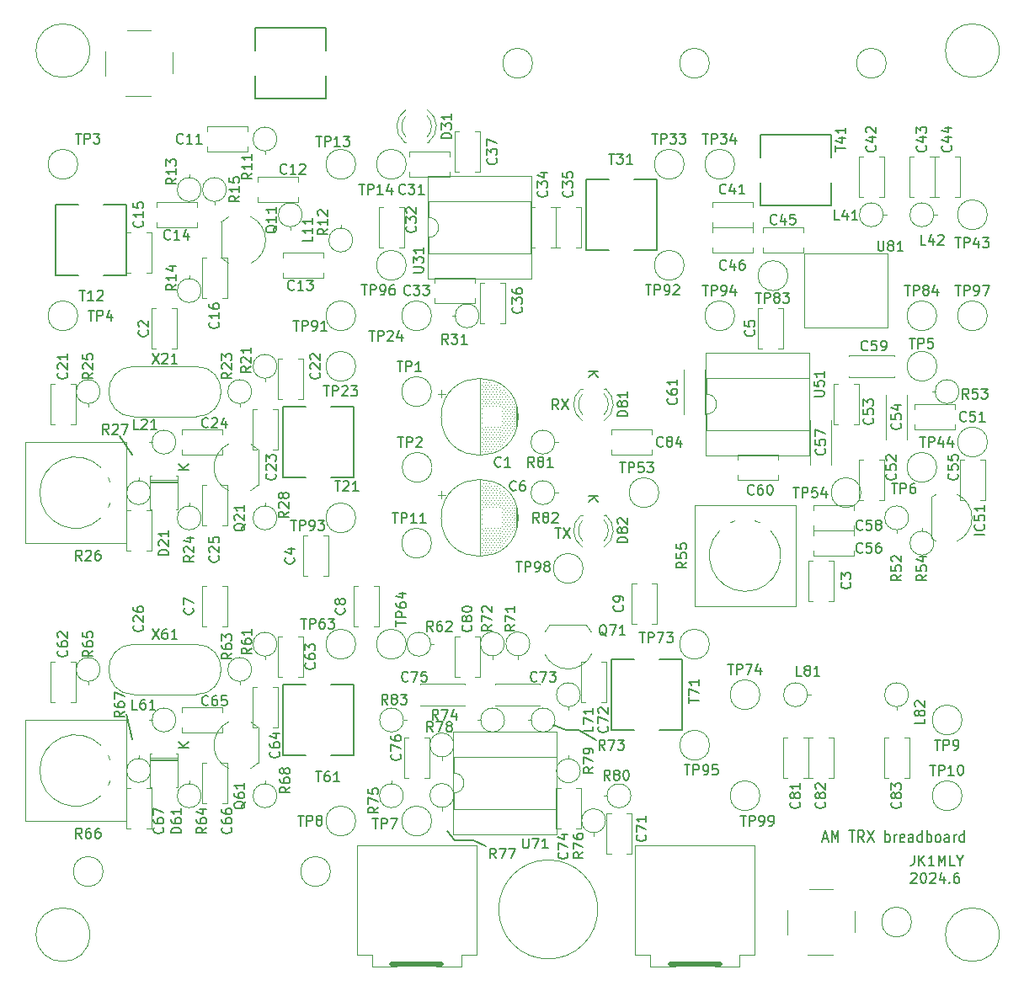
<source format=gbr>
%TF.GenerationSoftware,KiCad,Pcbnew,7.0.2-0*%
%TF.CreationDate,2024-06-16T14:43:20+09:00*%
%TF.ProjectId,am-pcb3,616d2d70-6362-4332-9e6b-696361645f70,rev?*%
%TF.SameCoordinates,Original*%
%TF.FileFunction,Legend,Top*%
%TF.FilePolarity,Positive*%
%FSLAX46Y46*%
G04 Gerber Fmt 4.6, Leading zero omitted, Abs format (unit mm)*
G04 Created by KiCad (PCBNEW 7.0.2-0) date 2024-06-16 14:43:20*
%MOMM*%
%LPD*%
G01*
G04 APERTURE LIST*
%ADD10C,0.150000*%
%ADD11C,0.120000*%
%ADD12C,0.100000*%
%ADD13C,0.500000*%
G04 APERTURE END LIST*
D10*
X229637685Y-112246315D02*
X230907685Y-112754315D01*
X187325000Y-113665000D02*
X186690000Y-111125000D01*
X186055000Y-83185000D02*
X187325000Y-85090000D01*
X219710000Y-123825000D02*
X221615000Y-123825000D01*
X232177685Y-112754315D02*
X233955685Y-113770315D01*
X221615000Y-123825000D02*
X222885000Y-124460000D01*
X218948000Y-122936000D02*
X219710000Y-123825000D01*
X230907685Y-112754315D02*
X232177685Y-112754315D01*
X229838238Y-92476619D02*
X230409666Y-92476619D01*
X230123952Y-93476619D02*
X230123952Y-92476619D01*
X230647762Y-92476619D02*
X231314428Y-93476619D01*
X231314428Y-92476619D02*
X230647762Y-93476619D01*
X265620476Y-127242857D02*
X265668095Y-127195238D01*
X265668095Y-127195238D02*
X265763333Y-127147619D01*
X265763333Y-127147619D02*
X266001428Y-127147619D01*
X266001428Y-127147619D02*
X266096666Y-127195238D01*
X266096666Y-127195238D02*
X266144285Y-127242857D01*
X266144285Y-127242857D02*
X266191904Y-127338095D01*
X266191904Y-127338095D02*
X266191904Y-127433333D01*
X266191904Y-127433333D02*
X266144285Y-127576190D01*
X266144285Y-127576190D02*
X265572857Y-128147619D01*
X265572857Y-128147619D02*
X266191904Y-128147619D01*
X266810952Y-127147619D02*
X266906190Y-127147619D01*
X266906190Y-127147619D02*
X267001428Y-127195238D01*
X267001428Y-127195238D02*
X267049047Y-127242857D01*
X267049047Y-127242857D02*
X267096666Y-127338095D01*
X267096666Y-127338095D02*
X267144285Y-127528571D01*
X267144285Y-127528571D02*
X267144285Y-127766666D01*
X267144285Y-127766666D02*
X267096666Y-127957142D01*
X267096666Y-127957142D02*
X267049047Y-128052380D01*
X267049047Y-128052380D02*
X267001428Y-128100000D01*
X267001428Y-128100000D02*
X266906190Y-128147619D01*
X266906190Y-128147619D02*
X266810952Y-128147619D01*
X266810952Y-128147619D02*
X266715714Y-128100000D01*
X266715714Y-128100000D02*
X266668095Y-128052380D01*
X266668095Y-128052380D02*
X266620476Y-127957142D01*
X266620476Y-127957142D02*
X266572857Y-127766666D01*
X266572857Y-127766666D02*
X266572857Y-127528571D01*
X266572857Y-127528571D02*
X266620476Y-127338095D01*
X266620476Y-127338095D02*
X266668095Y-127242857D01*
X266668095Y-127242857D02*
X266715714Y-127195238D01*
X266715714Y-127195238D02*
X266810952Y-127147619D01*
X267525238Y-127242857D02*
X267572857Y-127195238D01*
X267572857Y-127195238D02*
X267668095Y-127147619D01*
X267668095Y-127147619D02*
X267906190Y-127147619D01*
X267906190Y-127147619D02*
X268001428Y-127195238D01*
X268001428Y-127195238D02*
X268049047Y-127242857D01*
X268049047Y-127242857D02*
X268096666Y-127338095D01*
X268096666Y-127338095D02*
X268096666Y-127433333D01*
X268096666Y-127433333D02*
X268049047Y-127576190D01*
X268049047Y-127576190D02*
X267477619Y-128147619D01*
X267477619Y-128147619D02*
X268096666Y-128147619D01*
X268953809Y-127480952D02*
X268953809Y-128147619D01*
X268715714Y-127100000D02*
X268477619Y-127814285D01*
X268477619Y-127814285D02*
X269096666Y-127814285D01*
X269477619Y-128052380D02*
X269525238Y-128100000D01*
X269525238Y-128100000D02*
X269477619Y-128147619D01*
X269477619Y-128147619D02*
X269430000Y-128100000D01*
X269430000Y-128100000D02*
X269477619Y-128052380D01*
X269477619Y-128052380D02*
X269477619Y-128147619D01*
X270382380Y-127147619D02*
X270191904Y-127147619D01*
X270191904Y-127147619D02*
X270096666Y-127195238D01*
X270096666Y-127195238D02*
X270049047Y-127242857D01*
X270049047Y-127242857D02*
X269953809Y-127385714D01*
X269953809Y-127385714D02*
X269906190Y-127576190D01*
X269906190Y-127576190D02*
X269906190Y-127957142D01*
X269906190Y-127957142D02*
X269953809Y-128052380D01*
X269953809Y-128052380D02*
X270001428Y-128100000D01*
X270001428Y-128100000D02*
X270096666Y-128147619D01*
X270096666Y-128147619D02*
X270287142Y-128147619D01*
X270287142Y-128147619D02*
X270382380Y-128100000D01*
X270382380Y-128100000D02*
X270429999Y-128052380D01*
X270429999Y-128052380D02*
X270477618Y-127957142D01*
X270477618Y-127957142D02*
X270477618Y-127719047D01*
X270477618Y-127719047D02*
X270429999Y-127623809D01*
X270429999Y-127623809D02*
X270382380Y-127576190D01*
X270382380Y-127576190D02*
X270287142Y-127528571D01*
X270287142Y-127528571D02*
X270096666Y-127528571D01*
X270096666Y-127528571D02*
X270001428Y-127576190D01*
X270001428Y-127576190D02*
X269953809Y-127623809D01*
X269953809Y-127623809D02*
X269906190Y-127719047D01*
X233167380Y-76692095D02*
X234167380Y-76692095D01*
X233167380Y-77263523D02*
X233738809Y-76834952D01*
X234167380Y-77263523D02*
X233595952Y-76692095D01*
X230171523Y-80522619D02*
X229838190Y-80046428D01*
X229600095Y-80522619D02*
X229600095Y-79522619D01*
X229600095Y-79522619D02*
X229981047Y-79522619D01*
X229981047Y-79522619D02*
X230076285Y-79570238D01*
X230076285Y-79570238D02*
X230123904Y-79617857D01*
X230123904Y-79617857D02*
X230171523Y-79713095D01*
X230171523Y-79713095D02*
X230171523Y-79855952D01*
X230171523Y-79855952D02*
X230123904Y-79951190D01*
X230123904Y-79951190D02*
X230076285Y-79998809D01*
X230076285Y-79998809D02*
X229981047Y-80046428D01*
X229981047Y-80046428D02*
X229600095Y-80046428D01*
X230504857Y-79522619D02*
X231171523Y-80522619D01*
X231171523Y-79522619D02*
X230504857Y-80522619D01*
X256730476Y-123716285D02*
X257206666Y-123716285D01*
X256635238Y-124059142D02*
X256968571Y-122859142D01*
X256968571Y-122859142D02*
X257301904Y-124059142D01*
X257635238Y-124059142D02*
X257635238Y-122859142D01*
X257635238Y-122859142D02*
X257968571Y-123716285D01*
X257968571Y-123716285D02*
X258301904Y-122859142D01*
X258301904Y-122859142D02*
X258301904Y-124059142D01*
X259397143Y-122859142D02*
X259968571Y-122859142D01*
X259682857Y-124059142D02*
X259682857Y-122859142D01*
X260873333Y-124059142D02*
X260540000Y-123487714D01*
X260301905Y-124059142D02*
X260301905Y-122859142D01*
X260301905Y-122859142D02*
X260682857Y-122859142D01*
X260682857Y-122859142D02*
X260778095Y-122916285D01*
X260778095Y-122916285D02*
X260825714Y-122973428D01*
X260825714Y-122973428D02*
X260873333Y-123087714D01*
X260873333Y-123087714D02*
X260873333Y-123259142D01*
X260873333Y-123259142D02*
X260825714Y-123373428D01*
X260825714Y-123373428D02*
X260778095Y-123430571D01*
X260778095Y-123430571D02*
X260682857Y-123487714D01*
X260682857Y-123487714D02*
X260301905Y-123487714D01*
X261206667Y-122859142D02*
X261873333Y-124059142D01*
X261873333Y-122859142D02*
X261206667Y-124059142D01*
X263016191Y-124059142D02*
X263016191Y-122859142D01*
X263016191Y-123316285D02*
X263111429Y-123259142D01*
X263111429Y-123259142D02*
X263301905Y-123259142D01*
X263301905Y-123259142D02*
X263397143Y-123316285D01*
X263397143Y-123316285D02*
X263444762Y-123373428D01*
X263444762Y-123373428D02*
X263492381Y-123487714D01*
X263492381Y-123487714D02*
X263492381Y-123830571D01*
X263492381Y-123830571D02*
X263444762Y-123944857D01*
X263444762Y-123944857D02*
X263397143Y-124002000D01*
X263397143Y-124002000D02*
X263301905Y-124059142D01*
X263301905Y-124059142D02*
X263111429Y-124059142D01*
X263111429Y-124059142D02*
X263016191Y-124002000D01*
X263920953Y-124059142D02*
X263920953Y-123259142D01*
X263920953Y-123487714D02*
X263968572Y-123373428D01*
X263968572Y-123373428D02*
X264016191Y-123316285D01*
X264016191Y-123316285D02*
X264111429Y-123259142D01*
X264111429Y-123259142D02*
X264206667Y-123259142D01*
X264920953Y-124002000D02*
X264825715Y-124059142D01*
X264825715Y-124059142D02*
X264635239Y-124059142D01*
X264635239Y-124059142D02*
X264540001Y-124002000D01*
X264540001Y-124002000D02*
X264492382Y-123887714D01*
X264492382Y-123887714D02*
X264492382Y-123430571D01*
X264492382Y-123430571D02*
X264540001Y-123316285D01*
X264540001Y-123316285D02*
X264635239Y-123259142D01*
X264635239Y-123259142D02*
X264825715Y-123259142D01*
X264825715Y-123259142D02*
X264920953Y-123316285D01*
X264920953Y-123316285D02*
X264968572Y-123430571D01*
X264968572Y-123430571D02*
X264968572Y-123544857D01*
X264968572Y-123544857D02*
X264492382Y-123659142D01*
X265825715Y-124059142D02*
X265825715Y-123430571D01*
X265825715Y-123430571D02*
X265778096Y-123316285D01*
X265778096Y-123316285D02*
X265682858Y-123259142D01*
X265682858Y-123259142D02*
X265492382Y-123259142D01*
X265492382Y-123259142D02*
X265397144Y-123316285D01*
X265825715Y-124002000D02*
X265730477Y-124059142D01*
X265730477Y-124059142D02*
X265492382Y-124059142D01*
X265492382Y-124059142D02*
X265397144Y-124002000D01*
X265397144Y-124002000D02*
X265349525Y-123887714D01*
X265349525Y-123887714D02*
X265349525Y-123773428D01*
X265349525Y-123773428D02*
X265397144Y-123659142D01*
X265397144Y-123659142D02*
X265492382Y-123602000D01*
X265492382Y-123602000D02*
X265730477Y-123602000D01*
X265730477Y-123602000D02*
X265825715Y-123544857D01*
X266730477Y-124059142D02*
X266730477Y-122859142D01*
X266730477Y-124002000D02*
X266635239Y-124059142D01*
X266635239Y-124059142D02*
X266444763Y-124059142D01*
X266444763Y-124059142D02*
X266349525Y-124002000D01*
X266349525Y-124002000D02*
X266301906Y-123944857D01*
X266301906Y-123944857D02*
X266254287Y-123830571D01*
X266254287Y-123830571D02*
X266254287Y-123487714D01*
X266254287Y-123487714D02*
X266301906Y-123373428D01*
X266301906Y-123373428D02*
X266349525Y-123316285D01*
X266349525Y-123316285D02*
X266444763Y-123259142D01*
X266444763Y-123259142D02*
X266635239Y-123259142D01*
X266635239Y-123259142D02*
X266730477Y-123316285D01*
X267206668Y-124059142D02*
X267206668Y-122859142D01*
X267206668Y-123316285D02*
X267301906Y-123259142D01*
X267301906Y-123259142D02*
X267492382Y-123259142D01*
X267492382Y-123259142D02*
X267587620Y-123316285D01*
X267587620Y-123316285D02*
X267635239Y-123373428D01*
X267635239Y-123373428D02*
X267682858Y-123487714D01*
X267682858Y-123487714D02*
X267682858Y-123830571D01*
X267682858Y-123830571D02*
X267635239Y-123944857D01*
X267635239Y-123944857D02*
X267587620Y-124002000D01*
X267587620Y-124002000D02*
X267492382Y-124059142D01*
X267492382Y-124059142D02*
X267301906Y-124059142D01*
X267301906Y-124059142D02*
X267206668Y-124002000D01*
X268254287Y-124059142D02*
X268159049Y-124002000D01*
X268159049Y-124002000D02*
X268111430Y-123944857D01*
X268111430Y-123944857D02*
X268063811Y-123830571D01*
X268063811Y-123830571D02*
X268063811Y-123487714D01*
X268063811Y-123487714D02*
X268111430Y-123373428D01*
X268111430Y-123373428D02*
X268159049Y-123316285D01*
X268159049Y-123316285D02*
X268254287Y-123259142D01*
X268254287Y-123259142D02*
X268397144Y-123259142D01*
X268397144Y-123259142D02*
X268492382Y-123316285D01*
X268492382Y-123316285D02*
X268540001Y-123373428D01*
X268540001Y-123373428D02*
X268587620Y-123487714D01*
X268587620Y-123487714D02*
X268587620Y-123830571D01*
X268587620Y-123830571D02*
X268540001Y-123944857D01*
X268540001Y-123944857D02*
X268492382Y-124002000D01*
X268492382Y-124002000D02*
X268397144Y-124059142D01*
X268397144Y-124059142D02*
X268254287Y-124059142D01*
X269444763Y-124059142D02*
X269444763Y-123430571D01*
X269444763Y-123430571D02*
X269397144Y-123316285D01*
X269397144Y-123316285D02*
X269301906Y-123259142D01*
X269301906Y-123259142D02*
X269111430Y-123259142D01*
X269111430Y-123259142D02*
X269016192Y-123316285D01*
X269444763Y-124002000D02*
X269349525Y-124059142D01*
X269349525Y-124059142D02*
X269111430Y-124059142D01*
X269111430Y-124059142D02*
X269016192Y-124002000D01*
X269016192Y-124002000D02*
X268968573Y-123887714D01*
X268968573Y-123887714D02*
X268968573Y-123773428D01*
X268968573Y-123773428D02*
X269016192Y-123659142D01*
X269016192Y-123659142D02*
X269111430Y-123602000D01*
X269111430Y-123602000D02*
X269349525Y-123602000D01*
X269349525Y-123602000D02*
X269444763Y-123544857D01*
X269920954Y-124059142D02*
X269920954Y-123259142D01*
X269920954Y-123487714D02*
X269968573Y-123373428D01*
X269968573Y-123373428D02*
X270016192Y-123316285D01*
X270016192Y-123316285D02*
X270111430Y-123259142D01*
X270111430Y-123259142D02*
X270206668Y-123259142D01*
X270968573Y-124059142D02*
X270968573Y-122859142D01*
X270968573Y-124002000D02*
X270873335Y-124059142D01*
X270873335Y-124059142D02*
X270682859Y-124059142D01*
X270682859Y-124059142D02*
X270587621Y-124002000D01*
X270587621Y-124002000D02*
X270540002Y-123944857D01*
X270540002Y-123944857D02*
X270492383Y-123830571D01*
X270492383Y-123830571D02*
X270492383Y-123487714D01*
X270492383Y-123487714D02*
X270540002Y-123373428D01*
X270540002Y-123373428D02*
X270587621Y-123316285D01*
X270587621Y-123316285D02*
X270682859Y-123259142D01*
X270682859Y-123259142D02*
X270873335Y-123259142D01*
X270873335Y-123259142D02*
X270968573Y-123316285D01*
X265953809Y-125369619D02*
X265953809Y-126083904D01*
X265953809Y-126083904D02*
X265906190Y-126226761D01*
X265906190Y-126226761D02*
X265810952Y-126322000D01*
X265810952Y-126322000D02*
X265668095Y-126369619D01*
X265668095Y-126369619D02*
X265572857Y-126369619D01*
X266430000Y-126369619D02*
X266430000Y-125369619D01*
X267001428Y-126369619D02*
X266572857Y-125798190D01*
X267001428Y-125369619D02*
X266430000Y-125941047D01*
X267953809Y-126369619D02*
X267382381Y-126369619D01*
X267668095Y-126369619D02*
X267668095Y-125369619D01*
X267668095Y-125369619D02*
X267572857Y-125512476D01*
X267572857Y-125512476D02*
X267477619Y-125607714D01*
X267477619Y-125607714D02*
X267382381Y-125655333D01*
X268382381Y-126369619D02*
X268382381Y-125369619D01*
X268382381Y-125369619D02*
X268715714Y-126083904D01*
X268715714Y-126083904D02*
X269049047Y-125369619D01*
X269049047Y-125369619D02*
X269049047Y-126369619D01*
X270001428Y-126369619D02*
X269525238Y-126369619D01*
X269525238Y-126369619D02*
X269525238Y-125369619D01*
X270525238Y-125893428D02*
X270525238Y-126369619D01*
X270191905Y-125369619D02*
X270525238Y-125893428D01*
X270525238Y-125893428D02*
X270858571Y-125369619D01*
X233167380Y-89265095D02*
X234167380Y-89265095D01*
X233167380Y-89836523D02*
X233738809Y-89407952D01*
X234167380Y-89836523D02*
X233595952Y-89265095D01*
%TO.C,R83*%
X212992827Y-110190619D02*
X212659494Y-109714428D01*
X212421399Y-110190619D02*
X212421399Y-109190619D01*
X212421399Y-109190619D02*
X212802351Y-109190619D01*
X212802351Y-109190619D02*
X212897589Y-109238238D01*
X212897589Y-109238238D02*
X212945208Y-109285857D01*
X212945208Y-109285857D02*
X212992827Y-109381095D01*
X212992827Y-109381095D02*
X212992827Y-109523952D01*
X212992827Y-109523952D02*
X212945208Y-109619190D01*
X212945208Y-109619190D02*
X212897589Y-109666809D01*
X212897589Y-109666809D02*
X212802351Y-109714428D01*
X212802351Y-109714428D02*
X212421399Y-109714428D01*
X213564256Y-109619190D02*
X213469018Y-109571571D01*
X213469018Y-109571571D02*
X213421399Y-109523952D01*
X213421399Y-109523952D02*
X213373780Y-109428714D01*
X213373780Y-109428714D02*
X213373780Y-109381095D01*
X213373780Y-109381095D02*
X213421399Y-109285857D01*
X213421399Y-109285857D02*
X213469018Y-109238238D01*
X213469018Y-109238238D02*
X213564256Y-109190619D01*
X213564256Y-109190619D02*
X213754732Y-109190619D01*
X213754732Y-109190619D02*
X213849970Y-109238238D01*
X213849970Y-109238238D02*
X213897589Y-109285857D01*
X213897589Y-109285857D02*
X213945208Y-109381095D01*
X213945208Y-109381095D02*
X213945208Y-109428714D01*
X213945208Y-109428714D02*
X213897589Y-109523952D01*
X213897589Y-109523952D02*
X213849970Y-109571571D01*
X213849970Y-109571571D02*
X213754732Y-109619190D01*
X213754732Y-109619190D02*
X213564256Y-109619190D01*
X213564256Y-109619190D02*
X213469018Y-109666809D01*
X213469018Y-109666809D02*
X213421399Y-109714428D01*
X213421399Y-109714428D02*
X213373780Y-109809666D01*
X213373780Y-109809666D02*
X213373780Y-110000142D01*
X213373780Y-110000142D02*
X213421399Y-110095380D01*
X213421399Y-110095380D02*
X213469018Y-110143000D01*
X213469018Y-110143000D02*
X213564256Y-110190619D01*
X213564256Y-110190619D02*
X213754732Y-110190619D01*
X213754732Y-110190619D02*
X213849970Y-110143000D01*
X213849970Y-110143000D02*
X213897589Y-110095380D01*
X213897589Y-110095380D02*
X213945208Y-110000142D01*
X213945208Y-110000142D02*
X213945208Y-109809666D01*
X213945208Y-109809666D02*
X213897589Y-109714428D01*
X213897589Y-109714428D02*
X213849970Y-109666809D01*
X213849970Y-109666809D02*
X213754732Y-109619190D01*
X214278542Y-109190619D02*
X214897589Y-109190619D01*
X214897589Y-109190619D02*
X214564256Y-109571571D01*
X214564256Y-109571571D02*
X214707113Y-109571571D01*
X214707113Y-109571571D02*
X214802351Y-109619190D01*
X214802351Y-109619190D02*
X214849970Y-109666809D01*
X214849970Y-109666809D02*
X214897589Y-109762047D01*
X214897589Y-109762047D02*
X214897589Y-110000142D01*
X214897589Y-110000142D02*
X214849970Y-110095380D01*
X214849970Y-110095380D02*
X214802351Y-110143000D01*
X214802351Y-110143000D02*
X214707113Y-110190619D01*
X214707113Y-110190619D02*
X214421399Y-110190619D01*
X214421399Y-110190619D02*
X214326161Y-110143000D01*
X214326161Y-110143000D02*
X214278542Y-110095380D01*
%TO.C,R24*%
X193502619Y-95257857D02*
X193026428Y-95591190D01*
X193502619Y-95829285D02*
X192502619Y-95829285D01*
X192502619Y-95829285D02*
X192502619Y-95448333D01*
X192502619Y-95448333D02*
X192550238Y-95353095D01*
X192550238Y-95353095D02*
X192597857Y-95305476D01*
X192597857Y-95305476D02*
X192693095Y-95257857D01*
X192693095Y-95257857D02*
X192835952Y-95257857D01*
X192835952Y-95257857D02*
X192931190Y-95305476D01*
X192931190Y-95305476D02*
X192978809Y-95353095D01*
X192978809Y-95353095D02*
X193026428Y-95448333D01*
X193026428Y-95448333D02*
X193026428Y-95829285D01*
X192597857Y-94876904D02*
X192550238Y-94829285D01*
X192550238Y-94829285D02*
X192502619Y-94734047D01*
X192502619Y-94734047D02*
X192502619Y-94495952D01*
X192502619Y-94495952D02*
X192550238Y-94400714D01*
X192550238Y-94400714D02*
X192597857Y-94353095D01*
X192597857Y-94353095D02*
X192693095Y-94305476D01*
X192693095Y-94305476D02*
X192788333Y-94305476D01*
X192788333Y-94305476D02*
X192931190Y-94353095D01*
X192931190Y-94353095D02*
X193502619Y-94924523D01*
X193502619Y-94924523D02*
X193502619Y-94305476D01*
X192835952Y-93448333D02*
X193502619Y-93448333D01*
X192455000Y-93686428D02*
X193169285Y-93924523D01*
X193169285Y-93924523D02*
X193169285Y-93305476D01*
%TO.C,TP64*%
X213838619Y-102322094D02*
X213838619Y-101750666D01*
X214838619Y-102036380D02*
X213838619Y-102036380D01*
X214838619Y-101417332D02*
X213838619Y-101417332D01*
X213838619Y-101417332D02*
X213838619Y-101036380D01*
X213838619Y-101036380D02*
X213886238Y-100941142D01*
X213886238Y-100941142D02*
X213933857Y-100893523D01*
X213933857Y-100893523D02*
X214029095Y-100845904D01*
X214029095Y-100845904D02*
X214171952Y-100845904D01*
X214171952Y-100845904D02*
X214267190Y-100893523D01*
X214267190Y-100893523D02*
X214314809Y-100941142D01*
X214314809Y-100941142D02*
X214362428Y-101036380D01*
X214362428Y-101036380D02*
X214362428Y-101417332D01*
X213838619Y-99988761D02*
X213838619Y-100179237D01*
X213838619Y-100179237D02*
X213886238Y-100274475D01*
X213886238Y-100274475D02*
X213933857Y-100322094D01*
X213933857Y-100322094D02*
X214076714Y-100417332D01*
X214076714Y-100417332D02*
X214267190Y-100464951D01*
X214267190Y-100464951D02*
X214648142Y-100464951D01*
X214648142Y-100464951D02*
X214743380Y-100417332D01*
X214743380Y-100417332D02*
X214791000Y-100369713D01*
X214791000Y-100369713D02*
X214838619Y-100274475D01*
X214838619Y-100274475D02*
X214838619Y-100083999D01*
X214838619Y-100083999D02*
X214791000Y-99988761D01*
X214791000Y-99988761D02*
X214743380Y-99941142D01*
X214743380Y-99941142D02*
X214648142Y-99893523D01*
X214648142Y-99893523D02*
X214410047Y-99893523D01*
X214410047Y-99893523D02*
X214314809Y-99941142D01*
X214314809Y-99941142D02*
X214267190Y-99988761D01*
X214267190Y-99988761D02*
X214219571Y-100083999D01*
X214219571Y-100083999D02*
X214219571Y-100274475D01*
X214219571Y-100274475D02*
X214267190Y-100369713D01*
X214267190Y-100369713D02*
X214314809Y-100417332D01*
X214314809Y-100417332D02*
X214410047Y-100464951D01*
X214171952Y-99036380D02*
X214838619Y-99036380D01*
X213791000Y-99274475D02*
X214505285Y-99512570D01*
X214505285Y-99512570D02*
X214505285Y-98893523D01*
%TO.C,TP8*%
X203970095Y-121382619D02*
X204541523Y-121382619D01*
X204255809Y-122382619D02*
X204255809Y-121382619D01*
X204874857Y-122382619D02*
X204874857Y-121382619D01*
X204874857Y-121382619D02*
X205255809Y-121382619D01*
X205255809Y-121382619D02*
X205351047Y-121430238D01*
X205351047Y-121430238D02*
X205398666Y-121477857D01*
X205398666Y-121477857D02*
X205446285Y-121573095D01*
X205446285Y-121573095D02*
X205446285Y-121715952D01*
X205446285Y-121715952D02*
X205398666Y-121811190D01*
X205398666Y-121811190D02*
X205351047Y-121858809D01*
X205351047Y-121858809D02*
X205255809Y-121906428D01*
X205255809Y-121906428D02*
X204874857Y-121906428D01*
X206017714Y-121811190D02*
X205922476Y-121763571D01*
X205922476Y-121763571D02*
X205874857Y-121715952D01*
X205874857Y-121715952D02*
X205827238Y-121620714D01*
X205827238Y-121620714D02*
X205827238Y-121573095D01*
X205827238Y-121573095D02*
X205874857Y-121477857D01*
X205874857Y-121477857D02*
X205922476Y-121430238D01*
X205922476Y-121430238D02*
X206017714Y-121382619D01*
X206017714Y-121382619D02*
X206208190Y-121382619D01*
X206208190Y-121382619D02*
X206303428Y-121430238D01*
X206303428Y-121430238D02*
X206351047Y-121477857D01*
X206351047Y-121477857D02*
X206398666Y-121573095D01*
X206398666Y-121573095D02*
X206398666Y-121620714D01*
X206398666Y-121620714D02*
X206351047Y-121715952D01*
X206351047Y-121715952D02*
X206303428Y-121763571D01*
X206303428Y-121763571D02*
X206208190Y-121811190D01*
X206208190Y-121811190D02*
X206017714Y-121811190D01*
X206017714Y-121811190D02*
X205922476Y-121858809D01*
X205922476Y-121858809D02*
X205874857Y-121906428D01*
X205874857Y-121906428D02*
X205827238Y-122001666D01*
X205827238Y-122001666D02*
X205827238Y-122192142D01*
X205827238Y-122192142D02*
X205874857Y-122287380D01*
X205874857Y-122287380D02*
X205922476Y-122335000D01*
X205922476Y-122335000D02*
X206017714Y-122382619D01*
X206017714Y-122382619D02*
X206208190Y-122382619D01*
X206208190Y-122382619D02*
X206303428Y-122335000D01*
X206303428Y-122335000D02*
X206351047Y-122287380D01*
X206351047Y-122287380D02*
X206398666Y-122192142D01*
X206398666Y-122192142D02*
X206398666Y-122001666D01*
X206398666Y-122001666D02*
X206351047Y-121906428D01*
X206351047Y-121906428D02*
X206303428Y-121858809D01*
X206303428Y-121858809D02*
X206208190Y-121811190D01*
%TO.C,C8*%
X208637380Y-100516666D02*
X208685000Y-100564285D01*
X208685000Y-100564285D02*
X208732619Y-100707142D01*
X208732619Y-100707142D02*
X208732619Y-100802380D01*
X208732619Y-100802380D02*
X208685000Y-100945237D01*
X208685000Y-100945237D02*
X208589761Y-101040475D01*
X208589761Y-101040475D02*
X208494523Y-101088094D01*
X208494523Y-101088094D02*
X208304047Y-101135713D01*
X208304047Y-101135713D02*
X208161190Y-101135713D01*
X208161190Y-101135713D02*
X207970714Y-101088094D01*
X207970714Y-101088094D02*
X207875476Y-101040475D01*
X207875476Y-101040475D02*
X207780238Y-100945237D01*
X207780238Y-100945237D02*
X207732619Y-100802380D01*
X207732619Y-100802380D02*
X207732619Y-100707142D01*
X207732619Y-100707142D02*
X207780238Y-100564285D01*
X207780238Y-100564285D02*
X207827857Y-100516666D01*
X208161190Y-99945237D02*
X208113571Y-100040475D01*
X208113571Y-100040475D02*
X208065952Y-100088094D01*
X208065952Y-100088094D02*
X207970714Y-100135713D01*
X207970714Y-100135713D02*
X207923095Y-100135713D01*
X207923095Y-100135713D02*
X207827857Y-100088094D01*
X207827857Y-100088094D02*
X207780238Y-100040475D01*
X207780238Y-100040475D02*
X207732619Y-99945237D01*
X207732619Y-99945237D02*
X207732619Y-99754761D01*
X207732619Y-99754761D02*
X207780238Y-99659523D01*
X207780238Y-99659523D02*
X207827857Y-99611904D01*
X207827857Y-99611904D02*
X207923095Y-99564285D01*
X207923095Y-99564285D02*
X207970714Y-99564285D01*
X207970714Y-99564285D02*
X208065952Y-99611904D01*
X208065952Y-99611904D02*
X208113571Y-99659523D01*
X208113571Y-99659523D02*
X208161190Y-99754761D01*
X208161190Y-99754761D02*
X208161190Y-99945237D01*
X208161190Y-99945237D02*
X208208809Y-100040475D01*
X208208809Y-100040475D02*
X208256428Y-100088094D01*
X208256428Y-100088094D02*
X208351666Y-100135713D01*
X208351666Y-100135713D02*
X208542142Y-100135713D01*
X208542142Y-100135713D02*
X208637380Y-100088094D01*
X208637380Y-100088094D02*
X208685000Y-100040475D01*
X208685000Y-100040475D02*
X208732619Y-99945237D01*
X208732619Y-99945237D02*
X208732619Y-99754761D01*
X208732619Y-99754761D02*
X208685000Y-99659523D01*
X208685000Y-99659523D02*
X208637380Y-99611904D01*
X208637380Y-99611904D02*
X208542142Y-99564285D01*
X208542142Y-99564285D02*
X208351666Y-99564285D01*
X208351666Y-99564285D02*
X208256428Y-99611904D01*
X208256428Y-99611904D02*
X208208809Y-99659523D01*
X208208809Y-99659523D02*
X208161190Y-99754761D01*
%TO.C,C54*%
X264527380Y-81922857D02*
X264575000Y-81970476D01*
X264575000Y-81970476D02*
X264622619Y-82113333D01*
X264622619Y-82113333D02*
X264622619Y-82208571D01*
X264622619Y-82208571D02*
X264575000Y-82351428D01*
X264575000Y-82351428D02*
X264479761Y-82446666D01*
X264479761Y-82446666D02*
X264384523Y-82494285D01*
X264384523Y-82494285D02*
X264194047Y-82541904D01*
X264194047Y-82541904D02*
X264051190Y-82541904D01*
X264051190Y-82541904D02*
X263860714Y-82494285D01*
X263860714Y-82494285D02*
X263765476Y-82446666D01*
X263765476Y-82446666D02*
X263670238Y-82351428D01*
X263670238Y-82351428D02*
X263622619Y-82208571D01*
X263622619Y-82208571D02*
X263622619Y-82113333D01*
X263622619Y-82113333D02*
X263670238Y-81970476D01*
X263670238Y-81970476D02*
X263717857Y-81922857D01*
X263622619Y-81018095D02*
X263622619Y-81494285D01*
X263622619Y-81494285D02*
X264098809Y-81541904D01*
X264098809Y-81541904D02*
X264051190Y-81494285D01*
X264051190Y-81494285D02*
X264003571Y-81399047D01*
X264003571Y-81399047D02*
X264003571Y-81160952D01*
X264003571Y-81160952D02*
X264051190Y-81065714D01*
X264051190Y-81065714D02*
X264098809Y-81018095D01*
X264098809Y-81018095D02*
X264194047Y-80970476D01*
X264194047Y-80970476D02*
X264432142Y-80970476D01*
X264432142Y-80970476D02*
X264527380Y-81018095D01*
X264527380Y-81018095D02*
X264575000Y-81065714D01*
X264575000Y-81065714D02*
X264622619Y-81160952D01*
X264622619Y-81160952D02*
X264622619Y-81399047D01*
X264622619Y-81399047D02*
X264575000Y-81494285D01*
X264575000Y-81494285D02*
X264527380Y-81541904D01*
X263955952Y-80113333D02*
X264622619Y-80113333D01*
X263575000Y-80351428D02*
X264289285Y-80589523D01*
X264289285Y-80589523D02*
X264289285Y-79970476D01*
%TO.C,TP91*%
X203493905Y-71598619D02*
X204065333Y-71598619D01*
X203779619Y-72598619D02*
X203779619Y-71598619D01*
X204398667Y-72598619D02*
X204398667Y-71598619D01*
X204398667Y-71598619D02*
X204779619Y-71598619D01*
X204779619Y-71598619D02*
X204874857Y-71646238D01*
X204874857Y-71646238D02*
X204922476Y-71693857D01*
X204922476Y-71693857D02*
X204970095Y-71789095D01*
X204970095Y-71789095D02*
X204970095Y-71931952D01*
X204970095Y-71931952D02*
X204922476Y-72027190D01*
X204922476Y-72027190D02*
X204874857Y-72074809D01*
X204874857Y-72074809D02*
X204779619Y-72122428D01*
X204779619Y-72122428D02*
X204398667Y-72122428D01*
X205446286Y-72598619D02*
X205636762Y-72598619D01*
X205636762Y-72598619D02*
X205732000Y-72551000D01*
X205732000Y-72551000D02*
X205779619Y-72503380D01*
X205779619Y-72503380D02*
X205874857Y-72360523D01*
X205874857Y-72360523D02*
X205922476Y-72170047D01*
X205922476Y-72170047D02*
X205922476Y-71789095D01*
X205922476Y-71789095D02*
X205874857Y-71693857D01*
X205874857Y-71693857D02*
X205827238Y-71646238D01*
X205827238Y-71646238D02*
X205732000Y-71598619D01*
X205732000Y-71598619D02*
X205541524Y-71598619D01*
X205541524Y-71598619D02*
X205446286Y-71646238D01*
X205446286Y-71646238D02*
X205398667Y-71693857D01*
X205398667Y-71693857D02*
X205351048Y-71789095D01*
X205351048Y-71789095D02*
X205351048Y-72027190D01*
X205351048Y-72027190D02*
X205398667Y-72122428D01*
X205398667Y-72122428D02*
X205446286Y-72170047D01*
X205446286Y-72170047D02*
X205541524Y-72217666D01*
X205541524Y-72217666D02*
X205732000Y-72217666D01*
X205732000Y-72217666D02*
X205827238Y-72170047D01*
X205827238Y-72170047D02*
X205874857Y-72122428D01*
X205874857Y-72122428D02*
X205922476Y-72027190D01*
X206874857Y-72598619D02*
X206303429Y-72598619D01*
X206589143Y-72598619D02*
X206589143Y-71598619D01*
X206589143Y-71598619D02*
X206493905Y-71741476D01*
X206493905Y-71741476D02*
X206398667Y-71836714D01*
X206398667Y-71836714D02*
X206303429Y-71884333D01*
%TO.C,L71*%
X233656304Y-112402857D02*
X233656304Y-112879047D01*
X233656304Y-112879047D02*
X232656304Y-112879047D01*
X232656304Y-112164761D02*
X232656304Y-111498095D01*
X232656304Y-111498095D02*
X233656304Y-111926666D01*
X233656304Y-110593333D02*
X233656304Y-111164761D01*
X233656304Y-110879047D02*
X232656304Y-110879047D01*
X232656304Y-110879047D02*
X232799161Y-110974285D01*
X232799161Y-110974285D02*
X232894399Y-111069523D01*
X232894399Y-111069523D02*
X232942018Y-111164761D01*
%TO.C,L61*%
X187825142Y-110698619D02*
X187348952Y-110698619D01*
X187348952Y-110698619D02*
X187348952Y-109698619D01*
X188587047Y-109698619D02*
X188396571Y-109698619D01*
X188396571Y-109698619D02*
X188301333Y-109746238D01*
X188301333Y-109746238D02*
X188253714Y-109793857D01*
X188253714Y-109793857D02*
X188158476Y-109936714D01*
X188158476Y-109936714D02*
X188110857Y-110127190D01*
X188110857Y-110127190D02*
X188110857Y-110508142D01*
X188110857Y-110508142D02*
X188158476Y-110603380D01*
X188158476Y-110603380D02*
X188206095Y-110651000D01*
X188206095Y-110651000D02*
X188301333Y-110698619D01*
X188301333Y-110698619D02*
X188491809Y-110698619D01*
X188491809Y-110698619D02*
X188587047Y-110651000D01*
X188587047Y-110651000D02*
X188634666Y-110603380D01*
X188634666Y-110603380D02*
X188682285Y-110508142D01*
X188682285Y-110508142D02*
X188682285Y-110270047D01*
X188682285Y-110270047D02*
X188634666Y-110174809D01*
X188634666Y-110174809D02*
X188587047Y-110127190D01*
X188587047Y-110127190D02*
X188491809Y-110079571D01*
X188491809Y-110079571D02*
X188301333Y-110079571D01*
X188301333Y-110079571D02*
X188206095Y-110127190D01*
X188206095Y-110127190D02*
X188158476Y-110174809D01*
X188158476Y-110174809D02*
X188110857Y-110270047D01*
X189634666Y-110698619D02*
X189063238Y-110698619D01*
X189348952Y-110698619D02*
X189348952Y-109698619D01*
X189348952Y-109698619D02*
X189253714Y-109841476D01*
X189253714Y-109841476D02*
X189158476Y-109936714D01*
X189158476Y-109936714D02*
X189063238Y-109984333D01*
%TO.C,Q61*%
X198677857Y-119951428D02*
X198630238Y-120046666D01*
X198630238Y-120046666D02*
X198535000Y-120141904D01*
X198535000Y-120141904D02*
X198392142Y-120284761D01*
X198392142Y-120284761D02*
X198344523Y-120379999D01*
X198344523Y-120379999D02*
X198344523Y-120475237D01*
X198582619Y-120427618D02*
X198535000Y-120522856D01*
X198535000Y-120522856D02*
X198439761Y-120618094D01*
X198439761Y-120618094D02*
X198249285Y-120665713D01*
X198249285Y-120665713D02*
X197915952Y-120665713D01*
X197915952Y-120665713D02*
X197725476Y-120618094D01*
X197725476Y-120618094D02*
X197630238Y-120522856D01*
X197630238Y-120522856D02*
X197582619Y-120427618D01*
X197582619Y-120427618D02*
X197582619Y-120237142D01*
X197582619Y-120237142D02*
X197630238Y-120141904D01*
X197630238Y-120141904D02*
X197725476Y-120046666D01*
X197725476Y-120046666D02*
X197915952Y-119999047D01*
X197915952Y-119999047D02*
X198249285Y-119999047D01*
X198249285Y-119999047D02*
X198439761Y-120046666D01*
X198439761Y-120046666D02*
X198535000Y-120141904D01*
X198535000Y-120141904D02*
X198582619Y-120237142D01*
X198582619Y-120237142D02*
X198582619Y-120427618D01*
X197582619Y-119141904D02*
X197582619Y-119332380D01*
X197582619Y-119332380D02*
X197630238Y-119427618D01*
X197630238Y-119427618D02*
X197677857Y-119475237D01*
X197677857Y-119475237D02*
X197820714Y-119570475D01*
X197820714Y-119570475D02*
X198011190Y-119618094D01*
X198011190Y-119618094D02*
X198392142Y-119618094D01*
X198392142Y-119618094D02*
X198487380Y-119570475D01*
X198487380Y-119570475D02*
X198535000Y-119522856D01*
X198535000Y-119522856D02*
X198582619Y-119427618D01*
X198582619Y-119427618D02*
X198582619Y-119237142D01*
X198582619Y-119237142D02*
X198535000Y-119141904D01*
X198535000Y-119141904D02*
X198487380Y-119094285D01*
X198487380Y-119094285D02*
X198392142Y-119046666D01*
X198392142Y-119046666D02*
X198154047Y-119046666D01*
X198154047Y-119046666D02*
X198058809Y-119094285D01*
X198058809Y-119094285D02*
X198011190Y-119141904D01*
X198011190Y-119141904D02*
X197963571Y-119237142D01*
X197963571Y-119237142D02*
X197963571Y-119427618D01*
X197963571Y-119427618D02*
X198011190Y-119522856D01*
X198011190Y-119522856D02*
X198058809Y-119570475D01*
X198058809Y-119570475D02*
X198154047Y-119618094D01*
X198582619Y-118094285D02*
X198582619Y-118665713D01*
X198582619Y-118379999D02*
X197582619Y-118379999D01*
X197582619Y-118379999D02*
X197725476Y-118475237D01*
X197725476Y-118475237D02*
X197820714Y-118570475D01*
X197820714Y-118570475D02*
X197868333Y-118665713D01*
%TO.C,C16*%
X195947380Y-71762857D02*
X195995000Y-71810476D01*
X195995000Y-71810476D02*
X196042619Y-71953333D01*
X196042619Y-71953333D02*
X196042619Y-72048571D01*
X196042619Y-72048571D02*
X195995000Y-72191428D01*
X195995000Y-72191428D02*
X195899761Y-72286666D01*
X195899761Y-72286666D02*
X195804523Y-72334285D01*
X195804523Y-72334285D02*
X195614047Y-72381904D01*
X195614047Y-72381904D02*
X195471190Y-72381904D01*
X195471190Y-72381904D02*
X195280714Y-72334285D01*
X195280714Y-72334285D02*
X195185476Y-72286666D01*
X195185476Y-72286666D02*
X195090238Y-72191428D01*
X195090238Y-72191428D02*
X195042619Y-72048571D01*
X195042619Y-72048571D02*
X195042619Y-71953333D01*
X195042619Y-71953333D02*
X195090238Y-71810476D01*
X195090238Y-71810476D02*
X195137857Y-71762857D01*
X196042619Y-70810476D02*
X196042619Y-71381904D01*
X196042619Y-71096190D02*
X195042619Y-71096190D01*
X195042619Y-71096190D02*
X195185476Y-71191428D01*
X195185476Y-71191428D02*
X195280714Y-71286666D01*
X195280714Y-71286666D02*
X195328333Y-71381904D01*
X195042619Y-69953333D02*
X195042619Y-70143809D01*
X195042619Y-70143809D02*
X195090238Y-70239047D01*
X195090238Y-70239047D02*
X195137857Y-70286666D01*
X195137857Y-70286666D02*
X195280714Y-70381904D01*
X195280714Y-70381904D02*
X195471190Y-70429523D01*
X195471190Y-70429523D02*
X195852142Y-70429523D01*
X195852142Y-70429523D02*
X195947380Y-70381904D01*
X195947380Y-70381904D02*
X195995000Y-70334285D01*
X195995000Y-70334285D02*
X196042619Y-70239047D01*
X196042619Y-70239047D02*
X196042619Y-70048571D01*
X196042619Y-70048571D02*
X195995000Y-69953333D01*
X195995000Y-69953333D02*
X195947380Y-69905714D01*
X195947380Y-69905714D02*
X195852142Y-69858095D01*
X195852142Y-69858095D02*
X195614047Y-69858095D01*
X195614047Y-69858095D02*
X195518809Y-69905714D01*
X195518809Y-69905714D02*
X195471190Y-69953333D01*
X195471190Y-69953333D02*
X195423571Y-70048571D01*
X195423571Y-70048571D02*
X195423571Y-70239047D01*
X195423571Y-70239047D02*
X195471190Y-70334285D01*
X195471190Y-70334285D02*
X195518809Y-70381904D01*
X195518809Y-70381904D02*
X195614047Y-70429523D01*
%TO.C,U71*%
X226588220Y-123658619D02*
X226588220Y-124468142D01*
X226588220Y-124468142D02*
X226635839Y-124563380D01*
X226635839Y-124563380D02*
X226683458Y-124611000D01*
X226683458Y-124611000D02*
X226778696Y-124658619D01*
X226778696Y-124658619D02*
X226969172Y-124658619D01*
X226969172Y-124658619D02*
X227064410Y-124611000D01*
X227064410Y-124611000D02*
X227112029Y-124563380D01*
X227112029Y-124563380D02*
X227159648Y-124468142D01*
X227159648Y-124468142D02*
X227159648Y-123658619D01*
X227540601Y-123658619D02*
X228207267Y-123658619D01*
X228207267Y-123658619D02*
X227778696Y-124658619D01*
X229112029Y-124658619D02*
X228540601Y-124658619D01*
X228826315Y-124658619D02*
X228826315Y-123658619D01*
X228826315Y-123658619D02*
X228731077Y-123801476D01*
X228731077Y-123801476D02*
X228635839Y-123896714D01*
X228635839Y-123896714D02*
X228540601Y-123944333D01*
%TO.C,D82*%
X237102619Y-93924285D02*
X236102619Y-93924285D01*
X236102619Y-93924285D02*
X236102619Y-93686190D01*
X236102619Y-93686190D02*
X236150238Y-93543333D01*
X236150238Y-93543333D02*
X236245476Y-93448095D01*
X236245476Y-93448095D02*
X236340714Y-93400476D01*
X236340714Y-93400476D02*
X236531190Y-93352857D01*
X236531190Y-93352857D02*
X236674047Y-93352857D01*
X236674047Y-93352857D02*
X236864523Y-93400476D01*
X236864523Y-93400476D02*
X236959761Y-93448095D01*
X236959761Y-93448095D02*
X237055000Y-93543333D01*
X237055000Y-93543333D02*
X237102619Y-93686190D01*
X237102619Y-93686190D02*
X237102619Y-93924285D01*
X236531190Y-92781428D02*
X236483571Y-92876666D01*
X236483571Y-92876666D02*
X236435952Y-92924285D01*
X236435952Y-92924285D02*
X236340714Y-92971904D01*
X236340714Y-92971904D02*
X236293095Y-92971904D01*
X236293095Y-92971904D02*
X236197857Y-92924285D01*
X236197857Y-92924285D02*
X236150238Y-92876666D01*
X236150238Y-92876666D02*
X236102619Y-92781428D01*
X236102619Y-92781428D02*
X236102619Y-92590952D01*
X236102619Y-92590952D02*
X236150238Y-92495714D01*
X236150238Y-92495714D02*
X236197857Y-92448095D01*
X236197857Y-92448095D02*
X236293095Y-92400476D01*
X236293095Y-92400476D02*
X236340714Y-92400476D01*
X236340714Y-92400476D02*
X236435952Y-92448095D01*
X236435952Y-92448095D02*
X236483571Y-92495714D01*
X236483571Y-92495714D02*
X236531190Y-92590952D01*
X236531190Y-92590952D02*
X236531190Y-92781428D01*
X236531190Y-92781428D02*
X236578809Y-92876666D01*
X236578809Y-92876666D02*
X236626428Y-92924285D01*
X236626428Y-92924285D02*
X236721666Y-92971904D01*
X236721666Y-92971904D02*
X236912142Y-92971904D01*
X236912142Y-92971904D02*
X237007380Y-92924285D01*
X237007380Y-92924285D02*
X237055000Y-92876666D01*
X237055000Y-92876666D02*
X237102619Y-92781428D01*
X237102619Y-92781428D02*
X237102619Y-92590952D01*
X237102619Y-92590952D02*
X237055000Y-92495714D01*
X237055000Y-92495714D02*
X237007380Y-92448095D01*
X237007380Y-92448095D02*
X236912142Y-92400476D01*
X236912142Y-92400476D02*
X236721666Y-92400476D01*
X236721666Y-92400476D02*
X236626428Y-92448095D01*
X236626428Y-92448095D02*
X236578809Y-92495714D01*
X236578809Y-92495714D02*
X236531190Y-92590952D01*
X236197857Y-92019523D02*
X236150238Y-91971904D01*
X236150238Y-91971904D02*
X236102619Y-91876666D01*
X236102619Y-91876666D02*
X236102619Y-91638571D01*
X236102619Y-91638571D02*
X236150238Y-91543333D01*
X236150238Y-91543333D02*
X236197857Y-91495714D01*
X236197857Y-91495714D02*
X236293095Y-91448095D01*
X236293095Y-91448095D02*
X236388333Y-91448095D01*
X236388333Y-91448095D02*
X236531190Y-91495714D01*
X236531190Y-91495714D02*
X237102619Y-92067142D01*
X237102619Y-92067142D02*
X237102619Y-91448095D01*
%TO.C,R74*%
X218072827Y-111714619D02*
X217739494Y-111238428D01*
X217501399Y-111714619D02*
X217501399Y-110714619D01*
X217501399Y-110714619D02*
X217882351Y-110714619D01*
X217882351Y-110714619D02*
X217977589Y-110762238D01*
X217977589Y-110762238D02*
X218025208Y-110809857D01*
X218025208Y-110809857D02*
X218072827Y-110905095D01*
X218072827Y-110905095D02*
X218072827Y-111047952D01*
X218072827Y-111047952D02*
X218025208Y-111143190D01*
X218025208Y-111143190D02*
X217977589Y-111190809D01*
X217977589Y-111190809D02*
X217882351Y-111238428D01*
X217882351Y-111238428D02*
X217501399Y-111238428D01*
X218406161Y-110714619D02*
X219072827Y-110714619D01*
X219072827Y-110714619D02*
X218644256Y-111714619D01*
X219882351Y-111047952D02*
X219882351Y-111714619D01*
X219644256Y-110667000D02*
X219406161Y-111381285D01*
X219406161Y-111381285D02*
X220025208Y-111381285D01*
%TO.C,C37*%
X223887380Y-55272857D02*
X223935000Y-55320476D01*
X223935000Y-55320476D02*
X223982619Y-55463333D01*
X223982619Y-55463333D02*
X223982619Y-55558571D01*
X223982619Y-55558571D02*
X223935000Y-55701428D01*
X223935000Y-55701428D02*
X223839761Y-55796666D01*
X223839761Y-55796666D02*
X223744523Y-55844285D01*
X223744523Y-55844285D02*
X223554047Y-55891904D01*
X223554047Y-55891904D02*
X223411190Y-55891904D01*
X223411190Y-55891904D02*
X223220714Y-55844285D01*
X223220714Y-55844285D02*
X223125476Y-55796666D01*
X223125476Y-55796666D02*
X223030238Y-55701428D01*
X223030238Y-55701428D02*
X222982619Y-55558571D01*
X222982619Y-55558571D02*
X222982619Y-55463333D01*
X222982619Y-55463333D02*
X223030238Y-55320476D01*
X223030238Y-55320476D02*
X223077857Y-55272857D01*
X222982619Y-54939523D02*
X222982619Y-54320476D01*
X222982619Y-54320476D02*
X223363571Y-54653809D01*
X223363571Y-54653809D02*
X223363571Y-54510952D01*
X223363571Y-54510952D02*
X223411190Y-54415714D01*
X223411190Y-54415714D02*
X223458809Y-54368095D01*
X223458809Y-54368095D02*
X223554047Y-54320476D01*
X223554047Y-54320476D02*
X223792142Y-54320476D01*
X223792142Y-54320476D02*
X223887380Y-54368095D01*
X223887380Y-54368095D02*
X223935000Y-54415714D01*
X223935000Y-54415714D02*
X223982619Y-54510952D01*
X223982619Y-54510952D02*
X223982619Y-54796666D01*
X223982619Y-54796666D02*
X223935000Y-54891904D01*
X223935000Y-54891904D02*
X223887380Y-54939523D01*
X222982619Y-53987142D02*
X222982619Y-53320476D01*
X222982619Y-53320476D02*
X223982619Y-53749047D01*
%TO.C,TP24*%
X211113905Y-72614619D02*
X211685333Y-72614619D01*
X211399619Y-73614619D02*
X211399619Y-72614619D01*
X212018667Y-73614619D02*
X212018667Y-72614619D01*
X212018667Y-72614619D02*
X212399619Y-72614619D01*
X212399619Y-72614619D02*
X212494857Y-72662238D01*
X212494857Y-72662238D02*
X212542476Y-72709857D01*
X212542476Y-72709857D02*
X212590095Y-72805095D01*
X212590095Y-72805095D02*
X212590095Y-72947952D01*
X212590095Y-72947952D02*
X212542476Y-73043190D01*
X212542476Y-73043190D02*
X212494857Y-73090809D01*
X212494857Y-73090809D02*
X212399619Y-73138428D01*
X212399619Y-73138428D02*
X212018667Y-73138428D01*
X212971048Y-72709857D02*
X213018667Y-72662238D01*
X213018667Y-72662238D02*
X213113905Y-72614619D01*
X213113905Y-72614619D02*
X213352000Y-72614619D01*
X213352000Y-72614619D02*
X213447238Y-72662238D01*
X213447238Y-72662238D02*
X213494857Y-72709857D01*
X213494857Y-72709857D02*
X213542476Y-72805095D01*
X213542476Y-72805095D02*
X213542476Y-72900333D01*
X213542476Y-72900333D02*
X213494857Y-73043190D01*
X213494857Y-73043190D02*
X212923429Y-73614619D01*
X212923429Y-73614619D02*
X213542476Y-73614619D01*
X214399619Y-72947952D02*
X214399619Y-73614619D01*
X214161524Y-72567000D02*
X213923429Y-73281285D01*
X213923429Y-73281285D02*
X214542476Y-73281285D01*
%TO.C,R80*%
X235352142Y-117810619D02*
X235018809Y-117334428D01*
X234780714Y-117810619D02*
X234780714Y-116810619D01*
X234780714Y-116810619D02*
X235161666Y-116810619D01*
X235161666Y-116810619D02*
X235256904Y-116858238D01*
X235256904Y-116858238D02*
X235304523Y-116905857D01*
X235304523Y-116905857D02*
X235352142Y-117001095D01*
X235352142Y-117001095D02*
X235352142Y-117143952D01*
X235352142Y-117143952D02*
X235304523Y-117239190D01*
X235304523Y-117239190D02*
X235256904Y-117286809D01*
X235256904Y-117286809D02*
X235161666Y-117334428D01*
X235161666Y-117334428D02*
X234780714Y-117334428D01*
X235923571Y-117239190D02*
X235828333Y-117191571D01*
X235828333Y-117191571D02*
X235780714Y-117143952D01*
X235780714Y-117143952D02*
X235733095Y-117048714D01*
X235733095Y-117048714D02*
X235733095Y-117001095D01*
X235733095Y-117001095D02*
X235780714Y-116905857D01*
X235780714Y-116905857D02*
X235828333Y-116858238D01*
X235828333Y-116858238D02*
X235923571Y-116810619D01*
X235923571Y-116810619D02*
X236114047Y-116810619D01*
X236114047Y-116810619D02*
X236209285Y-116858238D01*
X236209285Y-116858238D02*
X236256904Y-116905857D01*
X236256904Y-116905857D02*
X236304523Y-117001095D01*
X236304523Y-117001095D02*
X236304523Y-117048714D01*
X236304523Y-117048714D02*
X236256904Y-117143952D01*
X236256904Y-117143952D02*
X236209285Y-117191571D01*
X236209285Y-117191571D02*
X236114047Y-117239190D01*
X236114047Y-117239190D02*
X235923571Y-117239190D01*
X235923571Y-117239190D02*
X235828333Y-117286809D01*
X235828333Y-117286809D02*
X235780714Y-117334428D01*
X235780714Y-117334428D02*
X235733095Y-117429666D01*
X235733095Y-117429666D02*
X235733095Y-117620142D01*
X235733095Y-117620142D02*
X235780714Y-117715380D01*
X235780714Y-117715380D02*
X235828333Y-117763000D01*
X235828333Y-117763000D02*
X235923571Y-117810619D01*
X235923571Y-117810619D02*
X236114047Y-117810619D01*
X236114047Y-117810619D02*
X236209285Y-117763000D01*
X236209285Y-117763000D02*
X236256904Y-117715380D01*
X236256904Y-117715380D02*
X236304523Y-117620142D01*
X236304523Y-117620142D02*
X236304523Y-117429666D01*
X236304523Y-117429666D02*
X236256904Y-117334428D01*
X236256904Y-117334428D02*
X236209285Y-117286809D01*
X236209285Y-117286809D02*
X236114047Y-117239190D01*
X236923571Y-116810619D02*
X237018809Y-116810619D01*
X237018809Y-116810619D02*
X237114047Y-116858238D01*
X237114047Y-116858238D02*
X237161666Y-116905857D01*
X237161666Y-116905857D02*
X237209285Y-117001095D01*
X237209285Y-117001095D02*
X237256904Y-117191571D01*
X237256904Y-117191571D02*
X237256904Y-117429666D01*
X237256904Y-117429666D02*
X237209285Y-117620142D01*
X237209285Y-117620142D02*
X237161666Y-117715380D01*
X237161666Y-117715380D02*
X237114047Y-117763000D01*
X237114047Y-117763000D02*
X237018809Y-117810619D01*
X237018809Y-117810619D02*
X236923571Y-117810619D01*
X236923571Y-117810619D02*
X236828333Y-117763000D01*
X236828333Y-117763000D02*
X236780714Y-117715380D01*
X236780714Y-117715380D02*
X236733095Y-117620142D01*
X236733095Y-117620142D02*
X236685476Y-117429666D01*
X236685476Y-117429666D02*
X236685476Y-117191571D01*
X236685476Y-117191571D02*
X236733095Y-117001095D01*
X236733095Y-117001095D02*
X236780714Y-116905857D01*
X236780714Y-116905857D02*
X236828333Y-116858238D01*
X236828333Y-116858238D02*
X236923571Y-116810619D01*
%TO.C,C21*%
X180707380Y-76842857D02*
X180755000Y-76890476D01*
X180755000Y-76890476D02*
X180802619Y-77033333D01*
X180802619Y-77033333D02*
X180802619Y-77128571D01*
X180802619Y-77128571D02*
X180755000Y-77271428D01*
X180755000Y-77271428D02*
X180659761Y-77366666D01*
X180659761Y-77366666D02*
X180564523Y-77414285D01*
X180564523Y-77414285D02*
X180374047Y-77461904D01*
X180374047Y-77461904D02*
X180231190Y-77461904D01*
X180231190Y-77461904D02*
X180040714Y-77414285D01*
X180040714Y-77414285D02*
X179945476Y-77366666D01*
X179945476Y-77366666D02*
X179850238Y-77271428D01*
X179850238Y-77271428D02*
X179802619Y-77128571D01*
X179802619Y-77128571D02*
X179802619Y-77033333D01*
X179802619Y-77033333D02*
X179850238Y-76890476D01*
X179850238Y-76890476D02*
X179897857Y-76842857D01*
X179897857Y-76461904D02*
X179850238Y-76414285D01*
X179850238Y-76414285D02*
X179802619Y-76319047D01*
X179802619Y-76319047D02*
X179802619Y-76080952D01*
X179802619Y-76080952D02*
X179850238Y-75985714D01*
X179850238Y-75985714D02*
X179897857Y-75938095D01*
X179897857Y-75938095D02*
X179993095Y-75890476D01*
X179993095Y-75890476D02*
X180088333Y-75890476D01*
X180088333Y-75890476D02*
X180231190Y-75938095D01*
X180231190Y-75938095D02*
X180802619Y-76509523D01*
X180802619Y-76509523D02*
X180802619Y-75890476D01*
X180802619Y-74938095D02*
X180802619Y-75509523D01*
X180802619Y-75223809D02*
X179802619Y-75223809D01*
X179802619Y-75223809D02*
X179945476Y-75319047D01*
X179945476Y-75319047D02*
X180040714Y-75414285D01*
X180040714Y-75414285D02*
X180088333Y-75509523D01*
%TO.C,C34*%
X228967380Y-58554857D02*
X229015000Y-58602476D01*
X229015000Y-58602476D02*
X229062619Y-58745333D01*
X229062619Y-58745333D02*
X229062619Y-58840571D01*
X229062619Y-58840571D02*
X229015000Y-58983428D01*
X229015000Y-58983428D02*
X228919761Y-59078666D01*
X228919761Y-59078666D02*
X228824523Y-59126285D01*
X228824523Y-59126285D02*
X228634047Y-59173904D01*
X228634047Y-59173904D02*
X228491190Y-59173904D01*
X228491190Y-59173904D02*
X228300714Y-59126285D01*
X228300714Y-59126285D02*
X228205476Y-59078666D01*
X228205476Y-59078666D02*
X228110238Y-58983428D01*
X228110238Y-58983428D02*
X228062619Y-58840571D01*
X228062619Y-58840571D02*
X228062619Y-58745333D01*
X228062619Y-58745333D02*
X228110238Y-58602476D01*
X228110238Y-58602476D02*
X228157857Y-58554857D01*
X228062619Y-58221523D02*
X228062619Y-57602476D01*
X228062619Y-57602476D02*
X228443571Y-57935809D01*
X228443571Y-57935809D02*
X228443571Y-57792952D01*
X228443571Y-57792952D02*
X228491190Y-57697714D01*
X228491190Y-57697714D02*
X228538809Y-57650095D01*
X228538809Y-57650095D02*
X228634047Y-57602476D01*
X228634047Y-57602476D02*
X228872142Y-57602476D01*
X228872142Y-57602476D02*
X228967380Y-57650095D01*
X228967380Y-57650095D02*
X229015000Y-57697714D01*
X229015000Y-57697714D02*
X229062619Y-57792952D01*
X229062619Y-57792952D02*
X229062619Y-58078666D01*
X229062619Y-58078666D02*
X229015000Y-58173904D01*
X229015000Y-58173904D02*
X228967380Y-58221523D01*
X228395952Y-56745333D02*
X229062619Y-56745333D01*
X228015000Y-56983428D02*
X228729285Y-57221523D01*
X228729285Y-57221523D02*
X228729285Y-56602476D01*
%TO.C,R12*%
X206964619Y-62364857D02*
X206488428Y-62698190D01*
X206964619Y-62936285D02*
X205964619Y-62936285D01*
X205964619Y-62936285D02*
X205964619Y-62555333D01*
X205964619Y-62555333D02*
X206012238Y-62460095D01*
X206012238Y-62460095D02*
X206059857Y-62412476D01*
X206059857Y-62412476D02*
X206155095Y-62364857D01*
X206155095Y-62364857D02*
X206297952Y-62364857D01*
X206297952Y-62364857D02*
X206393190Y-62412476D01*
X206393190Y-62412476D02*
X206440809Y-62460095D01*
X206440809Y-62460095D02*
X206488428Y-62555333D01*
X206488428Y-62555333D02*
X206488428Y-62936285D01*
X206964619Y-61412476D02*
X206964619Y-61983904D01*
X206964619Y-61698190D02*
X205964619Y-61698190D01*
X205964619Y-61698190D02*
X206107476Y-61793428D01*
X206107476Y-61793428D02*
X206202714Y-61888666D01*
X206202714Y-61888666D02*
X206250333Y-61983904D01*
X206059857Y-61031523D02*
X206012238Y-60983904D01*
X206012238Y-60983904D02*
X205964619Y-60888666D01*
X205964619Y-60888666D02*
X205964619Y-60650571D01*
X205964619Y-60650571D02*
X206012238Y-60555333D01*
X206012238Y-60555333D02*
X206059857Y-60507714D01*
X206059857Y-60507714D02*
X206155095Y-60460095D01*
X206155095Y-60460095D02*
X206250333Y-60460095D01*
X206250333Y-60460095D02*
X206393190Y-60507714D01*
X206393190Y-60507714D02*
X206964619Y-61079142D01*
X206964619Y-61079142D02*
X206964619Y-60460095D01*
%TO.C,C55*%
X270242380Y-87002857D02*
X270290000Y-87050476D01*
X270290000Y-87050476D02*
X270337619Y-87193333D01*
X270337619Y-87193333D02*
X270337619Y-87288571D01*
X270337619Y-87288571D02*
X270290000Y-87431428D01*
X270290000Y-87431428D02*
X270194761Y-87526666D01*
X270194761Y-87526666D02*
X270099523Y-87574285D01*
X270099523Y-87574285D02*
X269909047Y-87621904D01*
X269909047Y-87621904D02*
X269766190Y-87621904D01*
X269766190Y-87621904D02*
X269575714Y-87574285D01*
X269575714Y-87574285D02*
X269480476Y-87526666D01*
X269480476Y-87526666D02*
X269385238Y-87431428D01*
X269385238Y-87431428D02*
X269337619Y-87288571D01*
X269337619Y-87288571D02*
X269337619Y-87193333D01*
X269337619Y-87193333D02*
X269385238Y-87050476D01*
X269385238Y-87050476D02*
X269432857Y-87002857D01*
X269337619Y-86098095D02*
X269337619Y-86574285D01*
X269337619Y-86574285D02*
X269813809Y-86621904D01*
X269813809Y-86621904D02*
X269766190Y-86574285D01*
X269766190Y-86574285D02*
X269718571Y-86479047D01*
X269718571Y-86479047D02*
X269718571Y-86240952D01*
X269718571Y-86240952D02*
X269766190Y-86145714D01*
X269766190Y-86145714D02*
X269813809Y-86098095D01*
X269813809Y-86098095D02*
X269909047Y-86050476D01*
X269909047Y-86050476D02*
X270147142Y-86050476D01*
X270147142Y-86050476D02*
X270242380Y-86098095D01*
X270242380Y-86098095D02*
X270290000Y-86145714D01*
X270290000Y-86145714D02*
X270337619Y-86240952D01*
X270337619Y-86240952D02*
X270337619Y-86479047D01*
X270337619Y-86479047D02*
X270290000Y-86574285D01*
X270290000Y-86574285D02*
X270242380Y-86621904D01*
X269337619Y-85145714D02*
X269337619Y-85621904D01*
X269337619Y-85621904D02*
X269813809Y-85669523D01*
X269813809Y-85669523D02*
X269766190Y-85621904D01*
X269766190Y-85621904D02*
X269718571Y-85526666D01*
X269718571Y-85526666D02*
X269718571Y-85288571D01*
X269718571Y-85288571D02*
X269766190Y-85193333D01*
X269766190Y-85193333D02*
X269813809Y-85145714D01*
X269813809Y-85145714D02*
X269909047Y-85098095D01*
X269909047Y-85098095D02*
X270147142Y-85098095D01*
X270147142Y-85098095D02*
X270242380Y-85145714D01*
X270242380Y-85145714D02*
X270290000Y-85193333D01*
X270290000Y-85193333D02*
X270337619Y-85288571D01*
X270337619Y-85288571D02*
X270337619Y-85526666D01*
X270337619Y-85526666D02*
X270290000Y-85621904D01*
X270290000Y-85621904D02*
X270242380Y-85669523D01*
%TO.C,C61*%
X242017380Y-79412857D02*
X242065000Y-79460476D01*
X242065000Y-79460476D02*
X242112619Y-79603333D01*
X242112619Y-79603333D02*
X242112619Y-79698571D01*
X242112619Y-79698571D02*
X242065000Y-79841428D01*
X242065000Y-79841428D02*
X241969761Y-79936666D01*
X241969761Y-79936666D02*
X241874523Y-79984285D01*
X241874523Y-79984285D02*
X241684047Y-80031904D01*
X241684047Y-80031904D02*
X241541190Y-80031904D01*
X241541190Y-80031904D02*
X241350714Y-79984285D01*
X241350714Y-79984285D02*
X241255476Y-79936666D01*
X241255476Y-79936666D02*
X241160238Y-79841428D01*
X241160238Y-79841428D02*
X241112619Y-79698571D01*
X241112619Y-79698571D02*
X241112619Y-79603333D01*
X241112619Y-79603333D02*
X241160238Y-79460476D01*
X241160238Y-79460476D02*
X241207857Y-79412857D01*
X241112619Y-78555714D02*
X241112619Y-78746190D01*
X241112619Y-78746190D02*
X241160238Y-78841428D01*
X241160238Y-78841428D02*
X241207857Y-78889047D01*
X241207857Y-78889047D02*
X241350714Y-78984285D01*
X241350714Y-78984285D02*
X241541190Y-79031904D01*
X241541190Y-79031904D02*
X241922142Y-79031904D01*
X241922142Y-79031904D02*
X242017380Y-78984285D01*
X242017380Y-78984285D02*
X242065000Y-78936666D01*
X242065000Y-78936666D02*
X242112619Y-78841428D01*
X242112619Y-78841428D02*
X242112619Y-78650952D01*
X242112619Y-78650952D02*
X242065000Y-78555714D01*
X242065000Y-78555714D02*
X242017380Y-78508095D01*
X242017380Y-78508095D02*
X241922142Y-78460476D01*
X241922142Y-78460476D02*
X241684047Y-78460476D01*
X241684047Y-78460476D02*
X241588809Y-78508095D01*
X241588809Y-78508095D02*
X241541190Y-78555714D01*
X241541190Y-78555714D02*
X241493571Y-78650952D01*
X241493571Y-78650952D02*
X241493571Y-78841428D01*
X241493571Y-78841428D02*
X241541190Y-78936666D01*
X241541190Y-78936666D02*
X241588809Y-78984285D01*
X241588809Y-78984285D02*
X241684047Y-79031904D01*
X242112619Y-77508095D02*
X242112619Y-78079523D01*
X242112619Y-77793809D02*
X241112619Y-77793809D01*
X241112619Y-77793809D02*
X241255476Y-77889047D01*
X241255476Y-77889047D02*
X241350714Y-77984285D01*
X241350714Y-77984285D02*
X241398333Y-78079523D01*
%TO.C,C23*%
X201662380Y-87002857D02*
X201710000Y-87050476D01*
X201710000Y-87050476D02*
X201757619Y-87193333D01*
X201757619Y-87193333D02*
X201757619Y-87288571D01*
X201757619Y-87288571D02*
X201710000Y-87431428D01*
X201710000Y-87431428D02*
X201614761Y-87526666D01*
X201614761Y-87526666D02*
X201519523Y-87574285D01*
X201519523Y-87574285D02*
X201329047Y-87621904D01*
X201329047Y-87621904D02*
X201186190Y-87621904D01*
X201186190Y-87621904D02*
X200995714Y-87574285D01*
X200995714Y-87574285D02*
X200900476Y-87526666D01*
X200900476Y-87526666D02*
X200805238Y-87431428D01*
X200805238Y-87431428D02*
X200757619Y-87288571D01*
X200757619Y-87288571D02*
X200757619Y-87193333D01*
X200757619Y-87193333D02*
X200805238Y-87050476D01*
X200805238Y-87050476D02*
X200852857Y-87002857D01*
X200852857Y-86621904D02*
X200805238Y-86574285D01*
X200805238Y-86574285D02*
X200757619Y-86479047D01*
X200757619Y-86479047D02*
X200757619Y-86240952D01*
X200757619Y-86240952D02*
X200805238Y-86145714D01*
X200805238Y-86145714D02*
X200852857Y-86098095D01*
X200852857Y-86098095D02*
X200948095Y-86050476D01*
X200948095Y-86050476D02*
X201043333Y-86050476D01*
X201043333Y-86050476D02*
X201186190Y-86098095D01*
X201186190Y-86098095D02*
X201757619Y-86669523D01*
X201757619Y-86669523D02*
X201757619Y-86050476D01*
X200757619Y-85717142D02*
X200757619Y-85098095D01*
X200757619Y-85098095D02*
X201138571Y-85431428D01*
X201138571Y-85431428D02*
X201138571Y-85288571D01*
X201138571Y-85288571D02*
X201186190Y-85193333D01*
X201186190Y-85193333D02*
X201233809Y-85145714D01*
X201233809Y-85145714D02*
X201329047Y-85098095D01*
X201329047Y-85098095D02*
X201567142Y-85098095D01*
X201567142Y-85098095D02*
X201662380Y-85145714D01*
X201662380Y-85145714D02*
X201710000Y-85193333D01*
X201710000Y-85193333D02*
X201757619Y-85288571D01*
X201757619Y-85288571D02*
X201757619Y-85574285D01*
X201757619Y-85574285D02*
X201710000Y-85669523D01*
X201710000Y-85669523D02*
X201662380Y-85717142D01*
%TO.C,C76*%
X214235380Y-115196857D02*
X214283000Y-115244476D01*
X214283000Y-115244476D02*
X214330619Y-115387333D01*
X214330619Y-115387333D02*
X214330619Y-115482571D01*
X214330619Y-115482571D02*
X214283000Y-115625428D01*
X214283000Y-115625428D02*
X214187761Y-115720666D01*
X214187761Y-115720666D02*
X214092523Y-115768285D01*
X214092523Y-115768285D02*
X213902047Y-115815904D01*
X213902047Y-115815904D02*
X213759190Y-115815904D01*
X213759190Y-115815904D02*
X213568714Y-115768285D01*
X213568714Y-115768285D02*
X213473476Y-115720666D01*
X213473476Y-115720666D02*
X213378238Y-115625428D01*
X213378238Y-115625428D02*
X213330619Y-115482571D01*
X213330619Y-115482571D02*
X213330619Y-115387333D01*
X213330619Y-115387333D02*
X213378238Y-115244476D01*
X213378238Y-115244476D02*
X213425857Y-115196857D01*
X213330619Y-114863523D02*
X213330619Y-114196857D01*
X213330619Y-114196857D02*
X214330619Y-114625428D01*
X213330619Y-113387333D02*
X213330619Y-113577809D01*
X213330619Y-113577809D02*
X213378238Y-113673047D01*
X213378238Y-113673047D02*
X213425857Y-113720666D01*
X213425857Y-113720666D02*
X213568714Y-113815904D01*
X213568714Y-113815904D02*
X213759190Y-113863523D01*
X213759190Y-113863523D02*
X214140142Y-113863523D01*
X214140142Y-113863523D02*
X214235380Y-113815904D01*
X214235380Y-113815904D02*
X214283000Y-113768285D01*
X214283000Y-113768285D02*
X214330619Y-113673047D01*
X214330619Y-113673047D02*
X214330619Y-113482571D01*
X214330619Y-113482571D02*
X214283000Y-113387333D01*
X214283000Y-113387333D02*
X214235380Y-113339714D01*
X214235380Y-113339714D02*
X214140142Y-113292095D01*
X214140142Y-113292095D02*
X213902047Y-113292095D01*
X213902047Y-113292095D02*
X213806809Y-113339714D01*
X213806809Y-113339714D02*
X213759190Y-113387333D01*
X213759190Y-113387333D02*
X213711571Y-113482571D01*
X213711571Y-113482571D02*
X213711571Y-113673047D01*
X213711571Y-113673047D02*
X213759190Y-113768285D01*
X213759190Y-113768285D02*
X213806809Y-113815904D01*
X213806809Y-113815904D02*
X213902047Y-113863523D01*
%TO.C,R71*%
X225782304Y-102213857D02*
X225306113Y-102547190D01*
X225782304Y-102785285D02*
X224782304Y-102785285D01*
X224782304Y-102785285D02*
X224782304Y-102404333D01*
X224782304Y-102404333D02*
X224829923Y-102309095D01*
X224829923Y-102309095D02*
X224877542Y-102261476D01*
X224877542Y-102261476D02*
X224972780Y-102213857D01*
X224972780Y-102213857D02*
X225115637Y-102213857D01*
X225115637Y-102213857D02*
X225210875Y-102261476D01*
X225210875Y-102261476D02*
X225258494Y-102309095D01*
X225258494Y-102309095D02*
X225306113Y-102404333D01*
X225306113Y-102404333D02*
X225306113Y-102785285D01*
X224782304Y-101880523D02*
X224782304Y-101213857D01*
X224782304Y-101213857D02*
X225782304Y-101642428D01*
X225782304Y-100309095D02*
X225782304Y-100880523D01*
X225782304Y-100594809D02*
X224782304Y-100594809D01*
X224782304Y-100594809D02*
X224925161Y-100690047D01*
X224925161Y-100690047D02*
X225020399Y-100785285D01*
X225020399Y-100785285D02*
X225068018Y-100880523D01*
%TO.C,R62*%
X217543142Y-102824619D02*
X217209809Y-102348428D01*
X216971714Y-102824619D02*
X216971714Y-101824619D01*
X216971714Y-101824619D02*
X217352666Y-101824619D01*
X217352666Y-101824619D02*
X217447904Y-101872238D01*
X217447904Y-101872238D02*
X217495523Y-101919857D01*
X217495523Y-101919857D02*
X217543142Y-102015095D01*
X217543142Y-102015095D02*
X217543142Y-102157952D01*
X217543142Y-102157952D02*
X217495523Y-102253190D01*
X217495523Y-102253190D02*
X217447904Y-102300809D01*
X217447904Y-102300809D02*
X217352666Y-102348428D01*
X217352666Y-102348428D02*
X216971714Y-102348428D01*
X218400285Y-101824619D02*
X218209809Y-101824619D01*
X218209809Y-101824619D02*
X218114571Y-101872238D01*
X218114571Y-101872238D02*
X218066952Y-101919857D01*
X218066952Y-101919857D02*
X217971714Y-102062714D01*
X217971714Y-102062714D02*
X217924095Y-102253190D01*
X217924095Y-102253190D02*
X217924095Y-102634142D01*
X217924095Y-102634142D02*
X217971714Y-102729380D01*
X217971714Y-102729380D02*
X218019333Y-102777000D01*
X218019333Y-102777000D02*
X218114571Y-102824619D01*
X218114571Y-102824619D02*
X218305047Y-102824619D01*
X218305047Y-102824619D02*
X218400285Y-102777000D01*
X218400285Y-102777000D02*
X218447904Y-102729380D01*
X218447904Y-102729380D02*
X218495523Y-102634142D01*
X218495523Y-102634142D02*
X218495523Y-102396047D01*
X218495523Y-102396047D02*
X218447904Y-102300809D01*
X218447904Y-102300809D02*
X218400285Y-102253190D01*
X218400285Y-102253190D02*
X218305047Y-102205571D01*
X218305047Y-102205571D02*
X218114571Y-102205571D01*
X218114571Y-102205571D02*
X218019333Y-102253190D01*
X218019333Y-102253190D02*
X217971714Y-102300809D01*
X217971714Y-102300809D02*
X217924095Y-102396047D01*
X218876476Y-101919857D02*
X218924095Y-101872238D01*
X218924095Y-101872238D02*
X219019333Y-101824619D01*
X219019333Y-101824619D02*
X219257428Y-101824619D01*
X219257428Y-101824619D02*
X219352666Y-101872238D01*
X219352666Y-101872238D02*
X219400285Y-101919857D01*
X219400285Y-101919857D02*
X219447904Y-102015095D01*
X219447904Y-102015095D02*
X219447904Y-102110333D01*
X219447904Y-102110333D02*
X219400285Y-102253190D01*
X219400285Y-102253190D02*
X218828857Y-102824619D01*
X218828857Y-102824619D02*
X219447904Y-102824619D01*
%TO.C,R11*%
X199344619Y-56776857D02*
X198868428Y-57110190D01*
X199344619Y-57348285D02*
X198344619Y-57348285D01*
X198344619Y-57348285D02*
X198344619Y-56967333D01*
X198344619Y-56967333D02*
X198392238Y-56872095D01*
X198392238Y-56872095D02*
X198439857Y-56824476D01*
X198439857Y-56824476D02*
X198535095Y-56776857D01*
X198535095Y-56776857D02*
X198677952Y-56776857D01*
X198677952Y-56776857D02*
X198773190Y-56824476D01*
X198773190Y-56824476D02*
X198820809Y-56872095D01*
X198820809Y-56872095D02*
X198868428Y-56967333D01*
X198868428Y-56967333D02*
X198868428Y-57348285D01*
X199344619Y-55824476D02*
X199344619Y-56395904D01*
X199344619Y-56110190D02*
X198344619Y-56110190D01*
X198344619Y-56110190D02*
X198487476Y-56205428D01*
X198487476Y-56205428D02*
X198582714Y-56300666D01*
X198582714Y-56300666D02*
X198630333Y-56395904D01*
X199344619Y-54872095D02*
X199344619Y-55443523D01*
X199344619Y-55157809D02*
X198344619Y-55157809D01*
X198344619Y-55157809D02*
X198487476Y-55253047D01*
X198487476Y-55253047D02*
X198582714Y-55348285D01*
X198582714Y-55348285D02*
X198630333Y-55443523D01*
%TO.C,TP73*%
X238290905Y-102967619D02*
X238862333Y-102967619D01*
X238576619Y-103967619D02*
X238576619Y-102967619D01*
X239195667Y-103967619D02*
X239195667Y-102967619D01*
X239195667Y-102967619D02*
X239576619Y-102967619D01*
X239576619Y-102967619D02*
X239671857Y-103015238D01*
X239671857Y-103015238D02*
X239719476Y-103062857D01*
X239719476Y-103062857D02*
X239767095Y-103158095D01*
X239767095Y-103158095D02*
X239767095Y-103300952D01*
X239767095Y-103300952D02*
X239719476Y-103396190D01*
X239719476Y-103396190D02*
X239671857Y-103443809D01*
X239671857Y-103443809D02*
X239576619Y-103491428D01*
X239576619Y-103491428D02*
X239195667Y-103491428D01*
X240100429Y-102967619D02*
X240767095Y-102967619D01*
X240767095Y-102967619D02*
X240338524Y-103967619D01*
X241052810Y-102967619D02*
X241671857Y-102967619D01*
X241671857Y-102967619D02*
X241338524Y-103348571D01*
X241338524Y-103348571D02*
X241481381Y-103348571D01*
X241481381Y-103348571D02*
X241576619Y-103396190D01*
X241576619Y-103396190D02*
X241624238Y-103443809D01*
X241624238Y-103443809D02*
X241671857Y-103539047D01*
X241671857Y-103539047D02*
X241671857Y-103777142D01*
X241671857Y-103777142D02*
X241624238Y-103872380D01*
X241624238Y-103872380D02*
X241576619Y-103920000D01*
X241576619Y-103920000D02*
X241481381Y-103967619D01*
X241481381Y-103967619D02*
X241195667Y-103967619D01*
X241195667Y-103967619D02*
X241100429Y-103920000D01*
X241100429Y-103920000D02*
X241052810Y-103872380D01*
%TO.C,C33*%
X215257142Y-68947380D02*
X215209523Y-68995000D01*
X215209523Y-68995000D02*
X215066666Y-69042619D01*
X215066666Y-69042619D02*
X214971428Y-69042619D01*
X214971428Y-69042619D02*
X214828571Y-68995000D01*
X214828571Y-68995000D02*
X214733333Y-68899761D01*
X214733333Y-68899761D02*
X214685714Y-68804523D01*
X214685714Y-68804523D02*
X214638095Y-68614047D01*
X214638095Y-68614047D02*
X214638095Y-68471190D01*
X214638095Y-68471190D02*
X214685714Y-68280714D01*
X214685714Y-68280714D02*
X214733333Y-68185476D01*
X214733333Y-68185476D02*
X214828571Y-68090238D01*
X214828571Y-68090238D02*
X214971428Y-68042619D01*
X214971428Y-68042619D02*
X215066666Y-68042619D01*
X215066666Y-68042619D02*
X215209523Y-68090238D01*
X215209523Y-68090238D02*
X215257142Y-68137857D01*
X215590476Y-68042619D02*
X216209523Y-68042619D01*
X216209523Y-68042619D02*
X215876190Y-68423571D01*
X215876190Y-68423571D02*
X216019047Y-68423571D01*
X216019047Y-68423571D02*
X216114285Y-68471190D01*
X216114285Y-68471190D02*
X216161904Y-68518809D01*
X216161904Y-68518809D02*
X216209523Y-68614047D01*
X216209523Y-68614047D02*
X216209523Y-68852142D01*
X216209523Y-68852142D02*
X216161904Y-68947380D01*
X216161904Y-68947380D02*
X216114285Y-68995000D01*
X216114285Y-68995000D02*
X216019047Y-69042619D01*
X216019047Y-69042619D02*
X215733333Y-69042619D01*
X215733333Y-69042619D02*
X215638095Y-68995000D01*
X215638095Y-68995000D02*
X215590476Y-68947380D01*
X216542857Y-68042619D02*
X217161904Y-68042619D01*
X217161904Y-68042619D02*
X216828571Y-68423571D01*
X216828571Y-68423571D02*
X216971428Y-68423571D01*
X216971428Y-68423571D02*
X217066666Y-68471190D01*
X217066666Y-68471190D02*
X217114285Y-68518809D01*
X217114285Y-68518809D02*
X217161904Y-68614047D01*
X217161904Y-68614047D02*
X217161904Y-68852142D01*
X217161904Y-68852142D02*
X217114285Y-68947380D01*
X217114285Y-68947380D02*
X217066666Y-68995000D01*
X217066666Y-68995000D02*
X216971428Y-69042619D01*
X216971428Y-69042619D02*
X216685714Y-69042619D01*
X216685714Y-69042619D02*
X216590476Y-68995000D01*
X216590476Y-68995000D02*
X216542857Y-68947380D01*
%TO.C,R64*%
X194772619Y-122562857D02*
X194296428Y-122896190D01*
X194772619Y-123134285D02*
X193772619Y-123134285D01*
X193772619Y-123134285D02*
X193772619Y-122753333D01*
X193772619Y-122753333D02*
X193820238Y-122658095D01*
X193820238Y-122658095D02*
X193867857Y-122610476D01*
X193867857Y-122610476D02*
X193963095Y-122562857D01*
X193963095Y-122562857D02*
X194105952Y-122562857D01*
X194105952Y-122562857D02*
X194201190Y-122610476D01*
X194201190Y-122610476D02*
X194248809Y-122658095D01*
X194248809Y-122658095D02*
X194296428Y-122753333D01*
X194296428Y-122753333D02*
X194296428Y-123134285D01*
X193772619Y-121705714D02*
X193772619Y-121896190D01*
X193772619Y-121896190D02*
X193820238Y-121991428D01*
X193820238Y-121991428D02*
X193867857Y-122039047D01*
X193867857Y-122039047D02*
X194010714Y-122134285D01*
X194010714Y-122134285D02*
X194201190Y-122181904D01*
X194201190Y-122181904D02*
X194582142Y-122181904D01*
X194582142Y-122181904D02*
X194677380Y-122134285D01*
X194677380Y-122134285D02*
X194725000Y-122086666D01*
X194725000Y-122086666D02*
X194772619Y-121991428D01*
X194772619Y-121991428D02*
X194772619Y-121800952D01*
X194772619Y-121800952D02*
X194725000Y-121705714D01*
X194725000Y-121705714D02*
X194677380Y-121658095D01*
X194677380Y-121658095D02*
X194582142Y-121610476D01*
X194582142Y-121610476D02*
X194344047Y-121610476D01*
X194344047Y-121610476D02*
X194248809Y-121658095D01*
X194248809Y-121658095D02*
X194201190Y-121705714D01*
X194201190Y-121705714D02*
X194153571Y-121800952D01*
X194153571Y-121800952D02*
X194153571Y-121991428D01*
X194153571Y-121991428D02*
X194201190Y-122086666D01*
X194201190Y-122086666D02*
X194248809Y-122134285D01*
X194248809Y-122134285D02*
X194344047Y-122181904D01*
X194105952Y-120753333D02*
X194772619Y-120753333D01*
X193725000Y-120991428D02*
X194439285Y-121229523D01*
X194439285Y-121229523D02*
X194439285Y-120610476D01*
%TO.C,TP96*%
X210351905Y-68002619D02*
X210923333Y-68002619D01*
X210637619Y-69002619D02*
X210637619Y-68002619D01*
X211256667Y-69002619D02*
X211256667Y-68002619D01*
X211256667Y-68002619D02*
X211637619Y-68002619D01*
X211637619Y-68002619D02*
X211732857Y-68050238D01*
X211732857Y-68050238D02*
X211780476Y-68097857D01*
X211780476Y-68097857D02*
X211828095Y-68193095D01*
X211828095Y-68193095D02*
X211828095Y-68335952D01*
X211828095Y-68335952D02*
X211780476Y-68431190D01*
X211780476Y-68431190D02*
X211732857Y-68478809D01*
X211732857Y-68478809D02*
X211637619Y-68526428D01*
X211637619Y-68526428D02*
X211256667Y-68526428D01*
X212304286Y-69002619D02*
X212494762Y-69002619D01*
X212494762Y-69002619D02*
X212590000Y-68955000D01*
X212590000Y-68955000D02*
X212637619Y-68907380D01*
X212637619Y-68907380D02*
X212732857Y-68764523D01*
X212732857Y-68764523D02*
X212780476Y-68574047D01*
X212780476Y-68574047D02*
X212780476Y-68193095D01*
X212780476Y-68193095D02*
X212732857Y-68097857D01*
X212732857Y-68097857D02*
X212685238Y-68050238D01*
X212685238Y-68050238D02*
X212590000Y-68002619D01*
X212590000Y-68002619D02*
X212399524Y-68002619D01*
X212399524Y-68002619D02*
X212304286Y-68050238D01*
X212304286Y-68050238D02*
X212256667Y-68097857D01*
X212256667Y-68097857D02*
X212209048Y-68193095D01*
X212209048Y-68193095D02*
X212209048Y-68431190D01*
X212209048Y-68431190D02*
X212256667Y-68526428D01*
X212256667Y-68526428D02*
X212304286Y-68574047D01*
X212304286Y-68574047D02*
X212399524Y-68621666D01*
X212399524Y-68621666D02*
X212590000Y-68621666D01*
X212590000Y-68621666D02*
X212685238Y-68574047D01*
X212685238Y-68574047D02*
X212732857Y-68526428D01*
X212732857Y-68526428D02*
X212780476Y-68431190D01*
X213637619Y-68002619D02*
X213447143Y-68002619D01*
X213447143Y-68002619D02*
X213351905Y-68050238D01*
X213351905Y-68050238D02*
X213304286Y-68097857D01*
X213304286Y-68097857D02*
X213209048Y-68240714D01*
X213209048Y-68240714D02*
X213161429Y-68431190D01*
X213161429Y-68431190D02*
X213161429Y-68812142D01*
X213161429Y-68812142D02*
X213209048Y-68907380D01*
X213209048Y-68907380D02*
X213256667Y-68955000D01*
X213256667Y-68955000D02*
X213351905Y-69002619D01*
X213351905Y-69002619D02*
X213542381Y-69002619D01*
X213542381Y-69002619D02*
X213637619Y-68955000D01*
X213637619Y-68955000D02*
X213685238Y-68907380D01*
X213685238Y-68907380D02*
X213732857Y-68812142D01*
X213732857Y-68812142D02*
X213732857Y-68574047D01*
X213732857Y-68574047D02*
X213685238Y-68478809D01*
X213685238Y-68478809D02*
X213637619Y-68431190D01*
X213637619Y-68431190D02*
X213542381Y-68383571D01*
X213542381Y-68383571D02*
X213351905Y-68383571D01*
X213351905Y-68383571D02*
X213256667Y-68431190D01*
X213256667Y-68431190D02*
X213209048Y-68478809D01*
X213209048Y-68478809D02*
X213161429Y-68574047D01*
%TO.C,C66*%
X197217380Y-122562857D02*
X197265000Y-122610476D01*
X197265000Y-122610476D02*
X197312619Y-122753333D01*
X197312619Y-122753333D02*
X197312619Y-122848571D01*
X197312619Y-122848571D02*
X197265000Y-122991428D01*
X197265000Y-122991428D02*
X197169761Y-123086666D01*
X197169761Y-123086666D02*
X197074523Y-123134285D01*
X197074523Y-123134285D02*
X196884047Y-123181904D01*
X196884047Y-123181904D02*
X196741190Y-123181904D01*
X196741190Y-123181904D02*
X196550714Y-123134285D01*
X196550714Y-123134285D02*
X196455476Y-123086666D01*
X196455476Y-123086666D02*
X196360238Y-122991428D01*
X196360238Y-122991428D02*
X196312619Y-122848571D01*
X196312619Y-122848571D02*
X196312619Y-122753333D01*
X196312619Y-122753333D02*
X196360238Y-122610476D01*
X196360238Y-122610476D02*
X196407857Y-122562857D01*
X196312619Y-121705714D02*
X196312619Y-121896190D01*
X196312619Y-121896190D02*
X196360238Y-121991428D01*
X196360238Y-121991428D02*
X196407857Y-122039047D01*
X196407857Y-122039047D02*
X196550714Y-122134285D01*
X196550714Y-122134285D02*
X196741190Y-122181904D01*
X196741190Y-122181904D02*
X197122142Y-122181904D01*
X197122142Y-122181904D02*
X197217380Y-122134285D01*
X197217380Y-122134285D02*
X197265000Y-122086666D01*
X197265000Y-122086666D02*
X197312619Y-121991428D01*
X197312619Y-121991428D02*
X197312619Y-121800952D01*
X197312619Y-121800952D02*
X197265000Y-121705714D01*
X197265000Y-121705714D02*
X197217380Y-121658095D01*
X197217380Y-121658095D02*
X197122142Y-121610476D01*
X197122142Y-121610476D02*
X196884047Y-121610476D01*
X196884047Y-121610476D02*
X196788809Y-121658095D01*
X196788809Y-121658095D02*
X196741190Y-121705714D01*
X196741190Y-121705714D02*
X196693571Y-121800952D01*
X196693571Y-121800952D02*
X196693571Y-121991428D01*
X196693571Y-121991428D02*
X196741190Y-122086666D01*
X196741190Y-122086666D02*
X196788809Y-122134285D01*
X196788809Y-122134285D02*
X196884047Y-122181904D01*
X196312619Y-120753333D02*
X196312619Y-120943809D01*
X196312619Y-120943809D02*
X196360238Y-121039047D01*
X196360238Y-121039047D02*
X196407857Y-121086666D01*
X196407857Y-121086666D02*
X196550714Y-121181904D01*
X196550714Y-121181904D02*
X196741190Y-121229523D01*
X196741190Y-121229523D02*
X197122142Y-121229523D01*
X197122142Y-121229523D02*
X197217380Y-121181904D01*
X197217380Y-121181904D02*
X197265000Y-121134285D01*
X197265000Y-121134285D02*
X197312619Y-121039047D01*
X197312619Y-121039047D02*
X197312619Y-120848571D01*
X197312619Y-120848571D02*
X197265000Y-120753333D01*
X197265000Y-120753333D02*
X197217380Y-120705714D01*
X197217380Y-120705714D02*
X197122142Y-120658095D01*
X197122142Y-120658095D02*
X196884047Y-120658095D01*
X196884047Y-120658095D02*
X196788809Y-120705714D01*
X196788809Y-120705714D02*
X196741190Y-120753333D01*
X196741190Y-120753333D02*
X196693571Y-120848571D01*
X196693571Y-120848571D02*
X196693571Y-121039047D01*
X196693571Y-121039047D02*
X196741190Y-121134285D01*
X196741190Y-121134285D02*
X196788809Y-121181904D01*
X196788809Y-121181904D02*
X196884047Y-121229523D01*
%TO.C,R68*%
X203154619Y-118498857D02*
X202678428Y-118832190D01*
X203154619Y-119070285D02*
X202154619Y-119070285D01*
X202154619Y-119070285D02*
X202154619Y-118689333D01*
X202154619Y-118689333D02*
X202202238Y-118594095D01*
X202202238Y-118594095D02*
X202249857Y-118546476D01*
X202249857Y-118546476D02*
X202345095Y-118498857D01*
X202345095Y-118498857D02*
X202487952Y-118498857D01*
X202487952Y-118498857D02*
X202583190Y-118546476D01*
X202583190Y-118546476D02*
X202630809Y-118594095D01*
X202630809Y-118594095D02*
X202678428Y-118689333D01*
X202678428Y-118689333D02*
X202678428Y-119070285D01*
X202154619Y-117641714D02*
X202154619Y-117832190D01*
X202154619Y-117832190D02*
X202202238Y-117927428D01*
X202202238Y-117927428D02*
X202249857Y-117975047D01*
X202249857Y-117975047D02*
X202392714Y-118070285D01*
X202392714Y-118070285D02*
X202583190Y-118117904D01*
X202583190Y-118117904D02*
X202964142Y-118117904D01*
X202964142Y-118117904D02*
X203059380Y-118070285D01*
X203059380Y-118070285D02*
X203107000Y-118022666D01*
X203107000Y-118022666D02*
X203154619Y-117927428D01*
X203154619Y-117927428D02*
X203154619Y-117736952D01*
X203154619Y-117736952D02*
X203107000Y-117641714D01*
X203107000Y-117641714D02*
X203059380Y-117594095D01*
X203059380Y-117594095D02*
X202964142Y-117546476D01*
X202964142Y-117546476D02*
X202726047Y-117546476D01*
X202726047Y-117546476D02*
X202630809Y-117594095D01*
X202630809Y-117594095D02*
X202583190Y-117641714D01*
X202583190Y-117641714D02*
X202535571Y-117736952D01*
X202535571Y-117736952D02*
X202535571Y-117927428D01*
X202535571Y-117927428D02*
X202583190Y-118022666D01*
X202583190Y-118022666D02*
X202630809Y-118070285D01*
X202630809Y-118070285D02*
X202726047Y-118117904D01*
X202583190Y-116975047D02*
X202535571Y-117070285D01*
X202535571Y-117070285D02*
X202487952Y-117117904D01*
X202487952Y-117117904D02*
X202392714Y-117165523D01*
X202392714Y-117165523D02*
X202345095Y-117165523D01*
X202345095Y-117165523D02*
X202249857Y-117117904D01*
X202249857Y-117117904D02*
X202202238Y-117070285D01*
X202202238Y-117070285D02*
X202154619Y-116975047D01*
X202154619Y-116975047D02*
X202154619Y-116784571D01*
X202154619Y-116784571D02*
X202202238Y-116689333D01*
X202202238Y-116689333D02*
X202249857Y-116641714D01*
X202249857Y-116641714D02*
X202345095Y-116594095D01*
X202345095Y-116594095D02*
X202392714Y-116594095D01*
X202392714Y-116594095D02*
X202487952Y-116641714D01*
X202487952Y-116641714D02*
X202535571Y-116689333D01*
X202535571Y-116689333D02*
X202583190Y-116784571D01*
X202583190Y-116784571D02*
X202583190Y-116975047D01*
X202583190Y-116975047D02*
X202630809Y-117070285D01*
X202630809Y-117070285D02*
X202678428Y-117117904D01*
X202678428Y-117117904D02*
X202773666Y-117165523D01*
X202773666Y-117165523D02*
X202964142Y-117165523D01*
X202964142Y-117165523D02*
X203059380Y-117117904D01*
X203059380Y-117117904D02*
X203107000Y-117070285D01*
X203107000Y-117070285D02*
X203154619Y-116975047D01*
X203154619Y-116975047D02*
X203154619Y-116784571D01*
X203154619Y-116784571D02*
X203107000Y-116689333D01*
X203107000Y-116689333D02*
X203059380Y-116641714D01*
X203059380Y-116641714D02*
X202964142Y-116594095D01*
X202964142Y-116594095D02*
X202773666Y-116594095D01*
X202773666Y-116594095D02*
X202678428Y-116641714D01*
X202678428Y-116641714D02*
X202630809Y-116689333D01*
X202630809Y-116689333D02*
X202583190Y-116784571D01*
%TO.C,C52*%
X264019380Y-87002857D02*
X264067000Y-87050476D01*
X264067000Y-87050476D02*
X264114619Y-87193333D01*
X264114619Y-87193333D02*
X264114619Y-87288571D01*
X264114619Y-87288571D02*
X264067000Y-87431428D01*
X264067000Y-87431428D02*
X263971761Y-87526666D01*
X263971761Y-87526666D02*
X263876523Y-87574285D01*
X263876523Y-87574285D02*
X263686047Y-87621904D01*
X263686047Y-87621904D02*
X263543190Y-87621904D01*
X263543190Y-87621904D02*
X263352714Y-87574285D01*
X263352714Y-87574285D02*
X263257476Y-87526666D01*
X263257476Y-87526666D02*
X263162238Y-87431428D01*
X263162238Y-87431428D02*
X263114619Y-87288571D01*
X263114619Y-87288571D02*
X263114619Y-87193333D01*
X263114619Y-87193333D02*
X263162238Y-87050476D01*
X263162238Y-87050476D02*
X263209857Y-87002857D01*
X263114619Y-86098095D02*
X263114619Y-86574285D01*
X263114619Y-86574285D02*
X263590809Y-86621904D01*
X263590809Y-86621904D02*
X263543190Y-86574285D01*
X263543190Y-86574285D02*
X263495571Y-86479047D01*
X263495571Y-86479047D02*
X263495571Y-86240952D01*
X263495571Y-86240952D02*
X263543190Y-86145714D01*
X263543190Y-86145714D02*
X263590809Y-86098095D01*
X263590809Y-86098095D02*
X263686047Y-86050476D01*
X263686047Y-86050476D02*
X263924142Y-86050476D01*
X263924142Y-86050476D02*
X264019380Y-86098095D01*
X264019380Y-86098095D02*
X264067000Y-86145714D01*
X264067000Y-86145714D02*
X264114619Y-86240952D01*
X264114619Y-86240952D02*
X264114619Y-86479047D01*
X264114619Y-86479047D02*
X264067000Y-86574285D01*
X264067000Y-86574285D02*
X264019380Y-86621904D01*
X263209857Y-85669523D02*
X263162238Y-85621904D01*
X263162238Y-85621904D02*
X263114619Y-85526666D01*
X263114619Y-85526666D02*
X263114619Y-85288571D01*
X263114619Y-85288571D02*
X263162238Y-85193333D01*
X263162238Y-85193333D02*
X263209857Y-85145714D01*
X263209857Y-85145714D02*
X263305095Y-85098095D01*
X263305095Y-85098095D02*
X263400333Y-85098095D01*
X263400333Y-85098095D02*
X263543190Y-85145714D01*
X263543190Y-85145714D02*
X264114619Y-85717142D01*
X264114619Y-85717142D02*
X264114619Y-85098095D01*
%TO.C,Q11*%
X201852857Y-62039428D02*
X201805238Y-62134666D01*
X201805238Y-62134666D02*
X201710000Y-62229904D01*
X201710000Y-62229904D02*
X201567142Y-62372761D01*
X201567142Y-62372761D02*
X201519523Y-62467999D01*
X201519523Y-62467999D02*
X201519523Y-62563237D01*
X201757619Y-62515618D02*
X201710000Y-62610856D01*
X201710000Y-62610856D02*
X201614761Y-62706094D01*
X201614761Y-62706094D02*
X201424285Y-62753713D01*
X201424285Y-62753713D02*
X201090952Y-62753713D01*
X201090952Y-62753713D02*
X200900476Y-62706094D01*
X200900476Y-62706094D02*
X200805238Y-62610856D01*
X200805238Y-62610856D02*
X200757619Y-62515618D01*
X200757619Y-62515618D02*
X200757619Y-62325142D01*
X200757619Y-62325142D02*
X200805238Y-62229904D01*
X200805238Y-62229904D02*
X200900476Y-62134666D01*
X200900476Y-62134666D02*
X201090952Y-62087047D01*
X201090952Y-62087047D02*
X201424285Y-62087047D01*
X201424285Y-62087047D02*
X201614761Y-62134666D01*
X201614761Y-62134666D02*
X201710000Y-62229904D01*
X201710000Y-62229904D02*
X201757619Y-62325142D01*
X201757619Y-62325142D02*
X201757619Y-62515618D01*
X201757619Y-61134666D02*
X201757619Y-61706094D01*
X201757619Y-61420380D02*
X200757619Y-61420380D01*
X200757619Y-61420380D02*
X200900476Y-61515618D01*
X200900476Y-61515618D02*
X200995714Y-61610856D01*
X200995714Y-61610856D02*
X201043333Y-61706094D01*
X201757619Y-60182285D02*
X201757619Y-60753713D01*
X201757619Y-60467999D02*
X200757619Y-60467999D01*
X200757619Y-60467999D02*
X200900476Y-60563237D01*
X200900476Y-60563237D02*
X200995714Y-60658475D01*
X200995714Y-60658475D02*
X201043333Y-60753713D01*
%TO.C,C71*%
X238895065Y-123324857D02*
X238942685Y-123372476D01*
X238942685Y-123372476D02*
X238990304Y-123515333D01*
X238990304Y-123515333D02*
X238990304Y-123610571D01*
X238990304Y-123610571D02*
X238942685Y-123753428D01*
X238942685Y-123753428D02*
X238847446Y-123848666D01*
X238847446Y-123848666D02*
X238752208Y-123896285D01*
X238752208Y-123896285D02*
X238561732Y-123943904D01*
X238561732Y-123943904D02*
X238418875Y-123943904D01*
X238418875Y-123943904D02*
X238228399Y-123896285D01*
X238228399Y-123896285D02*
X238133161Y-123848666D01*
X238133161Y-123848666D02*
X238037923Y-123753428D01*
X238037923Y-123753428D02*
X237990304Y-123610571D01*
X237990304Y-123610571D02*
X237990304Y-123515333D01*
X237990304Y-123515333D02*
X238037923Y-123372476D01*
X238037923Y-123372476D02*
X238085542Y-123324857D01*
X237990304Y-122991523D02*
X237990304Y-122324857D01*
X237990304Y-122324857D02*
X238990304Y-122753428D01*
X238990304Y-121420095D02*
X238990304Y-121991523D01*
X238990304Y-121705809D02*
X237990304Y-121705809D01*
X237990304Y-121705809D02*
X238133161Y-121801047D01*
X238133161Y-121801047D02*
X238228399Y-121896285D01*
X238228399Y-121896285D02*
X238276018Y-121991523D01*
%TO.C,TP1*%
X213938095Y-75702619D02*
X214509523Y-75702619D01*
X214223809Y-76702619D02*
X214223809Y-75702619D01*
X214842857Y-76702619D02*
X214842857Y-75702619D01*
X214842857Y-75702619D02*
X215223809Y-75702619D01*
X215223809Y-75702619D02*
X215319047Y-75750238D01*
X215319047Y-75750238D02*
X215366666Y-75797857D01*
X215366666Y-75797857D02*
X215414285Y-75893095D01*
X215414285Y-75893095D02*
X215414285Y-76035952D01*
X215414285Y-76035952D02*
X215366666Y-76131190D01*
X215366666Y-76131190D02*
X215319047Y-76178809D01*
X215319047Y-76178809D02*
X215223809Y-76226428D01*
X215223809Y-76226428D02*
X214842857Y-76226428D01*
X216366666Y-76702619D02*
X215795238Y-76702619D01*
X216080952Y-76702619D02*
X216080952Y-75702619D01*
X216080952Y-75702619D02*
X215985714Y-75845476D01*
X215985714Y-75845476D02*
X215890476Y-75940714D01*
X215890476Y-75940714D02*
X215795238Y-75988333D01*
%TO.C,C44*%
X269607380Y-54018857D02*
X269655000Y-54066476D01*
X269655000Y-54066476D02*
X269702619Y-54209333D01*
X269702619Y-54209333D02*
X269702619Y-54304571D01*
X269702619Y-54304571D02*
X269655000Y-54447428D01*
X269655000Y-54447428D02*
X269559761Y-54542666D01*
X269559761Y-54542666D02*
X269464523Y-54590285D01*
X269464523Y-54590285D02*
X269274047Y-54637904D01*
X269274047Y-54637904D02*
X269131190Y-54637904D01*
X269131190Y-54637904D02*
X268940714Y-54590285D01*
X268940714Y-54590285D02*
X268845476Y-54542666D01*
X268845476Y-54542666D02*
X268750238Y-54447428D01*
X268750238Y-54447428D02*
X268702619Y-54304571D01*
X268702619Y-54304571D02*
X268702619Y-54209333D01*
X268702619Y-54209333D02*
X268750238Y-54066476D01*
X268750238Y-54066476D02*
X268797857Y-54018857D01*
X269035952Y-53161714D02*
X269702619Y-53161714D01*
X268655000Y-53399809D02*
X269369285Y-53637904D01*
X269369285Y-53637904D02*
X269369285Y-53018857D01*
X269035952Y-52209333D02*
X269702619Y-52209333D01*
X268655000Y-52447428D02*
X269369285Y-52685523D01*
X269369285Y-52685523D02*
X269369285Y-52066476D01*
%TO.C,C60*%
X249801142Y-89013380D02*
X249753523Y-89061000D01*
X249753523Y-89061000D02*
X249610666Y-89108619D01*
X249610666Y-89108619D02*
X249515428Y-89108619D01*
X249515428Y-89108619D02*
X249372571Y-89061000D01*
X249372571Y-89061000D02*
X249277333Y-88965761D01*
X249277333Y-88965761D02*
X249229714Y-88870523D01*
X249229714Y-88870523D02*
X249182095Y-88680047D01*
X249182095Y-88680047D02*
X249182095Y-88537190D01*
X249182095Y-88537190D02*
X249229714Y-88346714D01*
X249229714Y-88346714D02*
X249277333Y-88251476D01*
X249277333Y-88251476D02*
X249372571Y-88156238D01*
X249372571Y-88156238D02*
X249515428Y-88108619D01*
X249515428Y-88108619D02*
X249610666Y-88108619D01*
X249610666Y-88108619D02*
X249753523Y-88156238D01*
X249753523Y-88156238D02*
X249801142Y-88203857D01*
X250658285Y-88108619D02*
X250467809Y-88108619D01*
X250467809Y-88108619D02*
X250372571Y-88156238D01*
X250372571Y-88156238D02*
X250324952Y-88203857D01*
X250324952Y-88203857D02*
X250229714Y-88346714D01*
X250229714Y-88346714D02*
X250182095Y-88537190D01*
X250182095Y-88537190D02*
X250182095Y-88918142D01*
X250182095Y-88918142D02*
X250229714Y-89013380D01*
X250229714Y-89013380D02*
X250277333Y-89061000D01*
X250277333Y-89061000D02*
X250372571Y-89108619D01*
X250372571Y-89108619D02*
X250563047Y-89108619D01*
X250563047Y-89108619D02*
X250658285Y-89061000D01*
X250658285Y-89061000D02*
X250705904Y-89013380D01*
X250705904Y-89013380D02*
X250753523Y-88918142D01*
X250753523Y-88918142D02*
X250753523Y-88680047D01*
X250753523Y-88680047D02*
X250705904Y-88584809D01*
X250705904Y-88584809D02*
X250658285Y-88537190D01*
X250658285Y-88537190D02*
X250563047Y-88489571D01*
X250563047Y-88489571D02*
X250372571Y-88489571D01*
X250372571Y-88489571D02*
X250277333Y-88537190D01*
X250277333Y-88537190D02*
X250229714Y-88584809D01*
X250229714Y-88584809D02*
X250182095Y-88680047D01*
X251372571Y-88108619D02*
X251467809Y-88108619D01*
X251467809Y-88108619D02*
X251563047Y-88156238D01*
X251563047Y-88156238D02*
X251610666Y-88203857D01*
X251610666Y-88203857D02*
X251658285Y-88299095D01*
X251658285Y-88299095D02*
X251705904Y-88489571D01*
X251705904Y-88489571D02*
X251705904Y-88727666D01*
X251705904Y-88727666D02*
X251658285Y-88918142D01*
X251658285Y-88918142D02*
X251610666Y-89013380D01*
X251610666Y-89013380D02*
X251563047Y-89061000D01*
X251563047Y-89061000D02*
X251467809Y-89108619D01*
X251467809Y-89108619D02*
X251372571Y-89108619D01*
X251372571Y-89108619D02*
X251277333Y-89061000D01*
X251277333Y-89061000D02*
X251229714Y-89013380D01*
X251229714Y-89013380D02*
X251182095Y-88918142D01*
X251182095Y-88918142D02*
X251134476Y-88727666D01*
X251134476Y-88727666D02*
X251134476Y-88489571D01*
X251134476Y-88489571D02*
X251182095Y-88299095D01*
X251182095Y-88299095D02*
X251229714Y-88203857D01*
X251229714Y-88203857D02*
X251277333Y-88156238D01*
X251277333Y-88156238D02*
X251372571Y-88108619D01*
%TO.C,C22*%
X206107380Y-76842857D02*
X206155000Y-76890476D01*
X206155000Y-76890476D02*
X206202619Y-77033333D01*
X206202619Y-77033333D02*
X206202619Y-77128571D01*
X206202619Y-77128571D02*
X206155000Y-77271428D01*
X206155000Y-77271428D02*
X206059761Y-77366666D01*
X206059761Y-77366666D02*
X205964523Y-77414285D01*
X205964523Y-77414285D02*
X205774047Y-77461904D01*
X205774047Y-77461904D02*
X205631190Y-77461904D01*
X205631190Y-77461904D02*
X205440714Y-77414285D01*
X205440714Y-77414285D02*
X205345476Y-77366666D01*
X205345476Y-77366666D02*
X205250238Y-77271428D01*
X205250238Y-77271428D02*
X205202619Y-77128571D01*
X205202619Y-77128571D02*
X205202619Y-77033333D01*
X205202619Y-77033333D02*
X205250238Y-76890476D01*
X205250238Y-76890476D02*
X205297857Y-76842857D01*
X205297857Y-76461904D02*
X205250238Y-76414285D01*
X205250238Y-76414285D02*
X205202619Y-76319047D01*
X205202619Y-76319047D02*
X205202619Y-76080952D01*
X205202619Y-76080952D02*
X205250238Y-75985714D01*
X205250238Y-75985714D02*
X205297857Y-75938095D01*
X205297857Y-75938095D02*
X205393095Y-75890476D01*
X205393095Y-75890476D02*
X205488333Y-75890476D01*
X205488333Y-75890476D02*
X205631190Y-75938095D01*
X205631190Y-75938095D02*
X206202619Y-76509523D01*
X206202619Y-76509523D02*
X206202619Y-75890476D01*
X205297857Y-75509523D02*
X205250238Y-75461904D01*
X205250238Y-75461904D02*
X205202619Y-75366666D01*
X205202619Y-75366666D02*
X205202619Y-75128571D01*
X205202619Y-75128571D02*
X205250238Y-75033333D01*
X205250238Y-75033333D02*
X205297857Y-74985714D01*
X205297857Y-74985714D02*
X205393095Y-74938095D01*
X205393095Y-74938095D02*
X205488333Y-74938095D01*
X205488333Y-74938095D02*
X205631190Y-74985714D01*
X205631190Y-74985714D02*
X206202619Y-75557142D01*
X206202619Y-75557142D02*
X206202619Y-74938095D01*
%TO.C,R21*%
X199217619Y-76207857D02*
X198741428Y-76541190D01*
X199217619Y-76779285D02*
X198217619Y-76779285D01*
X198217619Y-76779285D02*
X198217619Y-76398333D01*
X198217619Y-76398333D02*
X198265238Y-76303095D01*
X198265238Y-76303095D02*
X198312857Y-76255476D01*
X198312857Y-76255476D02*
X198408095Y-76207857D01*
X198408095Y-76207857D02*
X198550952Y-76207857D01*
X198550952Y-76207857D02*
X198646190Y-76255476D01*
X198646190Y-76255476D02*
X198693809Y-76303095D01*
X198693809Y-76303095D02*
X198741428Y-76398333D01*
X198741428Y-76398333D02*
X198741428Y-76779285D01*
X198312857Y-75826904D02*
X198265238Y-75779285D01*
X198265238Y-75779285D02*
X198217619Y-75684047D01*
X198217619Y-75684047D02*
X198217619Y-75445952D01*
X198217619Y-75445952D02*
X198265238Y-75350714D01*
X198265238Y-75350714D02*
X198312857Y-75303095D01*
X198312857Y-75303095D02*
X198408095Y-75255476D01*
X198408095Y-75255476D02*
X198503333Y-75255476D01*
X198503333Y-75255476D02*
X198646190Y-75303095D01*
X198646190Y-75303095D02*
X199217619Y-75874523D01*
X199217619Y-75874523D02*
X199217619Y-75255476D01*
X199217619Y-74303095D02*
X199217619Y-74874523D01*
X199217619Y-74588809D02*
X198217619Y-74588809D01*
X198217619Y-74588809D02*
X198360476Y-74684047D01*
X198360476Y-74684047D02*
X198455714Y-74779285D01*
X198455714Y-74779285D02*
X198503333Y-74874523D01*
%TO.C,C72*%
X235063380Y-112402857D02*
X235111000Y-112450476D01*
X235111000Y-112450476D02*
X235158619Y-112593333D01*
X235158619Y-112593333D02*
X235158619Y-112688571D01*
X235158619Y-112688571D02*
X235111000Y-112831428D01*
X235111000Y-112831428D02*
X235015761Y-112926666D01*
X235015761Y-112926666D02*
X234920523Y-112974285D01*
X234920523Y-112974285D02*
X234730047Y-113021904D01*
X234730047Y-113021904D02*
X234587190Y-113021904D01*
X234587190Y-113021904D02*
X234396714Y-112974285D01*
X234396714Y-112974285D02*
X234301476Y-112926666D01*
X234301476Y-112926666D02*
X234206238Y-112831428D01*
X234206238Y-112831428D02*
X234158619Y-112688571D01*
X234158619Y-112688571D02*
X234158619Y-112593333D01*
X234158619Y-112593333D02*
X234206238Y-112450476D01*
X234206238Y-112450476D02*
X234253857Y-112402857D01*
X234158619Y-112069523D02*
X234158619Y-111402857D01*
X234158619Y-111402857D02*
X235158619Y-111831428D01*
X234253857Y-111069523D02*
X234206238Y-111021904D01*
X234206238Y-111021904D02*
X234158619Y-110926666D01*
X234158619Y-110926666D02*
X234158619Y-110688571D01*
X234158619Y-110688571D02*
X234206238Y-110593333D01*
X234206238Y-110593333D02*
X234253857Y-110545714D01*
X234253857Y-110545714D02*
X234349095Y-110498095D01*
X234349095Y-110498095D02*
X234444333Y-110498095D01*
X234444333Y-110498095D02*
X234587190Y-110545714D01*
X234587190Y-110545714D02*
X235158619Y-111117142D01*
X235158619Y-111117142D02*
X235158619Y-110498095D01*
%TO.C,R53*%
X271391142Y-79456619D02*
X271057809Y-78980428D01*
X270819714Y-79456619D02*
X270819714Y-78456619D01*
X270819714Y-78456619D02*
X271200666Y-78456619D01*
X271200666Y-78456619D02*
X271295904Y-78504238D01*
X271295904Y-78504238D02*
X271343523Y-78551857D01*
X271343523Y-78551857D02*
X271391142Y-78647095D01*
X271391142Y-78647095D02*
X271391142Y-78789952D01*
X271391142Y-78789952D02*
X271343523Y-78885190D01*
X271343523Y-78885190D02*
X271295904Y-78932809D01*
X271295904Y-78932809D02*
X271200666Y-78980428D01*
X271200666Y-78980428D02*
X270819714Y-78980428D01*
X272295904Y-78456619D02*
X271819714Y-78456619D01*
X271819714Y-78456619D02*
X271772095Y-78932809D01*
X271772095Y-78932809D02*
X271819714Y-78885190D01*
X271819714Y-78885190D02*
X271914952Y-78837571D01*
X271914952Y-78837571D02*
X272153047Y-78837571D01*
X272153047Y-78837571D02*
X272248285Y-78885190D01*
X272248285Y-78885190D02*
X272295904Y-78932809D01*
X272295904Y-78932809D02*
X272343523Y-79028047D01*
X272343523Y-79028047D02*
X272343523Y-79266142D01*
X272343523Y-79266142D02*
X272295904Y-79361380D01*
X272295904Y-79361380D02*
X272248285Y-79409000D01*
X272248285Y-79409000D02*
X272153047Y-79456619D01*
X272153047Y-79456619D02*
X271914952Y-79456619D01*
X271914952Y-79456619D02*
X271819714Y-79409000D01*
X271819714Y-79409000D02*
X271772095Y-79361380D01*
X272676857Y-78456619D02*
X273295904Y-78456619D01*
X273295904Y-78456619D02*
X272962571Y-78837571D01*
X272962571Y-78837571D02*
X273105428Y-78837571D01*
X273105428Y-78837571D02*
X273200666Y-78885190D01*
X273200666Y-78885190D02*
X273248285Y-78932809D01*
X273248285Y-78932809D02*
X273295904Y-79028047D01*
X273295904Y-79028047D02*
X273295904Y-79266142D01*
X273295904Y-79266142D02*
X273248285Y-79361380D01*
X273248285Y-79361380D02*
X273200666Y-79409000D01*
X273200666Y-79409000D02*
X273105428Y-79456619D01*
X273105428Y-79456619D02*
X272819714Y-79456619D01*
X272819714Y-79456619D02*
X272724476Y-79409000D01*
X272724476Y-79409000D02*
X272676857Y-79361380D01*
%TO.C,C59*%
X261241142Y-74525380D02*
X261193523Y-74573000D01*
X261193523Y-74573000D02*
X261050666Y-74620619D01*
X261050666Y-74620619D02*
X260955428Y-74620619D01*
X260955428Y-74620619D02*
X260812571Y-74573000D01*
X260812571Y-74573000D02*
X260717333Y-74477761D01*
X260717333Y-74477761D02*
X260669714Y-74382523D01*
X260669714Y-74382523D02*
X260622095Y-74192047D01*
X260622095Y-74192047D02*
X260622095Y-74049190D01*
X260622095Y-74049190D02*
X260669714Y-73858714D01*
X260669714Y-73858714D02*
X260717333Y-73763476D01*
X260717333Y-73763476D02*
X260812571Y-73668238D01*
X260812571Y-73668238D02*
X260955428Y-73620619D01*
X260955428Y-73620619D02*
X261050666Y-73620619D01*
X261050666Y-73620619D02*
X261193523Y-73668238D01*
X261193523Y-73668238D02*
X261241142Y-73715857D01*
X262145904Y-73620619D02*
X261669714Y-73620619D01*
X261669714Y-73620619D02*
X261622095Y-74096809D01*
X261622095Y-74096809D02*
X261669714Y-74049190D01*
X261669714Y-74049190D02*
X261764952Y-74001571D01*
X261764952Y-74001571D02*
X262003047Y-74001571D01*
X262003047Y-74001571D02*
X262098285Y-74049190D01*
X262098285Y-74049190D02*
X262145904Y-74096809D01*
X262145904Y-74096809D02*
X262193523Y-74192047D01*
X262193523Y-74192047D02*
X262193523Y-74430142D01*
X262193523Y-74430142D02*
X262145904Y-74525380D01*
X262145904Y-74525380D02*
X262098285Y-74573000D01*
X262098285Y-74573000D02*
X262003047Y-74620619D01*
X262003047Y-74620619D02*
X261764952Y-74620619D01*
X261764952Y-74620619D02*
X261669714Y-74573000D01*
X261669714Y-74573000D02*
X261622095Y-74525380D01*
X262669714Y-74620619D02*
X262860190Y-74620619D01*
X262860190Y-74620619D02*
X262955428Y-74573000D01*
X262955428Y-74573000D02*
X263003047Y-74525380D01*
X263003047Y-74525380D02*
X263098285Y-74382523D01*
X263098285Y-74382523D02*
X263145904Y-74192047D01*
X263145904Y-74192047D02*
X263145904Y-73811095D01*
X263145904Y-73811095D02*
X263098285Y-73715857D01*
X263098285Y-73715857D02*
X263050666Y-73668238D01*
X263050666Y-73668238D02*
X262955428Y-73620619D01*
X262955428Y-73620619D02*
X262764952Y-73620619D01*
X262764952Y-73620619D02*
X262669714Y-73668238D01*
X262669714Y-73668238D02*
X262622095Y-73715857D01*
X262622095Y-73715857D02*
X262574476Y-73811095D01*
X262574476Y-73811095D02*
X262574476Y-74049190D01*
X262574476Y-74049190D02*
X262622095Y-74144428D01*
X262622095Y-74144428D02*
X262669714Y-74192047D01*
X262669714Y-74192047D02*
X262764952Y-74239666D01*
X262764952Y-74239666D02*
X262955428Y-74239666D01*
X262955428Y-74239666D02*
X263050666Y-74192047D01*
X263050666Y-74192047D02*
X263098285Y-74144428D01*
X263098285Y-74144428D02*
X263145904Y-74049190D01*
%TO.C,D21*%
X190962619Y-95194285D02*
X189962619Y-95194285D01*
X189962619Y-95194285D02*
X189962619Y-94956190D01*
X189962619Y-94956190D02*
X190010238Y-94813333D01*
X190010238Y-94813333D02*
X190105476Y-94718095D01*
X190105476Y-94718095D02*
X190200714Y-94670476D01*
X190200714Y-94670476D02*
X190391190Y-94622857D01*
X190391190Y-94622857D02*
X190534047Y-94622857D01*
X190534047Y-94622857D02*
X190724523Y-94670476D01*
X190724523Y-94670476D02*
X190819761Y-94718095D01*
X190819761Y-94718095D02*
X190915000Y-94813333D01*
X190915000Y-94813333D02*
X190962619Y-94956190D01*
X190962619Y-94956190D02*
X190962619Y-95194285D01*
X190057857Y-94241904D02*
X190010238Y-94194285D01*
X190010238Y-94194285D02*
X189962619Y-94099047D01*
X189962619Y-94099047D02*
X189962619Y-93860952D01*
X189962619Y-93860952D02*
X190010238Y-93765714D01*
X190010238Y-93765714D02*
X190057857Y-93718095D01*
X190057857Y-93718095D02*
X190153095Y-93670476D01*
X190153095Y-93670476D02*
X190248333Y-93670476D01*
X190248333Y-93670476D02*
X190391190Y-93718095D01*
X190391190Y-93718095D02*
X190962619Y-94289523D01*
X190962619Y-94289523D02*
X190962619Y-93670476D01*
X190962619Y-92718095D02*
X190962619Y-93289523D01*
X190962619Y-93003809D02*
X189962619Y-93003809D01*
X189962619Y-93003809D02*
X190105476Y-93099047D01*
X190105476Y-93099047D02*
X190200714Y-93194285D01*
X190200714Y-93194285D02*
X190248333Y-93289523D01*
X192962619Y-86621904D02*
X191962619Y-86621904D01*
X192962619Y-86050476D02*
X192391190Y-86479047D01*
X191962619Y-86050476D02*
X192534047Y-86621904D01*
%TO.C,TP5*%
X265438095Y-73376619D02*
X266009523Y-73376619D01*
X265723809Y-74376619D02*
X265723809Y-73376619D01*
X266342857Y-74376619D02*
X266342857Y-73376619D01*
X266342857Y-73376619D02*
X266723809Y-73376619D01*
X266723809Y-73376619D02*
X266819047Y-73424238D01*
X266819047Y-73424238D02*
X266866666Y-73471857D01*
X266866666Y-73471857D02*
X266914285Y-73567095D01*
X266914285Y-73567095D02*
X266914285Y-73709952D01*
X266914285Y-73709952D02*
X266866666Y-73805190D01*
X266866666Y-73805190D02*
X266819047Y-73852809D01*
X266819047Y-73852809D02*
X266723809Y-73900428D01*
X266723809Y-73900428D02*
X266342857Y-73900428D01*
X267819047Y-73376619D02*
X267342857Y-73376619D01*
X267342857Y-73376619D02*
X267295238Y-73852809D01*
X267295238Y-73852809D02*
X267342857Y-73805190D01*
X267342857Y-73805190D02*
X267438095Y-73757571D01*
X267438095Y-73757571D02*
X267676190Y-73757571D01*
X267676190Y-73757571D02*
X267771428Y-73805190D01*
X267771428Y-73805190D02*
X267819047Y-73852809D01*
X267819047Y-73852809D02*
X267866666Y-73948047D01*
X267866666Y-73948047D02*
X267866666Y-74186142D01*
X267866666Y-74186142D02*
X267819047Y-74281380D01*
X267819047Y-74281380D02*
X267771428Y-74329000D01*
X267771428Y-74329000D02*
X267676190Y-74376619D01*
X267676190Y-74376619D02*
X267438095Y-74376619D01*
X267438095Y-74376619D02*
X267342857Y-74329000D01*
X267342857Y-74329000D02*
X267295238Y-74281380D01*
%TO.C,X61*%
X189314286Y-102617619D02*
X189980952Y-103617619D01*
X189980952Y-102617619D02*
X189314286Y-103617619D01*
X190790476Y-102617619D02*
X190600000Y-102617619D01*
X190600000Y-102617619D02*
X190504762Y-102665238D01*
X190504762Y-102665238D02*
X190457143Y-102712857D01*
X190457143Y-102712857D02*
X190361905Y-102855714D01*
X190361905Y-102855714D02*
X190314286Y-103046190D01*
X190314286Y-103046190D02*
X190314286Y-103427142D01*
X190314286Y-103427142D02*
X190361905Y-103522380D01*
X190361905Y-103522380D02*
X190409524Y-103570000D01*
X190409524Y-103570000D02*
X190504762Y-103617619D01*
X190504762Y-103617619D02*
X190695238Y-103617619D01*
X190695238Y-103617619D02*
X190790476Y-103570000D01*
X190790476Y-103570000D02*
X190838095Y-103522380D01*
X190838095Y-103522380D02*
X190885714Y-103427142D01*
X190885714Y-103427142D02*
X190885714Y-103189047D01*
X190885714Y-103189047D02*
X190838095Y-103093809D01*
X190838095Y-103093809D02*
X190790476Y-103046190D01*
X190790476Y-103046190D02*
X190695238Y-102998571D01*
X190695238Y-102998571D02*
X190504762Y-102998571D01*
X190504762Y-102998571D02*
X190409524Y-103046190D01*
X190409524Y-103046190D02*
X190361905Y-103093809D01*
X190361905Y-103093809D02*
X190314286Y-103189047D01*
X191838095Y-103617619D02*
X191266667Y-103617619D01*
X191552381Y-103617619D02*
X191552381Y-102617619D01*
X191552381Y-102617619D02*
X191457143Y-102760476D01*
X191457143Y-102760476D02*
X191361905Y-102855714D01*
X191361905Y-102855714D02*
X191266667Y-102903333D01*
%TO.C,TP6*%
X263660095Y-87981619D02*
X264231523Y-87981619D01*
X263945809Y-88981619D02*
X263945809Y-87981619D01*
X264564857Y-88981619D02*
X264564857Y-87981619D01*
X264564857Y-87981619D02*
X264945809Y-87981619D01*
X264945809Y-87981619D02*
X265041047Y-88029238D01*
X265041047Y-88029238D02*
X265088666Y-88076857D01*
X265088666Y-88076857D02*
X265136285Y-88172095D01*
X265136285Y-88172095D02*
X265136285Y-88314952D01*
X265136285Y-88314952D02*
X265088666Y-88410190D01*
X265088666Y-88410190D02*
X265041047Y-88457809D01*
X265041047Y-88457809D02*
X264945809Y-88505428D01*
X264945809Y-88505428D02*
X264564857Y-88505428D01*
X265993428Y-87981619D02*
X265802952Y-87981619D01*
X265802952Y-87981619D02*
X265707714Y-88029238D01*
X265707714Y-88029238D02*
X265660095Y-88076857D01*
X265660095Y-88076857D02*
X265564857Y-88219714D01*
X265564857Y-88219714D02*
X265517238Y-88410190D01*
X265517238Y-88410190D02*
X265517238Y-88791142D01*
X265517238Y-88791142D02*
X265564857Y-88886380D01*
X265564857Y-88886380D02*
X265612476Y-88934000D01*
X265612476Y-88934000D02*
X265707714Y-88981619D01*
X265707714Y-88981619D02*
X265898190Y-88981619D01*
X265898190Y-88981619D02*
X265993428Y-88934000D01*
X265993428Y-88934000D02*
X266041047Y-88886380D01*
X266041047Y-88886380D02*
X266088666Y-88791142D01*
X266088666Y-88791142D02*
X266088666Y-88553047D01*
X266088666Y-88553047D02*
X266041047Y-88457809D01*
X266041047Y-88457809D02*
X265993428Y-88410190D01*
X265993428Y-88410190D02*
X265898190Y-88362571D01*
X265898190Y-88362571D02*
X265707714Y-88362571D01*
X265707714Y-88362571D02*
X265612476Y-88410190D01*
X265612476Y-88410190D02*
X265564857Y-88457809D01*
X265564857Y-88457809D02*
X265517238Y-88553047D01*
%TO.C,TP99*%
X248451905Y-121382619D02*
X249023333Y-121382619D01*
X248737619Y-122382619D02*
X248737619Y-121382619D01*
X249356667Y-122382619D02*
X249356667Y-121382619D01*
X249356667Y-121382619D02*
X249737619Y-121382619D01*
X249737619Y-121382619D02*
X249832857Y-121430238D01*
X249832857Y-121430238D02*
X249880476Y-121477857D01*
X249880476Y-121477857D02*
X249928095Y-121573095D01*
X249928095Y-121573095D02*
X249928095Y-121715952D01*
X249928095Y-121715952D02*
X249880476Y-121811190D01*
X249880476Y-121811190D02*
X249832857Y-121858809D01*
X249832857Y-121858809D02*
X249737619Y-121906428D01*
X249737619Y-121906428D02*
X249356667Y-121906428D01*
X250404286Y-122382619D02*
X250594762Y-122382619D01*
X250594762Y-122382619D02*
X250690000Y-122335000D01*
X250690000Y-122335000D02*
X250737619Y-122287380D01*
X250737619Y-122287380D02*
X250832857Y-122144523D01*
X250832857Y-122144523D02*
X250880476Y-121954047D01*
X250880476Y-121954047D02*
X250880476Y-121573095D01*
X250880476Y-121573095D02*
X250832857Y-121477857D01*
X250832857Y-121477857D02*
X250785238Y-121430238D01*
X250785238Y-121430238D02*
X250690000Y-121382619D01*
X250690000Y-121382619D02*
X250499524Y-121382619D01*
X250499524Y-121382619D02*
X250404286Y-121430238D01*
X250404286Y-121430238D02*
X250356667Y-121477857D01*
X250356667Y-121477857D02*
X250309048Y-121573095D01*
X250309048Y-121573095D02*
X250309048Y-121811190D01*
X250309048Y-121811190D02*
X250356667Y-121906428D01*
X250356667Y-121906428D02*
X250404286Y-121954047D01*
X250404286Y-121954047D02*
X250499524Y-122001666D01*
X250499524Y-122001666D02*
X250690000Y-122001666D01*
X250690000Y-122001666D02*
X250785238Y-121954047D01*
X250785238Y-121954047D02*
X250832857Y-121906428D01*
X250832857Y-121906428D02*
X250880476Y-121811190D01*
X251356667Y-122382619D02*
X251547143Y-122382619D01*
X251547143Y-122382619D02*
X251642381Y-122335000D01*
X251642381Y-122335000D02*
X251690000Y-122287380D01*
X251690000Y-122287380D02*
X251785238Y-122144523D01*
X251785238Y-122144523D02*
X251832857Y-121954047D01*
X251832857Y-121954047D02*
X251832857Y-121573095D01*
X251832857Y-121573095D02*
X251785238Y-121477857D01*
X251785238Y-121477857D02*
X251737619Y-121430238D01*
X251737619Y-121430238D02*
X251642381Y-121382619D01*
X251642381Y-121382619D02*
X251451905Y-121382619D01*
X251451905Y-121382619D02*
X251356667Y-121430238D01*
X251356667Y-121430238D02*
X251309048Y-121477857D01*
X251309048Y-121477857D02*
X251261429Y-121573095D01*
X251261429Y-121573095D02*
X251261429Y-121811190D01*
X251261429Y-121811190D02*
X251309048Y-121906428D01*
X251309048Y-121906428D02*
X251356667Y-121954047D01*
X251356667Y-121954047D02*
X251451905Y-122001666D01*
X251451905Y-122001666D02*
X251642381Y-122001666D01*
X251642381Y-122001666D02*
X251737619Y-121954047D01*
X251737619Y-121954047D02*
X251785238Y-121906428D01*
X251785238Y-121906428D02*
X251832857Y-121811190D01*
%TO.C,TP44*%
X266485905Y-83282619D02*
X267057333Y-83282619D01*
X266771619Y-84282619D02*
X266771619Y-83282619D01*
X267390667Y-84282619D02*
X267390667Y-83282619D01*
X267390667Y-83282619D02*
X267771619Y-83282619D01*
X267771619Y-83282619D02*
X267866857Y-83330238D01*
X267866857Y-83330238D02*
X267914476Y-83377857D01*
X267914476Y-83377857D02*
X267962095Y-83473095D01*
X267962095Y-83473095D02*
X267962095Y-83615952D01*
X267962095Y-83615952D02*
X267914476Y-83711190D01*
X267914476Y-83711190D02*
X267866857Y-83758809D01*
X267866857Y-83758809D02*
X267771619Y-83806428D01*
X267771619Y-83806428D02*
X267390667Y-83806428D01*
X268819238Y-83615952D02*
X268819238Y-84282619D01*
X268581143Y-83235000D02*
X268343048Y-83949285D01*
X268343048Y-83949285D02*
X268962095Y-83949285D01*
X269771619Y-83615952D02*
X269771619Y-84282619D01*
X269533524Y-83235000D02*
X269295429Y-83949285D01*
X269295429Y-83949285D02*
X269914476Y-83949285D01*
%TO.C,C82*%
X256907380Y-120022857D02*
X256955000Y-120070476D01*
X256955000Y-120070476D02*
X257002619Y-120213333D01*
X257002619Y-120213333D02*
X257002619Y-120308571D01*
X257002619Y-120308571D02*
X256955000Y-120451428D01*
X256955000Y-120451428D02*
X256859761Y-120546666D01*
X256859761Y-120546666D02*
X256764523Y-120594285D01*
X256764523Y-120594285D02*
X256574047Y-120641904D01*
X256574047Y-120641904D02*
X256431190Y-120641904D01*
X256431190Y-120641904D02*
X256240714Y-120594285D01*
X256240714Y-120594285D02*
X256145476Y-120546666D01*
X256145476Y-120546666D02*
X256050238Y-120451428D01*
X256050238Y-120451428D02*
X256002619Y-120308571D01*
X256002619Y-120308571D02*
X256002619Y-120213333D01*
X256002619Y-120213333D02*
X256050238Y-120070476D01*
X256050238Y-120070476D02*
X256097857Y-120022857D01*
X256431190Y-119451428D02*
X256383571Y-119546666D01*
X256383571Y-119546666D02*
X256335952Y-119594285D01*
X256335952Y-119594285D02*
X256240714Y-119641904D01*
X256240714Y-119641904D02*
X256193095Y-119641904D01*
X256193095Y-119641904D02*
X256097857Y-119594285D01*
X256097857Y-119594285D02*
X256050238Y-119546666D01*
X256050238Y-119546666D02*
X256002619Y-119451428D01*
X256002619Y-119451428D02*
X256002619Y-119260952D01*
X256002619Y-119260952D02*
X256050238Y-119165714D01*
X256050238Y-119165714D02*
X256097857Y-119118095D01*
X256097857Y-119118095D02*
X256193095Y-119070476D01*
X256193095Y-119070476D02*
X256240714Y-119070476D01*
X256240714Y-119070476D02*
X256335952Y-119118095D01*
X256335952Y-119118095D02*
X256383571Y-119165714D01*
X256383571Y-119165714D02*
X256431190Y-119260952D01*
X256431190Y-119260952D02*
X256431190Y-119451428D01*
X256431190Y-119451428D02*
X256478809Y-119546666D01*
X256478809Y-119546666D02*
X256526428Y-119594285D01*
X256526428Y-119594285D02*
X256621666Y-119641904D01*
X256621666Y-119641904D02*
X256812142Y-119641904D01*
X256812142Y-119641904D02*
X256907380Y-119594285D01*
X256907380Y-119594285D02*
X256955000Y-119546666D01*
X256955000Y-119546666D02*
X257002619Y-119451428D01*
X257002619Y-119451428D02*
X257002619Y-119260952D01*
X257002619Y-119260952D02*
X256955000Y-119165714D01*
X256955000Y-119165714D02*
X256907380Y-119118095D01*
X256907380Y-119118095D02*
X256812142Y-119070476D01*
X256812142Y-119070476D02*
X256621666Y-119070476D01*
X256621666Y-119070476D02*
X256526428Y-119118095D01*
X256526428Y-119118095D02*
X256478809Y-119165714D01*
X256478809Y-119165714D02*
X256431190Y-119260952D01*
X256097857Y-118689523D02*
X256050238Y-118641904D01*
X256050238Y-118641904D02*
X256002619Y-118546666D01*
X256002619Y-118546666D02*
X256002619Y-118308571D01*
X256002619Y-118308571D02*
X256050238Y-118213333D01*
X256050238Y-118213333D02*
X256097857Y-118165714D01*
X256097857Y-118165714D02*
X256193095Y-118118095D01*
X256193095Y-118118095D02*
X256288333Y-118118095D01*
X256288333Y-118118095D02*
X256431190Y-118165714D01*
X256431190Y-118165714D02*
X257002619Y-118737142D01*
X257002619Y-118737142D02*
X257002619Y-118118095D01*
%TO.C,R52*%
X264632619Y-97152857D02*
X264156428Y-97486190D01*
X264632619Y-97724285D02*
X263632619Y-97724285D01*
X263632619Y-97724285D02*
X263632619Y-97343333D01*
X263632619Y-97343333D02*
X263680238Y-97248095D01*
X263680238Y-97248095D02*
X263727857Y-97200476D01*
X263727857Y-97200476D02*
X263823095Y-97152857D01*
X263823095Y-97152857D02*
X263965952Y-97152857D01*
X263965952Y-97152857D02*
X264061190Y-97200476D01*
X264061190Y-97200476D02*
X264108809Y-97248095D01*
X264108809Y-97248095D02*
X264156428Y-97343333D01*
X264156428Y-97343333D02*
X264156428Y-97724285D01*
X263632619Y-96248095D02*
X263632619Y-96724285D01*
X263632619Y-96724285D02*
X264108809Y-96771904D01*
X264108809Y-96771904D02*
X264061190Y-96724285D01*
X264061190Y-96724285D02*
X264013571Y-96629047D01*
X264013571Y-96629047D02*
X264013571Y-96390952D01*
X264013571Y-96390952D02*
X264061190Y-96295714D01*
X264061190Y-96295714D02*
X264108809Y-96248095D01*
X264108809Y-96248095D02*
X264204047Y-96200476D01*
X264204047Y-96200476D02*
X264442142Y-96200476D01*
X264442142Y-96200476D02*
X264537380Y-96248095D01*
X264537380Y-96248095D02*
X264585000Y-96295714D01*
X264585000Y-96295714D02*
X264632619Y-96390952D01*
X264632619Y-96390952D02*
X264632619Y-96629047D01*
X264632619Y-96629047D02*
X264585000Y-96724285D01*
X264585000Y-96724285D02*
X264537380Y-96771904D01*
X263727857Y-95819523D02*
X263680238Y-95771904D01*
X263680238Y-95771904D02*
X263632619Y-95676666D01*
X263632619Y-95676666D02*
X263632619Y-95438571D01*
X263632619Y-95438571D02*
X263680238Y-95343333D01*
X263680238Y-95343333D02*
X263727857Y-95295714D01*
X263727857Y-95295714D02*
X263823095Y-95248095D01*
X263823095Y-95248095D02*
X263918333Y-95248095D01*
X263918333Y-95248095D02*
X264061190Y-95295714D01*
X264061190Y-95295714D02*
X264632619Y-95867142D01*
X264632619Y-95867142D02*
X264632619Y-95248095D01*
%TO.C,R79*%
X233656304Y-116495857D02*
X233180113Y-116829190D01*
X233656304Y-117067285D02*
X232656304Y-117067285D01*
X232656304Y-117067285D02*
X232656304Y-116686333D01*
X232656304Y-116686333D02*
X232703923Y-116591095D01*
X232703923Y-116591095D02*
X232751542Y-116543476D01*
X232751542Y-116543476D02*
X232846780Y-116495857D01*
X232846780Y-116495857D02*
X232989637Y-116495857D01*
X232989637Y-116495857D02*
X233084875Y-116543476D01*
X233084875Y-116543476D02*
X233132494Y-116591095D01*
X233132494Y-116591095D02*
X233180113Y-116686333D01*
X233180113Y-116686333D02*
X233180113Y-117067285D01*
X232656304Y-116162523D02*
X232656304Y-115495857D01*
X232656304Y-115495857D02*
X233656304Y-115924428D01*
X233656304Y-115067285D02*
X233656304Y-114876809D01*
X233656304Y-114876809D02*
X233608685Y-114781571D01*
X233608685Y-114781571D02*
X233561065Y-114733952D01*
X233561065Y-114733952D02*
X233418208Y-114638714D01*
X233418208Y-114638714D02*
X233227732Y-114591095D01*
X233227732Y-114591095D02*
X232846780Y-114591095D01*
X232846780Y-114591095D02*
X232751542Y-114638714D01*
X232751542Y-114638714D02*
X232703923Y-114686333D01*
X232703923Y-114686333D02*
X232656304Y-114781571D01*
X232656304Y-114781571D02*
X232656304Y-114972047D01*
X232656304Y-114972047D02*
X232703923Y-115067285D01*
X232703923Y-115067285D02*
X232751542Y-115114904D01*
X232751542Y-115114904D02*
X232846780Y-115162523D01*
X232846780Y-115162523D02*
X233084875Y-115162523D01*
X233084875Y-115162523D02*
X233180113Y-115114904D01*
X233180113Y-115114904D02*
X233227732Y-115067285D01*
X233227732Y-115067285D02*
X233275351Y-114972047D01*
X233275351Y-114972047D02*
X233275351Y-114781571D01*
X233275351Y-114781571D02*
X233227732Y-114686333D01*
X233227732Y-114686333D02*
X233180113Y-114638714D01*
X233180113Y-114638714D02*
X233084875Y-114591095D01*
%TO.C,C35*%
X231507380Y-58554857D02*
X231555000Y-58602476D01*
X231555000Y-58602476D02*
X231602619Y-58745333D01*
X231602619Y-58745333D02*
X231602619Y-58840571D01*
X231602619Y-58840571D02*
X231555000Y-58983428D01*
X231555000Y-58983428D02*
X231459761Y-59078666D01*
X231459761Y-59078666D02*
X231364523Y-59126285D01*
X231364523Y-59126285D02*
X231174047Y-59173904D01*
X231174047Y-59173904D02*
X231031190Y-59173904D01*
X231031190Y-59173904D02*
X230840714Y-59126285D01*
X230840714Y-59126285D02*
X230745476Y-59078666D01*
X230745476Y-59078666D02*
X230650238Y-58983428D01*
X230650238Y-58983428D02*
X230602619Y-58840571D01*
X230602619Y-58840571D02*
X230602619Y-58745333D01*
X230602619Y-58745333D02*
X230650238Y-58602476D01*
X230650238Y-58602476D02*
X230697857Y-58554857D01*
X230602619Y-58221523D02*
X230602619Y-57602476D01*
X230602619Y-57602476D02*
X230983571Y-57935809D01*
X230983571Y-57935809D02*
X230983571Y-57792952D01*
X230983571Y-57792952D02*
X231031190Y-57697714D01*
X231031190Y-57697714D02*
X231078809Y-57650095D01*
X231078809Y-57650095D02*
X231174047Y-57602476D01*
X231174047Y-57602476D02*
X231412142Y-57602476D01*
X231412142Y-57602476D02*
X231507380Y-57650095D01*
X231507380Y-57650095D02*
X231555000Y-57697714D01*
X231555000Y-57697714D02*
X231602619Y-57792952D01*
X231602619Y-57792952D02*
X231602619Y-58078666D01*
X231602619Y-58078666D02*
X231555000Y-58173904D01*
X231555000Y-58173904D02*
X231507380Y-58221523D01*
X230602619Y-56697714D02*
X230602619Y-57173904D01*
X230602619Y-57173904D02*
X231078809Y-57221523D01*
X231078809Y-57221523D02*
X231031190Y-57173904D01*
X231031190Y-57173904D02*
X230983571Y-57078666D01*
X230983571Y-57078666D02*
X230983571Y-56840571D01*
X230983571Y-56840571D02*
X231031190Y-56745333D01*
X231031190Y-56745333D02*
X231078809Y-56697714D01*
X231078809Y-56697714D02*
X231174047Y-56650095D01*
X231174047Y-56650095D02*
X231412142Y-56650095D01*
X231412142Y-56650095D02*
X231507380Y-56697714D01*
X231507380Y-56697714D02*
X231555000Y-56745333D01*
X231555000Y-56745333D02*
X231602619Y-56840571D01*
X231602619Y-56840571D02*
X231602619Y-57078666D01*
X231602619Y-57078666D02*
X231555000Y-57173904D01*
X231555000Y-57173904D02*
X231507380Y-57221523D01*
%TO.C,D31*%
X219410619Y-53284285D02*
X218410619Y-53284285D01*
X218410619Y-53284285D02*
X218410619Y-53046190D01*
X218410619Y-53046190D02*
X218458238Y-52903333D01*
X218458238Y-52903333D02*
X218553476Y-52808095D01*
X218553476Y-52808095D02*
X218648714Y-52760476D01*
X218648714Y-52760476D02*
X218839190Y-52712857D01*
X218839190Y-52712857D02*
X218982047Y-52712857D01*
X218982047Y-52712857D02*
X219172523Y-52760476D01*
X219172523Y-52760476D02*
X219267761Y-52808095D01*
X219267761Y-52808095D02*
X219363000Y-52903333D01*
X219363000Y-52903333D02*
X219410619Y-53046190D01*
X219410619Y-53046190D02*
X219410619Y-53284285D01*
X218410619Y-52379523D02*
X218410619Y-51760476D01*
X218410619Y-51760476D02*
X218791571Y-52093809D01*
X218791571Y-52093809D02*
X218791571Y-51950952D01*
X218791571Y-51950952D02*
X218839190Y-51855714D01*
X218839190Y-51855714D02*
X218886809Y-51808095D01*
X218886809Y-51808095D02*
X218982047Y-51760476D01*
X218982047Y-51760476D02*
X219220142Y-51760476D01*
X219220142Y-51760476D02*
X219315380Y-51808095D01*
X219315380Y-51808095D02*
X219363000Y-51855714D01*
X219363000Y-51855714D02*
X219410619Y-51950952D01*
X219410619Y-51950952D02*
X219410619Y-52236666D01*
X219410619Y-52236666D02*
X219363000Y-52331904D01*
X219363000Y-52331904D02*
X219315380Y-52379523D01*
X219410619Y-50808095D02*
X219410619Y-51379523D01*
X219410619Y-51093809D02*
X218410619Y-51093809D01*
X218410619Y-51093809D02*
X218553476Y-51189047D01*
X218553476Y-51189047D02*
X218648714Y-51284285D01*
X218648714Y-51284285D02*
X218696333Y-51379523D01*
%TO.C,X21*%
X189314286Y-74900619D02*
X189980952Y-75900619D01*
X189980952Y-74900619D02*
X189314286Y-75900619D01*
X190314286Y-74995857D02*
X190361905Y-74948238D01*
X190361905Y-74948238D02*
X190457143Y-74900619D01*
X190457143Y-74900619D02*
X190695238Y-74900619D01*
X190695238Y-74900619D02*
X190790476Y-74948238D01*
X190790476Y-74948238D02*
X190838095Y-74995857D01*
X190838095Y-74995857D02*
X190885714Y-75091095D01*
X190885714Y-75091095D02*
X190885714Y-75186333D01*
X190885714Y-75186333D02*
X190838095Y-75329190D01*
X190838095Y-75329190D02*
X190266667Y-75900619D01*
X190266667Y-75900619D02*
X190885714Y-75900619D01*
X191838095Y-75900619D02*
X191266667Y-75900619D01*
X191552381Y-75900619D02*
X191552381Y-74900619D01*
X191552381Y-74900619D02*
X191457143Y-75043476D01*
X191457143Y-75043476D02*
X191361905Y-75138714D01*
X191361905Y-75138714D02*
X191266667Y-75186333D01*
%TO.C,TP23*%
X206541905Y-78162619D02*
X207113333Y-78162619D01*
X206827619Y-79162619D02*
X206827619Y-78162619D01*
X207446667Y-79162619D02*
X207446667Y-78162619D01*
X207446667Y-78162619D02*
X207827619Y-78162619D01*
X207827619Y-78162619D02*
X207922857Y-78210238D01*
X207922857Y-78210238D02*
X207970476Y-78257857D01*
X207970476Y-78257857D02*
X208018095Y-78353095D01*
X208018095Y-78353095D02*
X208018095Y-78495952D01*
X208018095Y-78495952D02*
X207970476Y-78591190D01*
X207970476Y-78591190D02*
X207922857Y-78638809D01*
X207922857Y-78638809D02*
X207827619Y-78686428D01*
X207827619Y-78686428D02*
X207446667Y-78686428D01*
X208399048Y-78257857D02*
X208446667Y-78210238D01*
X208446667Y-78210238D02*
X208541905Y-78162619D01*
X208541905Y-78162619D02*
X208780000Y-78162619D01*
X208780000Y-78162619D02*
X208875238Y-78210238D01*
X208875238Y-78210238D02*
X208922857Y-78257857D01*
X208922857Y-78257857D02*
X208970476Y-78353095D01*
X208970476Y-78353095D02*
X208970476Y-78448333D01*
X208970476Y-78448333D02*
X208922857Y-78591190D01*
X208922857Y-78591190D02*
X208351429Y-79162619D01*
X208351429Y-79162619D02*
X208970476Y-79162619D01*
X209303810Y-78162619D02*
X209922857Y-78162619D01*
X209922857Y-78162619D02*
X209589524Y-78543571D01*
X209589524Y-78543571D02*
X209732381Y-78543571D01*
X209732381Y-78543571D02*
X209827619Y-78591190D01*
X209827619Y-78591190D02*
X209875238Y-78638809D01*
X209875238Y-78638809D02*
X209922857Y-78734047D01*
X209922857Y-78734047D02*
X209922857Y-78972142D01*
X209922857Y-78972142D02*
X209875238Y-79067380D01*
X209875238Y-79067380D02*
X209827619Y-79115000D01*
X209827619Y-79115000D02*
X209732381Y-79162619D01*
X209732381Y-79162619D02*
X209446667Y-79162619D01*
X209446667Y-79162619D02*
X209351429Y-79115000D01*
X209351429Y-79115000D02*
X209303810Y-79067380D01*
%TO.C,L11*%
X205440619Y-63126857D02*
X205440619Y-63603047D01*
X205440619Y-63603047D02*
X204440619Y-63603047D01*
X205440619Y-62269714D02*
X205440619Y-62841142D01*
X205440619Y-62555428D02*
X204440619Y-62555428D01*
X204440619Y-62555428D02*
X204583476Y-62650666D01*
X204583476Y-62650666D02*
X204678714Y-62745904D01*
X204678714Y-62745904D02*
X204726333Y-62841142D01*
X205440619Y-61317333D02*
X205440619Y-61888761D01*
X205440619Y-61603047D02*
X204440619Y-61603047D01*
X204440619Y-61603047D02*
X204583476Y-61698285D01*
X204583476Y-61698285D02*
X204678714Y-61793523D01*
X204678714Y-61793523D02*
X204726333Y-61888761D01*
%TO.C,T21*%
X207676905Y-87727619D02*
X208248333Y-87727619D01*
X207962619Y-88727619D02*
X207962619Y-87727619D01*
X208534048Y-87822857D02*
X208581667Y-87775238D01*
X208581667Y-87775238D02*
X208676905Y-87727619D01*
X208676905Y-87727619D02*
X208915000Y-87727619D01*
X208915000Y-87727619D02*
X209010238Y-87775238D01*
X209010238Y-87775238D02*
X209057857Y-87822857D01*
X209057857Y-87822857D02*
X209105476Y-87918095D01*
X209105476Y-87918095D02*
X209105476Y-88013333D01*
X209105476Y-88013333D02*
X209057857Y-88156190D01*
X209057857Y-88156190D02*
X208486429Y-88727619D01*
X208486429Y-88727619D02*
X209105476Y-88727619D01*
X210057857Y-88727619D02*
X209486429Y-88727619D01*
X209772143Y-88727619D02*
X209772143Y-87727619D01*
X209772143Y-87727619D02*
X209676905Y-87870476D01*
X209676905Y-87870476D02*
X209581667Y-87965714D01*
X209581667Y-87965714D02*
X209486429Y-88013333D01*
%TO.C,C41*%
X246987142Y-58777380D02*
X246939523Y-58825000D01*
X246939523Y-58825000D02*
X246796666Y-58872619D01*
X246796666Y-58872619D02*
X246701428Y-58872619D01*
X246701428Y-58872619D02*
X246558571Y-58825000D01*
X246558571Y-58825000D02*
X246463333Y-58729761D01*
X246463333Y-58729761D02*
X246415714Y-58634523D01*
X246415714Y-58634523D02*
X246368095Y-58444047D01*
X246368095Y-58444047D02*
X246368095Y-58301190D01*
X246368095Y-58301190D02*
X246415714Y-58110714D01*
X246415714Y-58110714D02*
X246463333Y-58015476D01*
X246463333Y-58015476D02*
X246558571Y-57920238D01*
X246558571Y-57920238D02*
X246701428Y-57872619D01*
X246701428Y-57872619D02*
X246796666Y-57872619D01*
X246796666Y-57872619D02*
X246939523Y-57920238D01*
X246939523Y-57920238D02*
X246987142Y-57967857D01*
X247844285Y-58205952D02*
X247844285Y-58872619D01*
X247606190Y-57825000D02*
X247368095Y-58539285D01*
X247368095Y-58539285D02*
X247987142Y-58539285D01*
X248891904Y-58872619D02*
X248320476Y-58872619D01*
X248606190Y-58872619D02*
X248606190Y-57872619D01*
X248606190Y-57872619D02*
X248510952Y-58015476D01*
X248510952Y-58015476D02*
X248415714Y-58110714D01*
X248415714Y-58110714D02*
X248320476Y-58158333D01*
%TO.C,R75*%
X212046304Y-120520857D02*
X211570113Y-120854190D01*
X212046304Y-121092285D02*
X211046304Y-121092285D01*
X211046304Y-121092285D02*
X211046304Y-120711333D01*
X211046304Y-120711333D02*
X211093923Y-120616095D01*
X211093923Y-120616095D02*
X211141542Y-120568476D01*
X211141542Y-120568476D02*
X211236780Y-120520857D01*
X211236780Y-120520857D02*
X211379637Y-120520857D01*
X211379637Y-120520857D02*
X211474875Y-120568476D01*
X211474875Y-120568476D02*
X211522494Y-120616095D01*
X211522494Y-120616095D02*
X211570113Y-120711333D01*
X211570113Y-120711333D02*
X211570113Y-121092285D01*
X211046304Y-120187523D02*
X211046304Y-119520857D01*
X211046304Y-119520857D02*
X212046304Y-119949428D01*
X211046304Y-118663714D02*
X211046304Y-119139904D01*
X211046304Y-119139904D02*
X211522494Y-119187523D01*
X211522494Y-119187523D02*
X211474875Y-119139904D01*
X211474875Y-119139904D02*
X211427256Y-119044666D01*
X211427256Y-119044666D02*
X211427256Y-118806571D01*
X211427256Y-118806571D02*
X211474875Y-118711333D01*
X211474875Y-118711333D02*
X211522494Y-118663714D01*
X211522494Y-118663714D02*
X211617732Y-118616095D01*
X211617732Y-118616095D02*
X211855827Y-118616095D01*
X211855827Y-118616095D02*
X211951065Y-118663714D01*
X211951065Y-118663714D02*
X211998685Y-118711333D01*
X211998685Y-118711333D02*
X212046304Y-118806571D01*
X212046304Y-118806571D02*
X212046304Y-119044666D01*
X212046304Y-119044666D02*
X211998685Y-119139904D01*
X211998685Y-119139904D02*
X211951065Y-119187523D01*
%TO.C,C64*%
X202043380Y-114942857D02*
X202091000Y-114990476D01*
X202091000Y-114990476D02*
X202138619Y-115133333D01*
X202138619Y-115133333D02*
X202138619Y-115228571D01*
X202138619Y-115228571D02*
X202091000Y-115371428D01*
X202091000Y-115371428D02*
X201995761Y-115466666D01*
X201995761Y-115466666D02*
X201900523Y-115514285D01*
X201900523Y-115514285D02*
X201710047Y-115561904D01*
X201710047Y-115561904D02*
X201567190Y-115561904D01*
X201567190Y-115561904D02*
X201376714Y-115514285D01*
X201376714Y-115514285D02*
X201281476Y-115466666D01*
X201281476Y-115466666D02*
X201186238Y-115371428D01*
X201186238Y-115371428D02*
X201138619Y-115228571D01*
X201138619Y-115228571D02*
X201138619Y-115133333D01*
X201138619Y-115133333D02*
X201186238Y-114990476D01*
X201186238Y-114990476D02*
X201233857Y-114942857D01*
X201138619Y-114085714D02*
X201138619Y-114276190D01*
X201138619Y-114276190D02*
X201186238Y-114371428D01*
X201186238Y-114371428D02*
X201233857Y-114419047D01*
X201233857Y-114419047D02*
X201376714Y-114514285D01*
X201376714Y-114514285D02*
X201567190Y-114561904D01*
X201567190Y-114561904D02*
X201948142Y-114561904D01*
X201948142Y-114561904D02*
X202043380Y-114514285D01*
X202043380Y-114514285D02*
X202091000Y-114466666D01*
X202091000Y-114466666D02*
X202138619Y-114371428D01*
X202138619Y-114371428D02*
X202138619Y-114180952D01*
X202138619Y-114180952D02*
X202091000Y-114085714D01*
X202091000Y-114085714D02*
X202043380Y-114038095D01*
X202043380Y-114038095D02*
X201948142Y-113990476D01*
X201948142Y-113990476D02*
X201710047Y-113990476D01*
X201710047Y-113990476D02*
X201614809Y-114038095D01*
X201614809Y-114038095D02*
X201567190Y-114085714D01*
X201567190Y-114085714D02*
X201519571Y-114180952D01*
X201519571Y-114180952D02*
X201519571Y-114371428D01*
X201519571Y-114371428D02*
X201567190Y-114466666D01*
X201567190Y-114466666D02*
X201614809Y-114514285D01*
X201614809Y-114514285D02*
X201710047Y-114561904D01*
X201471952Y-113133333D02*
X202138619Y-113133333D01*
X201091000Y-113371428D02*
X201805285Y-113609523D01*
X201805285Y-113609523D02*
X201805285Y-112990476D01*
%TO.C,TP53*%
X236321905Y-85862619D02*
X236893333Y-85862619D01*
X236607619Y-86862619D02*
X236607619Y-85862619D01*
X237226667Y-86862619D02*
X237226667Y-85862619D01*
X237226667Y-85862619D02*
X237607619Y-85862619D01*
X237607619Y-85862619D02*
X237702857Y-85910238D01*
X237702857Y-85910238D02*
X237750476Y-85957857D01*
X237750476Y-85957857D02*
X237798095Y-86053095D01*
X237798095Y-86053095D02*
X237798095Y-86195952D01*
X237798095Y-86195952D02*
X237750476Y-86291190D01*
X237750476Y-86291190D02*
X237702857Y-86338809D01*
X237702857Y-86338809D02*
X237607619Y-86386428D01*
X237607619Y-86386428D02*
X237226667Y-86386428D01*
X238702857Y-85862619D02*
X238226667Y-85862619D01*
X238226667Y-85862619D02*
X238179048Y-86338809D01*
X238179048Y-86338809D02*
X238226667Y-86291190D01*
X238226667Y-86291190D02*
X238321905Y-86243571D01*
X238321905Y-86243571D02*
X238560000Y-86243571D01*
X238560000Y-86243571D02*
X238655238Y-86291190D01*
X238655238Y-86291190D02*
X238702857Y-86338809D01*
X238702857Y-86338809D02*
X238750476Y-86434047D01*
X238750476Y-86434047D02*
X238750476Y-86672142D01*
X238750476Y-86672142D02*
X238702857Y-86767380D01*
X238702857Y-86767380D02*
X238655238Y-86815000D01*
X238655238Y-86815000D02*
X238560000Y-86862619D01*
X238560000Y-86862619D02*
X238321905Y-86862619D01*
X238321905Y-86862619D02*
X238226667Y-86815000D01*
X238226667Y-86815000D02*
X238179048Y-86767380D01*
X239083810Y-85862619D02*
X239702857Y-85862619D01*
X239702857Y-85862619D02*
X239369524Y-86243571D01*
X239369524Y-86243571D02*
X239512381Y-86243571D01*
X239512381Y-86243571D02*
X239607619Y-86291190D01*
X239607619Y-86291190D02*
X239655238Y-86338809D01*
X239655238Y-86338809D02*
X239702857Y-86434047D01*
X239702857Y-86434047D02*
X239702857Y-86672142D01*
X239702857Y-86672142D02*
X239655238Y-86767380D01*
X239655238Y-86767380D02*
X239607619Y-86815000D01*
X239607619Y-86815000D02*
X239512381Y-86862619D01*
X239512381Y-86862619D02*
X239226667Y-86862619D01*
X239226667Y-86862619D02*
X239131429Y-86815000D01*
X239131429Y-86815000D02*
X239083810Y-86767380D01*
%TO.C,C7*%
X193397380Y-100516666D02*
X193445000Y-100564285D01*
X193445000Y-100564285D02*
X193492619Y-100707142D01*
X193492619Y-100707142D02*
X193492619Y-100802380D01*
X193492619Y-100802380D02*
X193445000Y-100945237D01*
X193445000Y-100945237D02*
X193349761Y-101040475D01*
X193349761Y-101040475D02*
X193254523Y-101088094D01*
X193254523Y-101088094D02*
X193064047Y-101135713D01*
X193064047Y-101135713D02*
X192921190Y-101135713D01*
X192921190Y-101135713D02*
X192730714Y-101088094D01*
X192730714Y-101088094D02*
X192635476Y-101040475D01*
X192635476Y-101040475D02*
X192540238Y-100945237D01*
X192540238Y-100945237D02*
X192492619Y-100802380D01*
X192492619Y-100802380D02*
X192492619Y-100707142D01*
X192492619Y-100707142D02*
X192540238Y-100564285D01*
X192540238Y-100564285D02*
X192587857Y-100516666D01*
X192492619Y-100183332D02*
X192492619Y-99516666D01*
X192492619Y-99516666D02*
X193492619Y-99945237D01*
%TO.C,C83*%
X264527380Y-120022857D02*
X264575000Y-120070476D01*
X264575000Y-120070476D02*
X264622619Y-120213333D01*
X264622619Y-120213333D02*
X264622619Y-120308571D01*
X264622619Y-120308571D02*
X264575000Y-120451428D01*
X264575000Y-120451428D02*
X264479761Y-120546666D01*
X264479761Y-120546666D02*
X264384523Y-120594285D01*
X264384523Y-120594285D02*
X264194047Y-120641904D01*
X264194047Y-120641904D02*
X264051190Y-120641904D01*
X264051190Y-120641904D02*
X263860714Y-120594285D01*
X263860714Y-120594285D02*
X263765476Y-120546666D01*
X263765476Y-120546666D02*
X263670238Y-120451428D01*
X263670238Y-120451428D02*
X263622619Y-120308571D01*
X263622619Y-120308571D02*
X263622619Y-120213333D01*
X263622619Y-120213333D02*
X263670238Y-120070476D01*
X263670238Y-120070476D02*
X263717857Y-120022857D01*
X264051190Y-119451428D02*
X264003571Y-119546666D01*
X264003571Y-119546666D02*
X263955952Y-119594285D01*
X263955952Y-119594285D02*
X263860714Y-119641904D01*
X263860714Y-119641904D02*
X263813095Y-119641904D01*
X263813095Y-119641904D02*
X263717857Y-119594285D01*
X263717857Y-119594285D02*
X263670238Y-119546666D01*
X263670238Y-119546666D02*
X263622619Y-119451428D01*
X263622619Y-119451428D02*
X263622619Y-119260952D01*
X263622619Y-119260952D02*
X263670238Y-119165714D01*
X263670238Y-119165714D02*
X263717857Y-119118095D01*
X263717857Y-119118095D02*
X263813095Y-119070476D01*
X263813095Y-119070476D02*
X263860714Y-119070476D01*
X263860714Y-119070476D02*
X263955952Y-119118095D01*
X263955952Y-119118095D02*
X264003571Y-119165714D01*
X264003571Y-119165714D02*
X264051190Y-119260952D01*
X264051190Y-119260952D02*
X264051190Y-119451428D01*
X264051190Y-119451428D02*
X264098809Y-119546666D01*
X264098809Y-119546666D02*
X264146428Y-119594285D01*
X264146428Y-119594285D02*
X264241666Y-119641904D01*
X264241666Y-119641904D02*
X264432142Y-119641904D01*
X264432142Y-119641904D02*
X264527380Y-119594285D01*
X264527380Y-119594285D02*
X264575000Y-119546666D01*
X264575000Y-119546666D02*
X264622619Y-119451428D01*
X264622619Y-119451428D02*
X264622619Y-119260952D01*
X264622619Y-119260952D02*
X264575000Y-119165714D01*
X264575000Y-119165714D02*
X264527380Y-119118095D01*
X264527380Y-119118095D02*
X264432142Y-119070476D01*
X264432142Y-119070476D02*
X264241666Y-119070476D01*
X264241666Y-119070476D02*
X264146428Y-119118095D01*
X264146428Y-119118095D02*
X264098809Y-119165714D01*
X264098809Y-119165714D02*
X264051190Y-119260952D01*
X263622619Y-118737142D02*
X263622619Y-118118095D01*
X263622619Y-118118095D02*
X264003571Y-118451428D01*
X264003571Y-118451428D02*
X264003571Y-118308571D01*
X264003571Y-118308571D02*
X264051190Y-118213333D01*
X264051190Y-118213333D02*
X264098809Y-118165714D01*
X264098809Y-118165714D02*
X264194047Y-118118095D01*
X264194047Y-118118095D02*
X264432142Y-118118095D01*
X264432142Y-118118095D02*
X264527380Y-118165714D01*
X264527380Y-118165714D02*
X264575000Y-118213333D01*
X264575000Y-118213333D02*
X264622619Y-118308571D01*
X264622619Y-118308571D02*
X264622619Y-118594285D01*
X264622619Y-118594285D02*
X264575000Y-118689523D01*
X264575000Y-118689523D02*
X264527380Y-118737142D01*
%TO.C,Q21*%
X198677857Y-92011428D02*
X198630238Y-92106666D01*
X198630238Y-92106666D02*
X198535000Y-92201904D01*
X198535000Y-92201904D02*
X198392142Y-92344761D01*
X198392142Y-92344761D02*
X198344523Y-92439999D01*
X198344523Y-92439999D02*
X198344523Y-92535237D01*
X198582619Y-92487618D02*
X198535000Y-92582856D01*
X198535000Y-92582856D02*
X198439761Y-92678094D01*
X198439761Y-92678094D02*
X198249285Y-92725713D01*
X198249285Y-92725713D02*
X197915952Y-92725713D01*
X197915952Y-92725713D02*
X197725476Y-92678094D01*
X197725476Y-92678094D02*
X197630238Y-92582856D01*
X197630238Y-92582856D02*
X197582619Y-92487618D01*
X197582619Y-92487618D02*
X197582619Y-92297142D01*
X197582619Y-92297142D02*
X197630238Y-92201904D01*
X197630238Y-92201904D02*
X197725476Y-92106666D01*
X197725476Y-92106666D02*
X197915952Y-92059047D01*
X197915952Y-92059047D02*
X198249285Y-92059047D01*
X198249285Y-92059047D02*
X198439761Y-92106666D01*
X198439761Y-92106666D02*
X198535000Y-92201904D01*
X198535000Y-92201904D02*
X198582619Y-92297142D01*
X198582619Y-92297142D02*
X198582619Y-92487618D01*
X197677857Y-91678094D02*
X197630238Y-91630475D01*
X197630238Y-91630475D02*
X197582619Y-91535237D01*
X197582619Y-91535237D02*
X197582619Y-91297142D01*
X197582619Y-91297142D02*
X197630238Y-91201904D01*
X197630238Y-91201904D02*
X197677857Y-91154285D01*
X197677857Y-91154285D02*
X197773095Y-91106666D01*
X197773095Y-91106666D02*
X197868333Y-91106666D01*
X197868333Y-91106666D02*
X198011190Y-91154285D01*
X198011190Y-91154285D02*
X198582619Y-91725713D01*
X198582619Y-91725713D02*
X198582619Y-91106666D01*
X198582619Y-90154285D02*
X198582619Y-90725713D01*
X198582619Y-90439999D02*
X197582619Y-90439999D01*
X197582619Y-90439999D02*
X197725476Y-90535237D01*
X197725476Y-90535237D02*
X197820714Y-90630475D01*
X197820714Y-90630475D02*
X197868333Y-90725713D01*
%TO.C,U81*%
X262286905Y-63597619D02*
X262286905Y-64407142D01*
X262286905Y-64407142D02*
X262334524Y-64502380D01*
X262334524Y-64502380D02*
X262382143Y-64550000D01*
X262382143Y-64550000D02*
X262477381Y-64597619D01*
X262477381Y-64597619D02*
X262667857Y-64597619D01*
X262667857Y-64597619D02*
X262763095Y-64550000D01*
X262763095Y-64550000D02*
X262810714Y-64502380D01*
X262810714Y-64502380D02*
X262858333Y-64407142D01*
X262858333Y-64407142D02*
X262858333Y-63597619D01*
X263477381Y-64026190D02*
X263382143Y-63978571D01*
X263382143Y-63978571D02*
X263334524Y-63930952D01*
X263334524Y-63930952D02*
X263286905Y-63835714D01*
X263286905Y-63835714D02*
X263286905Y-63788095D01*
X263286905Y-63788095D02*
X263334524Y-63692857D01*
X263334524Y-63692857D02*
X263382143Y-63645238D01*
X263382143Y-63645238D02*
X263477381Y-63597619D01*
X263477381Y-63597619D02*
X263667857Y-63597619D01*
X263667857Y-63597619D02*
X263763095Y-63645238D01*
X263763095Y-63645238D02*
X263810714Y-63692857D01*
X263810714Y-63692857D02*
X263858333Y-63788095D01*
X263858333Y-63788095D02*
X263858333Y-63835714D01*
X263858333Y-63835714D02*
X263810714Y-63930952D01*
X263810714Y-63930952D02*
X263763095Y-63978571D01*
X263763095Y-63978571D02*
X263667857Y-64026190D01*
X263667857Y-64026190D02*
X263477381Y-64026190D01*
X263477381Y-64026190D02*
X263382143Y-64073809D01*
X263382143Y-64073809D02*
X263334524Y-64121428D01*
X263334524Y-64121428D02*
X263286905Y-64216666D01*
X263286905Y-64216666D02*
X263286905Y-64407142D01*
X263286905Y-64407142D02*
X263334524Y-64502380D01*
X263334524Y-64502380D02*
X263382143Y-64550000D01*
X263382143Y-64550000D02*
X263477381Y-64597619D01*
X263477381Y-64597619D02*
X263667857Y-64597619D01*
X263667857Y-64597619D02*
X263763095Y-64550000D01*
X263763095Y-64550000D02*
X263810714Y-64502380D01*
X263810714Y-64502380D02*
X263858333Y-64407142D01*
X263858333Y-64407142D02*
X263858333Y-64216666D01*
X263858333Y-64216666D02*
X263810714Y-64121428D01*
X263810714Y-64121428D02*
X263763095Y-64073809D01*
X263763095Y-64073809D02*
X263667857Y-64026190D01*
X264810714Y-64597619D02*
X264239286Y-64597619D01*
X264525000Y-64597619D02*
X264525000Y-63597619D01*
X264525000Y-63597619D02*
X264429762Y-63740476D01*
X264429762Y-63740476D02*
X264334524Y-63835714D01*
X264334524Y-63835714D02*
X264239286Y-63883333D01*
%TO.C,TP92*%
X238926905Y-68002619D02*
X239498333Y-68002619D01*
X239212619Y-69002619D02*
X239212619Y-68002619D01*
X239831667Y-69002619D02*
X239831667Y-68002619D01*
X239831667Y-68002619D02*
X240212619Y-68002619D01*
X240212619Y-68002619D02*
X240307857Y-68050238D01*
X240307857Y-68050238D02*
X240355476Y-68097857D01*
X240355476Y-68097857D02*
X240403095Y-68193095D01*
X240403095Y-68193095D02*
X240403095Y-68335952D01*
X240403095Y-68335952D02*
X240355476Y-68431190D01*
X240355476Y-68431190D02*
X240307857Y-68478809D01*
X240307857Y-68478809D02*
X240212619Y-68526428D01*
X240212619Y-68526428D02*
X239831667Y-68526428D01*
X240879286Y-69002619D02*
X241069762Y-69002619D01*
X241069762Y-69002619D02*
X241165000Y-68955000D01*
X241165000Y-68955000D02*
X241212619Y-68907380D01*
X241212619Y-68907380D02*
X241307857Y-68764523D01*
X241307857Y-68764523D02*
X241355476Y-68574047D01*
X241355476Y-68574047D02*
X241355476Y-68193095D01*
X241355476Y-68193095D02*
X241307857Y-68097857D01*
X241307857Y-68097857D02*
X241260238Y-68050238D01*
X241260238Y-68050238D02*
X241165000Y-68002619D01*
X241165000Y-68002619D02*
X240974524Y-68002619D01*
X240974524Y-68002619D02*
X240879286Y-68050238D01*
X240879286Y-68050238D02*
X240831667Y-68097857D01*
X240831667Y-68097857D02*
X240784048Y-68193095D01*
X240784048Y-68193095D02*
X240784048Y-68431190D01*
X240784048Y-68431190D02*
X240831667Y-68526428D01*
X240831667Y-68526428D02*
X240879286Y-68574047D01*
X240879286Y-68574047D02*
X240974524Y-68621666D01*
X240974524Y-68621666D02*
X241165000Y-68621666D01*
X241165000Y-68621666D02*
X241260238Y-68574047D01*
X241260238Y-68574047D02*
X241307857Y-68526428D01*
X241307857Y-68526428D02*
X241355476Y-68431190D01*
X241736429Y-68097857D02*
X241784048Y-68050238D01*
X241784048Y-68050238D02*
X241879286Y-68002619D01*
X241879286Y-68002619D02*
X242117381Y-68002619D01*
X242117381Y-68002619D02*
X242212619Y-68050238D01*
X242212619Y-68050238D02*
X242260238Y-68097857D01*
X242260238Y-68097857D02*
X242307857Y-68193095D01*
X242307857Y-68193095D02*
X242307857Y-68288333D01*
X242307857Y-68288333D02*
X242260238Y-68431190D01*
X242260238Y-68431190D02*
X241688810Y-69002619D01*
X241688810Y-69002619D02*
X242307857Y-69002619D01*
%TO.C,TP84*%
X264961905Y-68042619D02*
X265533333Y-68042619D01*
X265247619Y-69042619D02*
X265247619Y-68042619D01*
X265866667Y-69042619D02*
X265866667Y-68042619D01*
X265866667Y-68042619D02*
X266247619Y-68042619D01*
X266247619Y-68042619D02*
X266342857Y-68090238D01*
X266342857Y-68090238D02*
X266390476Y-68137857D01*
X266390476Y-68137857D02*
X266438095Y-68233095D01*
X266438095Y-68233095D02*
X266438095Y-68375952D01*
X266438095Y-68375952D02*
X266390476Y-68471190D01*
X266390476Y-68471190D02*
X266342857Y-68518809D01*
X266342857Y-68518809D02*
X266247619Y-68566428D01*
X266247619Y-68566428D02*
X265866667Y-68566428D01*
X267009524Y-68471190D02*
X266914286Y-68423571D01*
X266914286Y-68423571D02*
X266866667Y-68375952D01*
X266866667Y-68375952D02*
X266819048Y-68280714D01*
X266819048Y-68280714D02*
X266819048Y-68233095D01*
X266819048Y-68233095D02*
X266866667Y-68137857D01*
X266866667Y-68137857D02*
X266914286Y-68090238D01*
X266914286Y-68090238D02*
X267009524Y-68042619D01*
X267009524Y-68042619D02*
X267200000Y-68042619D01*
X267200000Y-68042619D02*
X267295238Y-68090238D01*
X267295238Y-68090238D02*
X267342857Y-68137857D01*
X267342857Y-68137857D02*
X267390476Y-68233095D01*
X267390476Y-68233095D02*
X267390476Y-68280714D01*
X267390476Y-68280714D02*
X267342857Y-68375952D01*
X267342857Y-68375952D02*
X267295238Y-68423571D01*
X267295238Y-68423571D02*
X267200000Y-68471190D01*
X267200000Y-68471190D02*
X267009524Y-68471190D01*
X267009524Y-68471190D02*
X266914286Y-68518809D01*
X266914286Y-68518809D02*
X266866667Y-68566428D01*
X266866667Y-68566428D02*
X266819048Y-68661666D01*
X266819048Y-68661666D02*
X266819048Y-68852142D01*
X266819048Y-68852142D02*
X266866667Y-68947380D01*
X266866667Y-68947380D02*
X266914286Y-68995000D01*
X266914286Y-68995000D02*
X267009524Y-69042619D01*
X267009524Y-69042619D02*
X267200000Y-69042619D01*
X267200000Y-69042619D02*
X267295238Y-68995000D01*
X267295238Y-68995000D02*
X267342857Y-68947380D01*
X267342857Y-68947380D02*
X267390476Y-68852142D01*
X267390476Y-68852142D02*
X267390476Y-68661666D01*
X267390476Y-68661666D02*
X267342857Y-68566428D01*
X267342857Y-68566428D02*
X267295238Y-68518809D01*
X267295238Y-68518809D02*
X267200000Y-68471190D01*
X268247619Y-68375952D02*
X268247619Y-69042619D01*
X268009524Y-67995000D02*
X267771429Y-68709285D01*
X267771429Y-68709285D02*
X268390476Y-68709285D01*
%TO.C,C2*%
X188835380Y-72576666D02*
X188883000Y-72624285D01*
X188883000Y-72624285D02*
X188930619Y-72767142D01*
X188930619Y-72767142D02*
X188930619Y-72862380D01*
X188930619Y-72862380D02*
X188883000Y-73005237D01*
X188883000Y-73005237D02*
X188787761Y-73100475D01*
X188787761Y-73100475D02*
X188692523Y-73148094D01*
X188692523Y-73148094D02*
X188502047Y-73195713D01*
X188502047Y-73195713D02*
X188359190Y-73195713D01*
X188359190Y-73195713D02*
X188168714Y-73148094D01*
X188168714Y-73148094D02*
X188073476Y-73100475D01*
X188073476Y-73100475D02*
X187978238Y-73005237D01*
X187978238Y-73005237D02*
X187930619Y-72862380D01*
X187930619Y-72862380D02*
X187930619Y-72767142D01*
X187930619Y-72767142D02*
X187978238Y-72624285D01*
X187978238Y-72624285D02*
X188025857Y-72576666D01*
X188025857Y-72195713D02*
X187978238Y-72148094D01*
X187978238Y-72148094D02*
X187930619Y-72052856D01*
X187930619Y-72052856D02*
X187930619Y-71814761D01*
X187930619Y-71814761D02*
X187978238Y-71719523D01*
X187978238Y-71719523D02*
X188025857Y-71671904D01*
X188025857Y-71671904D02*
X188121095Y-71624285D01*
X188121095Y-71624285D02*
X188216333Y-71624285D01*
X188216333Y-71624285D02*
X188359190Y-71671904D01*
X188359190Y-71671904D02*
X188930619Y-72243332D01*
X188930619Y-72243332D02*
X188930619Y-71624285D01*
%TO.C,C9*%
X236599065Y-100240981D02*
X236646685Y-100288600D01*
X236646685Y-100288600D02*
X236694304Y-100431457D01*
X236694304Y-100431457D02*
X236694304Y-100526695D01*
X236694304Y-100526695D02*
X236646685Y-100669552D01*
X236646685Y-100669552D02*
X236551446Y-100764790D01*
X236551446Y-100764790D02*
X236456208Y-100812409D01*
X236456208Y-100812409D02*
X236265732Y-100860028D01*
X236265732Y-100860028D02*
X236122875Y-100860028D01*
X236122875Y-100860028D02*
X235932399Y-100812409D01*
X235932399Y-100812409D02*
X235837161Y-100764790D01*
X235837161Y-100764790D02*
X235741923Y-100669552D01*
X235741923Y-100669552D02*
X235694304Y-100526695D01*
X235694304Y-100526695D02*
X235694304Y-100431457D01*
X235694304Y-100431457D02*
X235741923Y-100288600D01*
X235741923Y-100288600D02*
X235789542Y-100240981D01*
X236694304Y-99764790D02*
X236694304Y-99574314D01*
X236694304Y-99574314D02*
X236646685Y-99479076D01*
X236646685Y-99479076D02*
X236599065Y-99431457D01*
X236599065Y-99431457D02*
X236456208Y-99336219D01*
X236456208Y-99336219D02*
X236265732Y-99288600D01*
X236265732Y-99288600D02*
X235884780Y-99288600D01*
X235884780Y-99288600D02*
X235789542Y-99336219D01*
X235789542Y-99336219D02*
X235741923Y-99383838D01*
X235741923Y-99383838D02*
X235694304Y-99479076D01*
X235694304Y-99479076D02*
X235694304Y-99669552D01*
X235694304Y-99669552D02*
X235741923Y-99764790D01*
X235741923Y-99764790D02*
X235789542Y-99812409D01*
X235789542Y-99812409D02*
X235884780Y-99860028D01*
X235884780Y-99860028D02*
X236122875Y-99860028D01*
X236122875Y-99860028D02*
X236218113Y-99812409D01*
X236218113Y-99812409D02*
X236265732Y-99764790D01*
X236265732Y-99764790D02*
X236313351Y-99669552D01*
X236313351Y-99669552D02*
X236313351Y-99479076D01*
X236313351Y-99479076D02*
X236265732Y-99383838D01*
X236265732Y-99383838D02*
X236218113Y-99336219D01*
X236218113Y-99336219D02*
X236122875Y-99288600D01*
%TO.C,C65*%
X194937142Y-110222380D02*
X194889523Y-110270000D01*
X194889523Y-110270000D02*
X194746666Y-110317619D01*
X194746666Y-110317619D02*
X194651428Y-110317619D01*
X194651428Y-110317619D02*
X194508571Y-110270000D01*
X194508571Y-110270000D02*
X194413333Y-110174761D01*
X194413333Y-110174761D02*
X194365714Y-110079523D01*
X194365714Y-110079523D02*
X194318095Y-109889047D01*
X194318095Y-109889047D02*
X194318095Y-109746190D01*
X194318095Y-109746190D02*
X194365714Y-109555714D01*
X194365714Y-109555714D02*
X194413333Y-109460476D01*
X194413333Y-109460476D02*
X194508571Y-109365238D01*
X194508571Y-109365238D02*
X194651428Y-109317619D01*
X194651428Y-109317619D02*
X194746666Y-109317619D01*
X194746666Y-109317619D02*
X194889523Y-109365238D01*
X194889523Y-109365238D02*
X194937142Y-109412857D01*
X195794285Y-109317619D02*
X195603809Y-109317619D01*
X195603809Y-109317619D02*
X195508571Y-109365238D01*
X195508571Y-109365238D02*
X195460952Y-109412857D01*
X195460952Y-109412857D02*
X195365714Y-109555714D01*
X195365714Y-109555714D02*
X195318095Y-109746190D01*
X195318095Y-109746190D02*
X195318095Y-110127142D01*
X195318095Y-110127142D02*
X195365714Y-110222380D01*
X195365714Y-110222380D02*
X195413333Y-110270000D01*
X195413333Y-110270000D02*
X195508571Y-110317619D01*
X195508571Y-110317619D02*
X195699047Y-110317619D01*
X195699047Y-110317619D02*
X195794285Y-110270000D01*
X195794285Y-110270000D02*
X195841904Y-110222380D01*
X195841904Y-110222380D02*
X195889523Y-110127142D01*
X195889523Y-110127142D02*
X195889523Y-109889047D01*
X195889523Y-109889047D02*
X195841904Y-109793809D01*
X195841904Y-109793809D02*
X195794285Y-109746190D01*
X195794285Y-109746190D02*
X195699047Y-109698571D01*
X195699047Y-109698571D02*
X195508571Y-109698571D01*
X195508571Y-109698571D02*
X195413333Y-109746190D01*
X195413333Y-109746190D02*
X195365714Y-109793809D01*
X195365714Y-109793809D02*
X195318095Y-109889047D01*
X196794285Y-109317619D02*
X196318095Y-109317619D01*
X196318095Y-109317619D02*
X196270476Y-109793809D01*
X196270476Y-109793809D02*
X196318095Y-109746190D01*
X196318095Y-109746190D02*
X196413333Y-109698571D01*
X196413333Y-109698571D02*
X196651428Y-109698571D01*
X196651428Y-109698571D02*
X196746666Y-109746190D01*
X196746666Y-109746190D02*
X196794285Y-109793809D01*
X196794285Y-109793809D02*
X196841904Y-109889047D01*
X196841904Y-109889047D02*
X196841904Y-110127142D01*
X196841904Y-110127142D02*
X196794285Y-110222380D01*
X196794285Y-110222380D02*
X196746666Y-110270000D01*
X196746666Y-110270000D02*
X196651428Y-110317619D01*
X196651428Y-110317619D02*
X196413333Y-110317619D01*
X196413333Y-110317619D02*
X196318095Y-110270000D01*
X196318095Y-110270000D02*
X196270476Y-110222380D01*
%TO.C,TP3*%
X181618095Y-52802619D02*
X182189523Y-52802619D01*
X181903809Y-53802619D02*
X181903809Y-52802619D01*
X182522857Y-53802619D02*
X182522857Y-52802619D01*
X182522857Y-52802619D02*
X182903809Y-52802619D01*
X182903809Y-52802619D02*
X182999047Y-52850238D01*
X182999047Y-52850238D02*
X183046666Y-52897857D01*
X183046666Y-52897857D02*
X183094285Y-52993095D01*
X183094285Y-52993095D02*
X183094285Y-53135952D01*
X183094285Y-53135952D02*
X183046666Y-53231190D01*
X183046666Y-53231190D02*
X182999047Y-53278809D01*
X182999047Y-53278809D02*
X182903809Y-53326428D01*
X182903809Y-53326428D02*
X182522857Y-53326428D01*
X183427619Y-52802619D02*
X184046666Y-52802619D01*
X184046666Y-52802619D02*
X183713333Y-53183571D01*
X183713333Y-53183571D02*
X183856190Y-53183571D01*
X183856190Y-53183571D02*
X183951428Y-53231190D01*
X183951428Y-53231190D02*
X183999047Y-53278809D01*
X183999047Y-53278809D02*
X184046666Y-53374047D01*
X184046666Y-53374047D02*
X184046666Y-53612142D01*
X184046666Y-53612142D02*
X183999047Y-53707380D01*
X183999047Y-53707380D02*
X183951428Y-53755000D01*
X183951428Y-53755000D02*
X183856190Y-53802619D01*
X183856190Y-53802619D02*
X183570476Y-53802619D01*
X183570476Y-53802619D02*
X183475238Y-53755000D01*
X183475238Y-53755000D02*
X183427619Y-53707380D01*
%TO.C,C13*%
X203573142Y-68439380D02*
X203525523Y-68487000D01*
X203525523Y-68487000D02*
X203382666Y-68534619D01*
X203382666Y-68534619D02*
X203287428Y-68534619D01*
X203287428Y-68534619D02*
X203144571Y-68487000D01*
X203144571Y-68487000D02*
X203049333Y-68391761D01*
X203049333Y-68391761D02*
X203001714Y-68296523D01*
X203001714Y-68296523D02*
X202954095Y-68106047D01*
X202954095Y-68106047D02*
X202954095Y-67963190D01*
X202954095Y-67963190D02*
X203001714Y-67772714D01*
X203001714Y-67772714D02*
X203049333Y-67677476D01*
X203049333Y-67677476D02*
X203144571Y-67582238D01*
X203144571Y-67582238D02*
X203287428Y-67534619D01*
X203287428Y-67534619D02*
X203382666Y-67534619D01*
X203382666Y-67534619D02*
X203525523Y-67582238D01*
X203525523Y-67582238D02*
X203573142Y-67629857D01*
X204525523Y-68534619D02*
X203954095Y-68534619D01*
X204239809Y-68534619D02*
X204239809Y-67534619D01*
X204239809Y-67534619D02*
X204144571Y-67677476D01*
X204144571Y-67677476D02*
X204049333Y-67772714D01*
X204049333Y-67772714D02*
X203954095Y-67820333D01*
X204858857Y-67534619D02*
X205477904Y-67534619D01*
X205477904Y-67534619D02*
X205144571Y-67915571D01*
X205144571Y-67915571D02*
X205287428Y-67915571D01*
X205287428Y-67915571D02*
X205382666Y-67963190D01*
X205382666Y-67963190D02*
X205430285Y-68010809D01*
X205430285Y-68010809D02*
X205477904Y-68106047D01*
X205477904Y-68106047D02*
X205477904Y-68344142D01*
X205477904Y-68344142D02*
X205430285Y-68439380D01*
X205430285Y-68439380D02*
X205382666Y-68487000D01*
X205382666Y-68487000D02*
X205287428Y-68534619D01*
X205287428Y-68534619D02*
X205001714Y-68534619D01*
X205001714Y-68534619D02*
X204906476Y-68487000D01*
X204906476Y-68487000D02*
X204858857Y-68439380D01*
%TO.C,R65*%
X183342619Y-104782857D02*
X182866428Y-105116190D01*
X183342619Y-105354285D02*
X182342619Y-105354285D01*
X182342619Y-105354285D02*
X182342619Y-104973333D01*
X182342619Y-104973333D02*
X182390238Y-104878095D01*
X182390238Y-104878095D02*
X182437857Y-104830476D01*
X182437857Y-104830476D02*
X182533095Y-104782857D01*
X182533095Y-104782857D02*
X182675952Y-104782857D01*
X182675952Y-104782857D02*
X182771190Y-104830476D01*
X182771190Y-104830476D02*
X182818809Y-104878095D01*
X182818809Y-104878095D02*
X182866428Y-104973333D01*
X182866428Y-104973333D02*
X182866428Y-105354285D01*
X182342619Y-103925714D02*
X182342619Y-104116190D01*
X182342619Y-104116190D02*
X182390238Y-104211428D01*
X182390238Y-104211428D02*
X182437857Y-104259047D01*
X182437857Y-104259047D02*
X182580714Y-104354285D01*
X182580714Y-104354285D02*
X182771190Y-104401904D01*
X182771190Y-104401904D02*
X183152142Y-104401904D01*
X183152142Y-104401904D02*
X183247380Y-104354285D01*
X183247380Y-104354285D02*
X183295000Y-104306666D01*
X183295000Y-104306666D02*
X183342619Y-104211428D01*
X183342619Y-104211428D02*
X183342619Y-104020952D01*
X183342619Y-104020952D02*
X183295000Y-103925714D01*
X183295000Y-103925714D02*
X183247380Y-103878095D01*
X183247380Y-103878095D02*
X183152142Y-103830476D01*
X183152142Y-103830476D02*
X182914047Y-103830476D01*
X182914047Y-103830476D02*
X182818809Y-103878095D01*
X182818809Y-103878095D02*
X182771190Y-103925714D01*
X182771190Y-103925714D02*
X182723571Y-104020952D01*
X182723571Y-104020952D02*
X182723571Y-104211428D01*
X182723571Y-104211428D02*
X182771190Y-104306666D01*
X182771190Y-104306666D02*
X182818809Y-104354285D01*
X182818809Y-104354285D02*
X182914047Y-104401904D01*
X182342619Y-102925714D02*
X182342619Y-103401904D01*
X182342619Y-103401904D02*
X182818809Y-103449523D01*
X182818809Y-103449523D02*
X182771190Y-103401904D01*
X182771190Y-103401904D02*
X182723571Y-103306666D01*
X182723571Y-103306666D02*
X182723571Y-103068571D01*
X182723571Y-103068571D02*
X182771190Y-102973333D01*
X182771190Y-102973333D02*
X182818809Y-102925714D01*
X182818809Y-102925714D02*
X182914047Y-102878095D01*
X182914047Y-102878095D02*
X183152142Y-102878095D01*
X183152142Y-102878095D02*
X183247380Y-102925714D01*
X183247380Y-102925714D02*
X183295000Y-102973333D01*
X183295000Y-102973333D02*
X183342619Y-103068571D01*
X183342619Y-103068571D02*
X183342619Y-103306666D01*
X183342619Y-103306666D02*
X183295000Y-103401904D01*
X183295000Y-103401904D02*
X183247380Y-103449523D01*
%TO.C,R54*%
X267172619Y-97152857D02*
X266696428Y-97486190D01*
X267172619Y-97724285D02*
X266172619Y-97724285D01*
X266172619Y-97724285D02*
X266172619Y-97343333D01*
X266172619Y-97343333D02*
X266220238Y-97248095D01*
X266220238Y-97248095D02*
X266267857Y-97200476D01*
X266267857Y-97200476D02*
X266363095Y-97152857D01*
X266363095Y-97152857D02*
X266505952Y-97152857D01*
X266505952Y-97152857D02*
X266601190Y-97200476D01*
X266601190Y-97200476D02*
X266648809Y-97248095D01*
X266648809Y-97248095D02*
X266696428Y-97343333D01*
X266696428Y-97343333D02*
X266696428Y-97724285D01*
X266172619Y-96248095D02*
X266172619Y-96724285D01*
X266172619Y-96724285D02*
X266648809Y-96771904D01*
X266648809Y-96771904D02*
X266601190Y-96724285D01*
X266601190Y-96724285D02*
X266553571Y-96629047D01*
X266553571Y-96629047D02*
X266553571Y-96390952D01*
X266553571Y-96390952D02*
X266601190Y-96295714D01*
X266601190Y-96295714D02*
X266648809Y-96248095D01*
X266648809Y-96248095D02*
X266744047Y-96200476D01*
X266744047Y-96200476D02*
X266982142Y-96200476D01*
X266982142Y-96200476D02*
X267077380Y-96248095D01*
X267077380Y-96248095D02*
X267125000Y-96295714D01*
X267125000Y-96295714D02*
X267172619Y-96390952D01*
X267172619Y-96390952D02*
X267172619Y-96629047D01*
X267172619Y-96629047D02*
X267125000Y-96724285D01*
X267125000Y-96724285D02*
X267077380Y-96771904D01*
X266505952Y-95343333D02*
X267172619Y-95343333D01*
X266125000Y-95581428D02*
X266839285Y-95819523D01*
X266839285Y-95819523D02*
X266839285Y-95200476D01*
%TO.C,D81*%
X237102619Y-81224285D02*
X236102619Y-81224285D01*
X236102619Y-81224285D02*
X236102619Y-80986190D01*
X236102619Y-80986190D02*
X236150238Y-80843333D01*
X236150238Y-80843333D02*
X236245476Y-80748095D01*
X236245476Y-80748095D02*
X236340714Y-80700476D01*
X236340714Y-80700476D02*
X236531190Y-80652857D01*
X236531190Y-80652857D02*
X236674047Y-80652857D01*
X236674047Y-80652857D02*
X236864523Y-80700476D01*
X236864523Y-80700476D02*
X236959761Y-80748095D01*
X236959761Y-80748095D02*
X237055000Y-80843333D01*
X237055000Y-80843333D02*
X237102619Y-80986190D01*
X237102619Y-80986190D02*
X237102619Y-81224285D01*
X236531190Y-80081428D02*
X236483571Y-80176666D01*
X236483571Y-80176666D02*
X236435952Y-80224285D01*
X236435952Y-80224285D02*
X236340714Y-80271904D01*
X236340714Y-80271904D02*
X236293095Y-80271904D01*
X236293095Y-80271904D02*
X236197857Y-80224285D01*
X236197857Y-80224285D02*
X236150238Y-80176666D01*
X236150238Y-80176666D02*
X236102619Y-80081428D01*
X236102619Y-80081428D02*
X236102619Y-79890952D01*
X236102619Y-79890952D02*
X236150238Y-79795714D01*
X236150238Y-79795714D02*
X236197857Y-79748095D01*
X236197857Y-79748095D02*
X236293095Y-79700476D01*
X236293095Y-79700476D02*
X236340714Y-79700476D01*
X236340714Y-79700476D02*
X236435952Y-79748095D01*
X236435952Y-79748095D02*
X236483571Y-79795714D01*
X236483571Y-79795714D02*
X236531190Y-79890952D01*
X236531190Y-79890952D02*
X236531190Y-80081428D01*
X236531190Y-80081428D02*
X236578809Y-80176666D01*
X236578809Y-80176666D02*
X236626428Y-80224285D01*
X236626428Y-80224285D02*
X236721666Y-80271904D01*
X236721666Y-80271904D02*
X236912142Y-80271904D01*
X236912142Y-80271904D02*
X237007380Y-80224285D01*
X237007380Y-80224285D02*
X237055000Y-80176666D01*
X237055000Y-80176666D02*
X237102619Y-80081428D01*
X237102619Y-80081428D02*
X237102619Y-79890952D01*
X237102619Y-79890952D02*
X237055000Y-79795714D01*
X237055000Y-79795714D02*
X237007380Y-79748095D01*
X237007380Y-79748095D02*
X236912142Y-79700476D01*
X236912142Y-79700476D02*
X236721666Y-79700476D01*
X236721666Y-79700476D02*
X236626428Y-79748095D01*
X236626428Y-79748095D02*
X236578809Y-79795714D01*
X236578809Y-79795714D02*
X236531190Y-79890952D01*
X237102619Y-78748095D02*
X237102619Y-79319523D01*
X237102619Y-79033809D02*
X236102619Y-79033809D01*
X236102619Y-79033809D02*
X236245476Y-79129047D01*
X236245476Y-79129047D02*
X236340714Y-79224285D01*
X236340714Y-79224285D02*
X236388333Y-79319523D01*
%TO.C,R14*%
X191724619Y-67952857D02*
X191248428Y-68286190D01*
X191724619Y-68524285D02*
X190724619Y-68524285D01*
X190724619Y-68524285D02*
X190724619Y-68143333D01*
X190724619Y-68143333D02*
X190772238Y-68048095D01*
X190772238Y-68048095D02*
X190819857Y-68000476D01*
X190819857Y-68000476D02*
X190915095Y-67952857D01*
X190915095Y-67952857D02*
X191057952Y-67952857D01*
X191057952Y-67952857D02*
X191153190Y-68000476D01*
X191153190Y-68000476D02*
X191200809Y-68048095D01*
X191200809Y-68048095D02*
X191248428Y-68143333D01*
X191248428Y-68143333D02*
X191248428Y-68524285D01*
X191724619Y-67000476D02*
X191724619Y-67571904D01*
X191724619Y-67286190D02*
X190724619Y-67286190D01*
X190724619Y-67286190D02*
X190867476Y-67381428D01*
X190867476Y-67381428D02*
X190962714Y-67476666D01*
X190962714Y-67476666D02*
X191010333Y-67571904D01*
X191057952Y-66143333D02*
X191724619Y-66143333D01*
X190677000Y-66381428D02*
X191391285Y-66619523D01*
X191391285Y-66619523D02*
X191391285Y-66000476D01*
%TO.C,R27*%
X184947142Y-83012619D02*
X184613809Y-82536428D01*
X184375714Y-83012619D02*
X184375714Y-82012619D01*
X184375714Y-82012619D02*
X184756666Y-82012619D01*
X184756666Y-82012619D02*
X184851904Y-82060238D01*
X184851904Y-82060238D02*
X184899523Y-82107857D01*
X184899523Y-82107857D02*
X184947142Y-82203095D01*
X184947142Y-82203095D02*
X184947142Y-82345952D01*
X184947142Y-82345952D02*
X184899523Y-82441190D01*
X184899523Y-82441190D02*
X184851904Y-82488809D01*
X184851904Y-82488809D02*
X184756666Y-82536428D01*
X184756666Y-82536428D02*
X184375714Y-82536428D01*
X185328095Y-82107857D02*
X185375714Y-82060238D01*
X185375714Y-82060238D02*
X185470952Y-82012619D01*
X185470952Y-82012619D02*
X185709047Y-82012619D01*
X185709047Y-82012619D02*
X185804285Y-82060238D01*
X185804285Y-82060238D02*
X185851904Y-82107857D01*
X185851904Y-82107857D02*
X185899523Y-82203095D01*
X185899523Y-82203095D02*
X185899523Y-82298333D01*
X185899523Y-82298333D02*
X185851904Y-82441190D01*
X185851904Y-82441190D02*
X185280476Y-83012619D01*
X185280476Y-83012619D02*
X185899523Y-83012619D01*
X186232857Y-82012619D02*
X186899523Y-82012619D01*
X186899523Y-82012619D02*
X186470952Y-83012619D01*
%TO.C,R55*%
X243042619Y-95882857D02*
X242566428Y-96216190D01*
X243042619Y-96454285D02*
X242042619Y-96454285D01*
X242042619Y-96454285D02*
X242042619Y-96073333D01*
X242042619Y-96073333D02*
X242090238Y-95978095D01*
X242090238Y-95978095D02*
X242137857Y-95930476D01*
X242137857Y-95930476D02*
X242233095Y-95882857D01*
X242233095Y-95882857D02*
X242375952Y-95882857D01*
X242375952Y-95882857D02*
X242471190Y-95930476D01*
X242471190Y-95930476D02*
X242518809Y-95978095D01*
X242518809Y-95978095D02*
X242566428Y-96073333D01*
X242566428Y-96073333D02*
X242566428Y-96454285D01*
X242042619Y-94978095D02*
X242042619Y-95454285D01*
X242042619Y-95454285D02*
X242518809Y-95501904D01*
X242518809Y-95501904D02*
X242471190Y-95454285D01*
X242471190Y-95454285D02*
X242423571Y-95359047D01*
X242423571Y-95359047D02*
X242423571Y-95120952D01*
X242423571Y-95120952D02*
X242471190Y-95025714D01*
X242471190Y-95025714D02*
X242518809Y-94978095D01*
X242518809Y-94978095D02*
X242614047Y-94930476D01*
X242614047Y-94930476D02*
X242852142Y-94930476D01*
X242852142Y-94930476D02*
X242947380Y-94978095D01*
X242947380Y-94978095D02*
X242995000Y-95025714D01*
X242995000Y-95025714D02*
X243042619Y-95120952D01*
X243042619Y-95120952D02*
X243042619Y-95359047D01*
X243042619Y-95359047D02*
X242995000Y-95454285D01*
X242995000Y-95454285D02*
X242947380Y-95501904D01*
X242042619Y-94025714D02*
X242042619Y-94501904D01*
X242042619Y-94501904D02*
X242518809Y-94549523D01*
X242518809Y-94549523D02*
X242471190Y-94501904D01*
X242471190Y-94501904D02*
X242423571Y-94406666D01*
X242423571Y-94406666D02*
X242423571Y-94168571D01*
X242423571Y-94168571D02*
X242471190Y-94073333D01*
X242471190Y-94073333D02*
X242518809Y-94025714D01*
X242518809Y-94025714D02*
X242614047Y-93978095D01*
X242614047Y-93978095D02*
X242852142Y-93978095D01*
X242852142Y-93978095D02*
X242947380Y-94025714D01*
X242947380Y-94025714D02*
X242995000Y-94073333D01*
X242995000Y-94073333D02*
X243042619Y-94168571D01*
X243042619Y-94168571D02*
X243042619Y-94406666D01*
X243042619Y-94406666D02*
X242995000Y-94501904D01*
X242995000Y-94501904D02*
X242947380Y-94549523D01*
%TO.C,TP54*%
X253775905Y-88373619D02*
X254347333Y-88373619D01*
X254061619Y-89373619D02*
X254061619Y-88373619D01*
X254680667Y-89373619D02*
X254680667Y-88373619D01*
X254680667Y-88373619D02*
X255061619Y-88373619D01*
X255061619Y-88373619D02*
X255156857Y-88421238D01*
X255156857Y-88421238D02*
X255204476Y-88468857D01*
X255204476Y-88468857D02*
X255252095Y-88564095D01*
X255252095Y-88564095D02*
X255252095Y-88706952D01*
X255252095Y-88706952D02*
X255204476Y-88802190D01*
X255204476Y-88802190D02*
X255156857Y-88849809D01*
X255156857Y-88849809D02*
X255061619Y-88897428D01*
X255061619Y-88897428D02*
X254680667Y-88897428D01*
X256156857Y-88373619D02*
X255680667Y-88373619D01*
X255680667Y-88373619D02*
X255633048Y-88849809D01*
X255633048Y-88849809D02*
X255680667Y-88802190D01*
X255680667Y-88802190D02*
X255775905Y-88754571D01*
X255775905Y-88754571D02*
X256014000Y-88754571D01*
X256014000Y-88754571D02*
X256109238Y-88802190D01*
X256109238Y-88802190D02*
X256156857Y-88849809D01*
X256156857Y-88849809D02*
X256204476Y-88945047D01*
X256204476Y-88945047D02*
X256204476Y-89183142D01*
X256204476Y-89183142D02*
X256156857Y-89278380D01*
X256156857Y-89278380D02*
X256109238Y-89326000D01*
X256109238Y-89326000D02*
X256014000Y-89373619D01*
X256014000Y-89373619D02*
X255775905Y-89373619D01*
X255775905Y-89373619D02*
X255680667Y-89326000D01*
X255680667Y-89326000D02*
X255633048Y-89278380D01*
X257061619Y-88706952D02*
X257061619Y-89373619D01*
X256823524Y-88326000D02*
X256585429Y-89040285D01*
X256585429Y-89040285D02*
X257204476Y-89040285D01*
%TO.C,TP83*%
X249975905Y-68804619D02*
X250547333Y-68804619D01*
X250261619Y-69804619D02*
X250261619Y-68804619D01*
X250880667Y-69804619D02*
X250880667Y-68804619D01*
X250880667Y-68804619D02*
X251261619Y-68804619D01*
X251261619Y-68804619D02*
X251356857Y-68852238D01*
X251356857Y-68852238D02*
X251404476Y-68899857D01*
X251404476Y-68899857D02*
X251452095Y-68995095D01*
X251452095Y-68995095D02*
X251452095Y-69137952D01*
X251452095Y-69137952D02*
X251404476Y-69233190D01*
X251404476Y-69233190D02*
X251356857Y-69280809D01*
X251356857Y-69280809D02*
X251261619Y-69328428D01*
X251261619Y-69328428D02*
X250880667Y-69328428D01*
X252023524Y-69233190D02*
X251928286Y-69185571D01*
X251928286Y-69185571D02*
X251880667Y-69137952D01*
X251880667Y-69137952D02*
X251833048Y-69042714D01*
X251833048Y-69042714D02*
X251833048Y-68995095D01*
X251833048Y-68995095D02*
X251880667Y-68899857D01*
X251880667Y-68899857D02*
X251928286Y-68852238D01*
X251928286Y-68852238D02*
X252023524Y-68804619D01*
X252023524Y-68804619D02*
X252214000Y-68804619D01*
X252214000Y-68804619D02*
X252309238Y-68852238D01*
X252309238Y-68852238D02*
X252356857Y-68899857D01*
X252356857Y-68899857D02*
X252404476Y-68995095D01*
X252404476Y-68995095D02*
X252404476Y-69042714D01*
X252404476Y-69042714D02*
X252356857Y-69137952D01*
X252356857Y-69137952D02*
X252309238Y-69185571D01*
X252309238Y-69185571D02*
X252214000Y-69233190D01*
X252214000Y-69233190D02*
X252023524Y-69233190D01*
X252023524Y-69233190D02*
X251928286Y-69280809D01*
X251928286Y-69280809D02*
X251880667Y-69328428D01*
X251880667Y-69328428D02*
X251833048Y-69423666D01*
X251833048Y-69423666D02*
X251833048Y-69614142D01*
X251833048Y-69614142D02*
X251880667Y-69709380D01*
X251880667Y-69709380D02*
X251928286Y-69757000D01*
X251928286Y-69757000D02*
X252023524Y-69804619D01*
X252023524Y-69804619D02*
X252214000Y-69804619D01*
X252214000Y-69804619D02*
X252309238Y-69757000D01*
X252309238Y-69757000D02*
X252356857Y-69709380D01*
X252356857Y-69709380D02*
X252404476Y-69614142D01*
X252404476Y-69614142D02*
X252404476Y-69423666D01*
X252404476Y-69423666D02*
X252356857Y-69328428D01*
X252356857Y-69328428D02*
X252309238Y-69280809D01*
X252309238Y-69280809D02*
X252214000Y-69233190D01*
X252737810Y-68804619D02*
X253356857Y-68804619D01*
X253356857Y-68804619D02*
X253023524Y-69185571D01*
X253023524Y-69185571D02*
X253166381Y-69185571D01*
X253166381Y-69185571D02*
X253261619Y-69233190D01*
X253261619Y-69233190D02*
X253309238Y-69280809D01*
X253309238Y-69280809D02*
X253356857Y-69376047D01*
X253356857Y-69376047D02*
X253356857Y-69614142D01*
X253356857Y-69614142D02*
X253309238Y-69709380D01*
X253309238Y-69709380D02*
X253261619Y-69757000D01*
X253261619Y-69757000D02*
X253166381Y-69804619D01*
X253166381Y-69804619D02*
X252880667Y-69804619D01*
X252880667Y-69804619D02*
X252785429Y-69757000D01*
X252785429Y-69757000D02*
X252737810Y-69709380D01*
%TO.C,TP11*%
X213461905Y-90942619D02*
X214033333Y-90942619D01*
X213747619Y-91942619D02*
X213747619Y-90942619D01*
X214366667Y-91942619D02*
X214366667Y-90942619D01*
X214366667Y-90942619D02*
X214747619Y-90942619D01*
X214747619Y-90942619D02*
X214842857Y-90990238D01*
X214842857Y-90990238D02*
X214890476Y-91037857D01*
X214890476Y-91037857D02*
X214938095Y-91133095D01*
X214938095Y-91133095D02*
X214938095Y-91275952D01*
X214938095Y-91275952D02*
X214890476Y-91371190D01*
X214890476Y-91371190D02*
X214842857Y-91418809D01*
X214842857Y-91418809D02*
X214747619Y-91466428D01*
X214747619Y-91466428D02*
X214366667Y-91466428D01*
X215890476Y-91942619D02*
X215319048Y-91942619D01*
X215604762Y-91942619D02*
X215604762Y-90942619D01*
X215604762Y-90942619D02*
X215509524Y-91085476D01*
X215509524Y-91085476D02*
X215414286Y-91180714D01*
X215414286Y-91180714D02*
X215319048Y-91228333D01*
X216842857Y-91942619D02*
X216271429Y-91942619D01*
X216557143Y-91942619D02*
X216557143Y-90942619D01*
X216557143Y-90942619D02*
X216461905Y-91085476D01*
X216461905Y-91085476D02*
X216366667Y-91180714D01*
X216366667Y-91180714D02*
X216271429Y-91228333D01*
%TO.C,C32*%
X215759380Y-62110857D02*
X215807000Y-62158476D01*
X215807000Y-62158476D02*
X215854619Y-62301333D01*
X215854619Y-62301333D02*
X215854619Y-62396571D01*
X215854619Y-62396571D02*
X215807000Y-62539428D01*
X215807000Y-62539428D02*
X215711761Y-62634666D01*
X215711761Y-62634666D02*
X215616523Y-62682285D01*
X215616523Y-62682285D02*
X215426047Y-62729904D01*
X215426047Y-62729904D02*
X215283190Y-62729904D01*
X215283190Y-62729904D02*
X215092714Y-62682285D01*
X215092714Y-62682285D02*
X214997476Y-62634666D01*
X214997476Y-62634666D02*
X214902238Y-62539428D01*
X214902238Y-62539428D02*
X214854619Y-62396571D01*
X214854619Y-62396571D02*
X214854619Y-62301333D01*
X214854619Y-62301333D02*
X214902238Y-62158476D01*
X214902238Y-62158476D02*
X214949857Y-62110857D01*
X214854619Y-61777523D02*
X214854619Y-61158476D01*
X214854619Y-61158476D02*
X215235571Y-61491809D01*
X215235571Y-61491809D02*
X215235571Y-61348952D01*
X215235571Y-61348952D02*
X215283190Y-61253714D01*
X215283190Y-61253714D02*
X215330809Y-61206095D01*
X215330809Y-61206095D02*
X215426047Y-61158476D01*
X215426047Y-61158476D02*
X215664142Y-61158476D01*
X215664142Y-61158476D02*
X215759380Y-61206095D01*
X215759380Y-61206095D02*
X215807000Y-61253714D01*
X215807000Y-61253714D02*
X215854619Y-61348952D01*
X215854619Y-61348952D02*
X215854619Y-61634666D01*
X215854619Y-61634666D02*
X215807000Y-61729904D01*
X215807000Y-61729904D02*
X215759380Y-61777523D01*
X214949857Y-60777523D02*
X214902238Y-60729904D01*
X214902238Y-60729904D02*
X214854619Y-60634666D01*
X214854619Y-60634666D02*
X214854619Y-60396571D01*
X214854619Y-60396571D02*
X214902238Y-60301333D01*
X214902238Y-60301333D02*
X214949857Y-60253714D01*
X214949857Y-60253714D02*
X215045095Y-60206095D01*
X215045095Y-60206095D02*
X215140333Y-60206095D01*
X215140333Y-60206095D02*
X215283190Y-60253714D01*
X215283190Y-60253714D02*
X215854619Y-60825142D01*
X215854619Y-60825142D02*
X215854619Y-60206095D01*
%TO.C,R13*%
X191724619Y-57284857D02*
X191248428Y-57618190D01*
X191724619Y-57856285D02*
X190724619Y-57856285D01*
X190724619Y-57856285D02*
X190724619Y-57475333D01*
X190724619Y-57475333D02*
X190772238Y-57380095D01*
X190772238Y-57380095D02*
X190819857Y-57332476D01*
X190819857Y-57332476D02*
X190915095Y-57284857D01*
X190915095Y-57284857D02*
X191057952Y-57284857D01*
X191057952Y-57284857D02*
X191153190Y-57332476D01*
X191153190Y-57332476D02*
X191200809Y-57380095D01*
X191200809Y-57380095D02*
X191248428Y-57475333D01*
X191248428Y-57475333D02*
X191248428Y-57856285D01*
X191724619Y-56332476D02*
X191724619Y-56903904D01*
X191724619Y-56618190D02*
X190724619Y-56618190D01*
X190724619Y-56618190D02*
X190867476Y-56713428D01*
X190867476Y-56713428D02*
X190962714Y-56808666D01*
X190962714Y-56808666D02*
X191010333Y-56903904D01*
X190724619Y-55999142D02*
X190724619Y-55380095D01*
X190724619Y-55380095D02*
X191105571Y-55713428D01*
X191105571Y-55713428D02*
X191105571Y-55570571D01*
X191105571Y-55570571D02*
X191153190Y-55475333D01*
X191153190Y-55475333D02*
X191200809Y-55427714D01*
X191200809Y-55427714D02*
X191296047Y-55380095D01*
X191296047Y-55380095D02*
X191534142Y-55380095D01*
X191534142Y-55380095D02*
X191629380Y-55427714D01*
X191629380Y-55427714D02*
X191677000Y-55475333D01*
X191677000Y-55475333D02*
X191724619Y-55570571D01*
X191724619Y-55570571D02*
X191724619Y-55856285D01*
X191724619Y-55856285D02*
X191677000Y-55951523D01*
X191677000Y-55951523D02*
X191629380Y-55999142D01*
%TO.C,C1*%
X224369333Y-86219380D02*
X224321714Y-86267000D01*
X224321714Y-86267000D02*
X224178857Y-86314619D01*
X224178857Y-86314619D02*
X224083619Y-86314619D01*
X224083619Y-86314619D02*
X223940762Y-86267000D01*
X223940762Y-86267000D02*
X223845524Y-86171761D01*
X223845524Y-86171761D02*
X223797905Y-86076523D01*
X223797905Y-86076523D02*
X223750286Y-85886047D01*
X223750286Y-85886047D02*
X223750286Y-85743190D01*
X223750286Y-85743190D02*
X223797905Y-85552714D01*
X223797905Y-85552714D02*
X223845524Y-85457476D01*
X223845524Y-85457476D02*
X223940762Y-85362238D01*
X223940762Y-85362238D02*
X224083619Y-85314619D01*
X224083619Y-85314619D02*
X224178857Y-85314619D01*
X224178857Y-85314619D02*
X224321714Y-85362238D01*
X224321714Y-85362238D02*
X224369333Y-85409857D01*
X225321714Y-86314619D02*
X224750286Y-86314619D01*
X225036000Y-86314619D02*
X225036000Y-85314619D01*
X225036000Y-85314619D02*
X224940762Y-85457476D01*
X224940762Y-85457476D02*
X224845524Y-85552714D01*
X224845524Y-85552714D02*
X224750286Y-85600333D01*
%TO.C,C84*%
X240657142Y-84187380D02*
X240609523Y-84235000D01*
X240609523Y-84235000D02*
X240466666Y-84282619D01*
X240466666Y-84282619D02*
X240371428Y-84282619D01*
X240371428Y-84282619D02*
X240228571Y-84235000D01*
X240228571Y-84235000D02*
X240133333Y-84139761D01*
X240133333Y-84139761D02*
X240085714Y-84044523D01*
X240085714Y-84044523D02*
X240038095Y-83854047D01*
X240038095Y-83854047D02*
X240038095Y-83711190D01*
X240038095Y-83711190D02*
X240085714Y-83520714D01*
X240085714Y-83520714D02*
X240133333Y-83425476D01*
X240133333Y-83425476D02*
X240228571Y-83330238D01*
X240228571Y-83330238D02*
X240371428Y-83282619D01*
X240371428Y-83282619D02*
X240466666Y-83282619D01*
X240466666Y-83282619D02*
X240609523Y-83330238D01*
X240609523Y-83330238D02*
X240657142Y-83377857D01*
X241228571Y-83711190D02*
X241133333Y-83663571D01*
X241133333Y-83663571D02*
X241085714Y-83615952D01*
X241085714Y-83615952D02*
X241038095Y-83520714D01*
X241038095Y-83520714D02*
X241038095Y-83473095D01*
X241038095Y-83473095D02*
X241085714Y-83377857D01*
X241085714Y-83377857D02*
X241133333Y-83330238D01*
X241133333Y-83330238D02*
X241228571Y-83282619D01*
X241228571Y-83282619D02*
X241419047Y-83282619D01*
X241419047Y-83282619D02*
X241514285Y-83330238D01*
X241514285Y-83330238D02*
X241561904Y-83377857D01*
X241561904Y-83377857D02*
X241609523Y-83473095D01*
X241609523Y-83473095D02*
X241609523Y-83520714D01*
X241609523Y-83520714D02*
X241561904Y-83615952D01*
X241561904Y-83615952D02*
X241514285Y-83663571D01*
X241514285Y-83663571D02*
X241419047Y-83711190D01*
X241419047Y-83711190D02*
X241228571Y-83711190D01*
X241228571Y-83711190D02*
X241133333Y-83758809D01*
X241133333Y-83758809D02*
X241085714Y-83806428D01*
X241085714Y-83806428D02*
X241038095Y-83901666D01*
X241038095Y-83901666D02*
X241038095Y-84092142D01*
X241038095Y-84092142D02*
X241085714Y-84187380D01*
X241085714Y-84187380D02*
X241133333Y-84235000D01*
X241133333Y-84235000D02*
X241228571Y-84282619D01*
X241228571Y-84282619D02*
X241419047Y-84282619D01*
X241419047Y-84282619D02*
X241514285Y-84235000D01*
X241514285Y-84235000D02*
X241561904Y-84187380D01*
X241561904Y-84187380D02*
X241609523Y-84092142D01*
X241609523Y-84092142D02*
X241609523Y-83901666D01*
X241609523Y-83901666D02*
X241561904Y-83806428D01*
X241561904Y-83806428D02*
X241514285Y-83758809D01*
X241514285Y-83758809D02*
X241419047Y-83711190D01*
X242466666Y-83615952D02*
X242466666Y-84282619D01*
X242228571Y-83235000D02*
X241990476Y-83949285D01*
X241990476Y-83949285D02*
X242609523Y-83949285D01*
%TO.C,C43*%
X267067380Y-54018857D02*
X267115000Y-54066476D01*
X267115000Y-54066476D02*
X267162619Y-54209333D01*
X267162619Y-54209333D02*
X267162619Y-54304571D01*
X267162619Y-54304571D02*
X267115000Y-54447428D01*
X267115000Y-54447428D02*
X267019761Y-54542666D01*
X267019761Y-54542666D02*
X266924523Y-54590285D01*
X266924523Y-54590285D02*
X266734047Y-54637904D01*
X266734047Y-54637904D02*
X266591190Y-54637904D01*
X266591190Y-54637904D02*
X266400714Y-54590285D01*
X266400714Y-54590285D02*
X266305476Y-54542666D01*
X266305476Y-54542666D02*
X266210238Y-54447428D01*
X266210238Y-54447428D02*
X266162619Y-54304571D01*
X266162619Y-54304571D02*
X266162619Y-54209333D01*
X266162619Y-54209333D02*
X266210238Y-54066476D01*
X266210238Y-54066476D02*
X266257857Y-54018857D01*
X266495952Y-53161714D02*
X267162619Y-53161714D01*
X266115000Y-53399809D02*
X266829285Y-53637904D01*
X266829285Y-53637904D02*
X266829285Y-53018857D01*
X266162619Y-52733142D02*
X266162619Y-52114095D01*
X266162619Y-52114095D02*
X266543571Y-52447428D01*
X266543571Y-52447428D02*
X266543571Y-52304571D01*
X266543571Y-52304571D02*
X266591190Y-52209333D01*
X266591190Y-52209333D02*
X266638809Y-52161714D01*
X266638809Y-52161714D02*
X266734047Y-52114095D01*
X266734047Y-52114095D02*
X266972142Y-52114095D01*
X266972142Y-52114095D02*
X267067380Y-52161714D01*
X267067380Y-52161714D02*
X267115000Y-52209333D01*
X267115000Y-52209333D02*
X267162619Y-52304571D01*
X267162619Y-52304571D02*
X267162619Y-52590285D01*
X267162619Y-52590285D02*
X267115000Y-52685523D01*
X267115000Y-52685523D02*
X267067380Y-52733142D01*
%TO.C,C12*%
X202811142Y-56755380D02*
X202763523Y-56803000D01*
X202763523Y-56803000D02*
X202620666Y-56850619D01*
X202620666Y-56850619D02*
X202525428Y-56850619D01*
X202525428Y-56850619D02*
X202382571Y-56803000D01*
X202382571Y-56803000D02*
X202287333Y-56707761D01*
X202287333Y-56707761D02*
X202239714Y-56612523D01*
X202239714Y-56612523D02*
X202192095Y-56422047D01*
X202192095Y-56422047D02*
X202192095Y-56279190D01*
X202192095Y-56279190D02*
X202239714Y-56088714D01*
X202239714Y-56088714D02*
X202287333Y-55993476D01*
X202287333Y-55993476D02*
X202382571Y-55898238D01*
X202382571Y-55898238D02*
X202525428Y-55850619D01*
X202525428Y-55850619D02*
X202620666Y-55850619D01*
X202620666Y-55850619D02*
X202763523Y-55898238D01*
X202763523Y-55898238D02*
X202811142Y-55945857D01*
X203763523Y-56850619D02*
X203192095Y-56850619D01*
X203477809Y-56850619D02*
X203477809Y-55850619D01*
X203477809Y-55850619D02*
X203382571Y-55993476D01*
X203382571Y-55993476D02*
X203287333Y-56088714D01*
X203287333Y-56088714D02*
X203192095Y-56136333D01*
X204144476Y-55945857D02*
X204192095Y-55898238D01*
X204192095Y-55898238D02*
X204287333Y-55850619D01*
X204287333Y-55850619D02*
X204525428Y-55850619D01*
X204525428Y-55850619D02*
X204620666Y-55898238D01*
X204620666Y-55898238D02*
X204668285Y-55945857D01*
X204668285Y-55945857D02*
X204715904Y-56041095D01*
X204715904Y-56041095D02*
X204715904Y-56136333D01*
X204715904Y-56136333D02*
X204668285Y-56279190D01*
X204668285Y-56279190D02*
X204096857Y-56850619D01*
X204096857Y-56850619D02*
X204715904Y-56850619D01*
%TO.C,D61*%
X192232619Y-123134285D02*
X191232619Y-123134285D01*
X191232619Y-123134285D02*
X191232619Y-122896190D01*
X191232619Y-122896190D02*
X191280238Y-122753333D01*
X191280238Y-122753333D02*
X191375476Y-122658095D01*
X191375476Y-122658095D02*
X191470714Y-122610476D01*
X191470714Y-122610476D02*
X191661190Y-122562857D01*
X191661190Y-122562857D02*
X191804047Y-122562857D01*
X191804047Y-122562857D02*
X191994523Y-122610476D01*
X191994523Y-122610476D02*
X192089761Y-122658095D01*
X192089761Y-122658095D02*
X192185000Y-122753333D01*
X192185000Y-122753333D02*
X192232619Y-122896190D01*
X192232619Y-122896190D02*
X192232619Y-123134285D01*
X191232619Y-121705714D02*
X191232619Y-121896190D01*
X191232619Y-121896190D02*
X191280238Y-121991428D01*
X191280238Y-121991428D02*
X191327857Y-122039047D01*
X191327857Y-122039047D02*
X191470714Y-122134285D01*
X191470714Y-122134285D02*
X191661190Y-122181904D01*
X191661190Y-122181904D02*
X192042142Y-122181904D01*
X192042142Y-122181904D02*
X192137380Y-122134285D01*
X192137380Y-122134285D02*
X192185000Y-122086666D01*
X192185000Y-122086666D02*
X192232619Y-121991428D01*
X192232619Y-121991428D02*
X192232619Y-121800952D01*
X192232619Y-121800952D02*
X192185000Y-121705714D01*
X192185000Y-121705714D02*
X192137380Y-121658095D01*
X192137380Y-121658095D02*
X192042142Y-121610476D01*
X192042142Y-121610476D02*
X191804047Y-121610476D01*
X191804047Y-121610476D02*
X191708809Y-121658095D01*
X191708809Y-121658095D02*
X191661190Y-121705714D01*
X191661190Y-121705714D02*
X191613571Y-121800952D01*
X191613571Y-121800952D02*
X191613571Y-121991428D01*
X191613571Y-121991428D02*
X191661190Y-122086666D01*
X191661190Y-122086666D02*
X191708809Y-122134285D01*
X191708809Y-122134285D02*
X191804047Y-122181904D01*
X192232619Y-120658095D02*
X192232619Y-121229523D01*
X192232619Y-120943809D02*
X191232619Y-120943809D01*
X191232619Y-120943809D02*
X191375476Y-121039047D01*
X191375476Y-121039047D02*
X191470714Y-121134285D01*
X191470714Y-121134285D02*
X191518333Y-121229523D01*
X192962619Y-114561904D02*
X191962619Y-114561904D01*
X192962619Y-113990476D02*
X192391190Y-114419047D01*
X191962619Y-113990476D02*
X192534047Y-114561904D01*
%TO.C,IC51*%
X273004619Y-93146380D02*
X272004619Y-93146380D01*
X272909380Y-92098762D02*
X272957000Y-92146381D01*
X272957000Y-92146381D02*
X273004619Y-92289238D01*
X273004619Y-92289238D02*
X273004619Y-92384476D01*
X273004619Y-92384476D02*
X272957000Y-92527333D01*
X272957000Y-92527333D02*
X272861761Y-92622571D01*
X272861761Y-92622571D02*
X272766523Y-92670190D01*
X272766523Y-92670190D02*
X272576047Y-92717809D01*
X272576047Y-92717809D02*
X272433190Y-92717809D01*
X272433190Y-92717809D02*
X272242714Y-92670190D01*
X272242714Y-92670190D02*
X272147476Y-92622571D01*
X272147476Y-92622571D02*
X272052238Y-92527333D01*
X272052238Y-92527333D02*
X272004619Y-92384476D01*
X272004619Y-92384476D02*
X272004619Y-92289238D01*
X272004619Y-92289238D02*
X272052238Y-92146381D01*
X272052238Y-92146381D02*
X272099857Y-92098762D01*
X272004619Y-91194000D02*
X272004619Y-91670190D01*
X272004619Y-91670190D02*
X272480809Y-91717809D01*
X272480809Y-91717809D02*
X272433190Y-91670190D01*
X272433190Y-91670190D02*
X272385571Y-91574952D01*
X272385571Y-91574952D02*
X272385571Y-91336857D01*
X272385571Y-91336857D02*
X272433190Y-91241619D01*
X272433190Y-91241619D02*
X272480809Y-91194000D01*
X272480809Y-91194000D02*
X272576047Y-91146381D01*
X272576047Y-91146381D02*
X272814142Y-91146381D01*
X272814142Y-91146381D02*
X272909380Y-91194000D01*
X272909380Y-91194000D02*
X272957000Y-91241619D01*
X272957000Y-91241619D02*
X273004619Y-91336857D01*
X273004619Y-91336857D02*
X273004619Y-91574952D01*
X273004619Y-91574952D02*
X272957000Y-91670190D01*
X272957000Y-91670190D02*
X272909380Y-91717809D01*
X273004619Y-90194000D02*
X273004619Y-90765428D01*
X273004619Y-90479714D02*
X272004619Y-90479714D01*
X272004619Y-90479714D02*
X272147476Y-90574952D01*
X272147476Y-90574952D02*
X272242714Y-90670190D01*
X272242714Y-90670190D02*
X272290333Y-90765428D01*
%TO.C,C51*%
X271137142Y-81647380D02*
X271089523Y-81695000D01*
X271089523Y-81695000D02*
X270946666Y-81742619D01*
X270946666Y-81742619D02*
X270851428Y-81742619D01*
X270851428Y-81742619D02*
X270708571Y-81695000D01*
X270708571Y-81695000D02*
X270613333Y-81599761D01*
X270613333Y-81599761D02*
X270565714Y-81504523D01*
X270565714Y-81504523D02*
X270518095Y-81314047D01*
X270518095Y-81314047D02*
X270518095Y-81171190D01*
X270518095Y-81171190D02*
X270565714Y-80980714D01*
X270565714Y-80980714D02*
X270613333Y-80885476D01*
X270613333Y-80885476D02*
X270708571Y-80790238D01*
X270708571Y-80790238D02*
X270851428Y-80742619D01*
X270851428Y-80742619D02*
X270946666Y-80742619D01*
X270946666Y-80742619D02*
X271089523Y-80790238D01*
X271089523Y-80790238D02*
X271137142Y-80837857D01*
X272041904Y-80742619D02*
X271565714Y-80742619D01*
X271565714Y-80742619D02*
X271518095Y-81218809D01*
X271518095Y-81218809D02*
X271565714Y-81171190D01*
X271565714Y-81171190D02*
X271660952Y-81123571D01*
X271660952Y-81123571D02*
X271899047Y-81123571D01*
X271899047Y-81123571D02*
X271994285Y-81171190D01*
X271994285Y-81171190D02*
X272041904Y-81218809D01*
X272041904Y-81218809D02*
X272089523Y-81314047D01*
X272089523Y-81314047D02*
X272089523Y-81552142D01*
X272089523Y-81552142D02*
X272041904Y-81647380D01*
X272041904Y-81647380D02*
X271994285Y-81695000D01*
X271994285Y-81695000D02*
X271899047Y-81742619D01*
X271899047Y-81742619D02*
X271660952Y-81742619D01*
X271660952Y-81742619D02*
X271565714Y-81695000D01*
X271565714Y-81695000D02*
X271518095Y-81647380D01*
X273041904Y-81742619D02*
X272470476Y-81742619D01*
X272756190Y-81742619D02*
X272756190Y-80742619D01*
X272756190Y-80742619D02*
X272660952Y-80885476D01*
X272660952Y-80885476D02*
X272565714Y-80980714D01*
X272565714Y-80980714D02*
X272470476Y-81028333D01*
%TO.C,R81*%
X227703142Y-86314619D02*
X227369809Y-85838428D01*
X227131714Y-86314619D02*
X227131714Y-85314619D01*
X227131714Y-85314619D02*
X227512666Y-85314619D01*
X227512666Y-85314619D02*
X227607904Y-85362238D01*
X227607904Y-85362238D02*
X227655523Y-85409857D01*
X227655523Y-85409857D02*
X227703142Y-85505095D01*
X227703142Y-85505095D02*
X227703142Y-85647952D01*
X227703142Y-85647952D02*
X227655523Y-85743190D01*
X227655523Y-85743190D02*
X227607904Y-85790809D01*
X227607904Y-85790809D02*
X227512666Y-85838428D01*
X227512666Y-85838428D02*
X227131714Y-85838428D01*
X228274571Y-85743190D02*
X228179333Y-85695571D01*
X228179333Y-85695571D02*
X228131714Y-85647952D01*
X228131714Y-85647952D02*
X228084095Y-85552714D01*
X228084095Y-85552714D02*
X228084095Y-85505095D01*
X228084095Y-85505095D02*
X228131714Y-85409857D01*
X228131714Y-85409857D02*
X228179333Y-85362238D01*
X228179333Y-85362238D02*
X228274571Y-85314619D01*
X228274571Y-85314619D02*
X228465047Y-85314619D01*
X228465047Y-85314619D02*
X228560285Y-85362238D01*
X228560285Y-85362238D02*
X228607904Y-85409857D01*
X228607904Y-85409857D02*
X228655523Y-85505095D01*
X228655523Y-85505095D02*
X228655523Y-85552714D01*
X228655523Y-85552714D02*
X228607904Y-85647952D01*
X228607904Y-85647952D02*
X228560285Y-85695571D01*
X228560285Y-85695571D02*
X228465047Y-85743190D01*
X228465047Y-85743190D02*
X228274571Y-85743190D01*
X228274571Y-85743190D02*
X228179333Y-85790809D01*
X228179333Y-85790809D02*
X228131714Y-85838428D01*
X228131714Y-85838428D02*
X228084095Y-85933666D01*
X228084095Y-85933666D02*
X228084095Y-86124142D01*
X228084095Y-86124142D02*
X228131714Y-86219380D01*
X228131714Y-86219380D02*
X228179333Y-86267000D01*
X228179333Y-86267000D02*
X228274571Y-86314619D01*
X228274571Y-86314619D02*
X228465047Y-86314619D01*
X228465047Y-86314619D02*
X228560285Y-86267000D01*
X228560285Y-86267000D02*
X228607904Y-86219380D01*
X228607904Y-86219380D02*
X228655523Y-86124142D01*
X228655523Y-86124142D02*
X228655523Y-85933666D01*
X228655523Y-85933666D02*
X228607904Y-85838428D01*
X228607904Y-85838428D02*
X228560285Y-85790809D01*
X228560285Y-85790809D02*
X228465047Y-85743190D01*
X229607904Y-86314619D02*
X229036476Y-86314619D01*
X229322190Y-86314619D02*
X229322190Y-85314619D01*
X229322190Y-85314619D02*
X229226952Y-85457476D01*
X229226952Y-85457476D02*
X229131714Y-85552714D01*
X229131714Y-85552714D02*
X229036476Y-85600333D01*
%TO.C,R73*%
X234836827Y-114762619D02*
X234503494Y-114286428D01*
X234265399Y-114762619D02*
X234265399Y-113762619D01*
X234265399Y-113762619D02*
X234646351Y-113762619D01*
X234646351Y-113762619D02*
X234741589Y-113810238D01*
X234741589Y-113810238D02*
X234789208Y-113857857D01*
X234789208Y-113857857D02*
X234836827Y-113953095D01*
X234836827Y-113953095D02*
X234836827Y-114095952D01*
X234836827Y-114095952D02*
X234789208Y-114191190D01*
X234789208Y-114191190D02*
X234741589Y-114238809D01*
X234741589Y-114238809D02*
X234646351Y-114286428D01*
X234646351Y-114286428D02*
X234265399Y-114286428D01*
X235170161Y-113762619D02*
X235836827Y-113762619D01*
X235836827Y-113762619D02*
X235408256Y-114762619D01*
X236122542Y-113762619D02*
X236741589Y-113762619D01*
X236741589Y-113762619D02*
X236408256Y-114143571D01*
X236408256Y-114143571D02*
X236551113Y-114143571D01*
X236551113Y-114143571D02*
X236646351Y-114191190D01*
X236646351Y-114191190D02*
X236693970Y-114238809D01*
X236693970Y-114238809D02*
X236741589Y-114334047D01*
X236741589Y-114334047D02*
X236741589Y-114572142D01*
X236741589Y-114572142D02*
X236693970Y-114667380D01*
X236693970Y-114667380D02*
X236646351Y-114715000D01*
X236646351Y-114715000D02*
X236551113Y-114762619D01*
X236551113Y-114762619D02*
X236265399Y-114762619D01*
X236265399Y-114762619D02*
X236170161Y-114715000D01*
X236170161Y-114715000D02*
X236122542Y-114667380D01*
%TO.C,L21*%
X187952142Y-82504619D02*
X187475952Y-82504619D01*
X187475952Y-82504619D02*
X187475952Y-81504619D01*
X188237857Y-81599857D02*
X188285476Y-81552238D01*
X188285476Y-81552238D02*
X188380714Y-81504619D01*
X188380714Y-81504619D02*
X188618809Y-81504619D01*
X188618809Y-81504619D02*
X188714047Y-81552238D01*
X188714047Y-81552238D02*
X188761666Y-81599857D01*
X188761666Y-81599857D02*
X188809285Y-81695095D01*
X188809285Y-81695095D02*
X188809285Y-81790333D01*
X188809285Y-81790333D02*
X188761666Y-81933190D01*
X188761666Y-81933190D02*
X188190238Y-82504619D01*
X188190238Y-82504619D02*
X188809285Y-82504619D01*
X189761666Y-82504619D02*
X189190238Y-82504619D01*
X189475952Y-82504619D02*
X189475952Y-81504619D01*
X189475952Y-81504619D02*
X189380714Y-81647476D01*
X189380714Y-81647476D02*
X189285476Y-81742714D01*
X189285476Y-81742714D02*
X189190238Y-81790333D01*
%TO.C,C4*%
X203557380Y-95436666D02*
X203605000Y-95484285D01*
X203605000Y-95484285D02*
X203652619Y-95627142D01*
X203652619Y-95627142D02*
X203652619Y-95722380D01*
X203652619Y-95722380D02*
X203605000Y-95865237D01*
X203605000Y-95865237D02*
X203509761Y-95960475D01*
X203509761Y-95960475D02*
X203414523Y-96008094D01*
X203414523Y-96008094D02*
X203224047Y-96055713D01*
X203224047Y-96055713D02*
X203081190Y-96055713D01*
X203081190Y-96055713D02*
X202890714Y-96008094D01*
X202890714Y-96008094D02*
X202795476Y-95960475D01*
X202795476Y-95960475D02*
X202700238Y-95865237D01*
X202700238Y-95865237D02*
X202652619Y-95722380D01*
X202652619Y-95722380D02*
X202652619Y-95627142D01*
X202652619Y-95627142D02*
X202700238Y-95484285D01*
X202700238Y-95484285D02*
X202747857Y-95436666D01*
X202985952Y-94579523D02*
X203652619Y-94579523D01*
X202605000Y-94817618D02*
X203319285Y-95055713D01*
X203319285Y-95055713D02*
X203319285Y-94436666D01*
%TO.C,C3*%
X259467380Y-97926666D02*
X259515000Y-97974285D01*
X259515000Y-97974285D02*
X259562619Y-98117142D01*
X259562619Y-98117142D02*
X259562619Y-98212380D01*
X259562619Y-98212380D02*
X259515000Y-98355237D01*
X259515000Y-98355237D02*
X259419761Y-98450475D01*
X259419761Y-98450475D02*
X259324523Y-98498094D01*
X259324523Y-98498094D02*
X259134047Y-98545713D01*
X259134047Y-98545713D02*
X258991190Y-98545713D01*
X258991190Y-98545713D02*
X258800714Y-98498094D01*
X258800714Y-98498094D02*
X258705476Y-98450475D01*
X258705476Y-98450475D02*
X258610238Y-98355237D01*
X258610238Y-98355237D02*
X258562619Y-98212380D01*
X258562619Y-98212380D02*
X258562619Y-98117142D01*
X258562619Y-98117142D02*
X258610238Y-97974285D01*
X258610238Y-97974285D02*
X258657857Y-97926666D01*
X258562619Y-97593332D02*
X258562619Y-96974285D01*
X258562619Y-96974285D02*
X258943571Y-97307618D01*
X258943571Y-97307618D02*
X258943571Y-97164761D01*
X258943571Y-97164761D02*
X258991190Y-97069523D01*
X258991190Y-97069523D02*
X259038809Y-97021904D01*
X259038809Y-97021904D02*
X259134047Y-96974285D01*
X259134047Y-96974285D02*
X259372142Y-96974285D01*
X259372142Y-96974285D02*
X259467380Y-97021904D01*
X259467380Y-97021904D02*
X259515000Y-97069523D01*
X259515000Y-97069523D02*
X259562619Y-97164761D01*
X259562619Y-97164761D02*
X259562619Y-97450475D01*
X259562619Y-97450475D02*
X259515000Y-97545713D01*
X259515000Y-97545713D02*
X259467380Y-97593332D01*
%TO.C,TP63*%
X204255905Y-101570619D02*
X204827333Y-101570619D01*
X204541619Y-102570619D02*
X204541619Y-101570619D01*
X205160667Y-102570619D02*
X205160667Y-101570619D01*
X205160667Y-101570619D02*
X205541619Y-101570619D01*
X205541619Y-101570619D02*
X205636857Y-101618238D01*
X205636857Y-101618238D02*
X205684476Y-101665857D01*
X205684476Y-101665857D02*
X205732095Y-101761095D01*
X205732095Y-101761095D02*
X205732095Y-101903952D01*
X205732095Y-101903952D02*
X205684476Y-101999190D01*
X205684476Y-101999190D02*
X205636857Y-102046809D01*
X205636857Y-102046809D02*
X205541619Y-102094428D01*
X205541619Y-102094428D02*
X205160667Y-102094428D01*
X206589238Y-101570619D02*
X206398762Y-101570619D01*
X206398762Y-101570619D02*
X206303524Y-101618238D01*
X206303524Y-101618238D02*
X206255905Y-101665857D01*
X206255905Y-101665857D02*
X206160667Y-101808714D01*
X206160667Y-101808714D02*
X206113048Y-101999190D01*
X206113048Y-101999190D02*
X206113048Y-102380142D01*
X206113048Y-102380142D02*
X206160667Y-102475380D01*
X206160667Y-102475380D02*
X206208286Y-102523000D01*
X206208286Y-102523000D02*
X206303524Y-102570619D01*
X206303524Y-102570619D02*
X206494000Y-102570619D01*
X206494000Y-102570619D02*
X206589238Y-102523000D01*
X206589238Y-102523000D02*
X206636857Y-102475380D01*
X206636857Y-102475380D02*
X206684476Y-102380142D01*
X206684476Y-102380142D02*
X206684476Y-102142047D01*
X206684476Y-102142047D02*
X206636857Y-102046809D01*
X206636857Y-102046809D02*
X206589238Y-101999190D01*
X206589238Y-101999190D02*
X206494000Y-101951571D01*
X206494000Y-101951571D02*
X206303524Y-101951571D01*
X206303524Y-101951571D02*
X206208286Y-101999190D01*
X206208286Y-101999190D02*
X206160667Y-102046809D01*
X206160667Y-102046809D02*
X206113048Y-102142047D01*
X207017810Y-101570619D02*
X207636857Y-101570619D01*
X207636857Y-101570619D02*
X207303524Y-101951571D01*
X207303524Y-101951571D02*
X207446381Y-101951571D01*
X207446381Y-101951571D02*
X207541619Y-101999190D01*
X207541619Y-101999190D02*
X207589238Y-102046809D01*
X207589238Y-102046809D02*
X207636857Y-102142047D01*
X207636857Y-102142047D02*
X207636857Y-102380142D01*
X207636857Y-102380142D02*
X207589238Y-102475380D01*
X207589238Y-102475380D02*
X207541619Y-102523000D01*
X207541619Y-102523000D02*
X207446381Y-102570619D01*
X207446381Y-102570619D02*
X207160667Y-102570619D01*
X207160667Y-102570619D02*
X207065429Y-102523000D01*
X207065429Y-102523000D02*
X207017810Y-102475380D01*
%TO.C,R61*%
X199290619Y-104528857D02*
X198814428Y-104862190D01*
X199290619Y-105100285D02*
X198290619Y-105100285D01*
X198290619Y-105100285D02*
X198290619Y-104719333D01*
X198290619Y-104719333D02*
X198338238Y-104624095D01*
X198338238Y-104624095D02*
X198385857Y-104576476D01*
X198385857Y-104576476D02*
X198481095Y-104528857D01*
X198481095Y-104528857D02*
X198623952Y-104528857D01*
X198623952Y-104528857D02*
X198719190Y-104576476D01*
X198719190Y-104576476D02*
X198766809Y-104624095D01*
X198766809Y-104624095D02*
X198814428Y-104719333D01*
X198814428Y-104719333D02*
X198814428Y-105100285D01*
X198290619Y-103671714D02*
X198290619Y-103862190D01*
X198290619Y-103862190D02*
X198338238Y-103957428D01*
X198338238Y-103957428D02*
X198385857Y-104005047D01*
X198385857Y-104005047D02*
X198528714Y-104100285D01*
X198528714Y-104100285D02*
X198719190Y-104147904D01*
X198719190Y-104147904D02*
X199100142Y-104147904D01*
X199100142Y-104147904D02*
X199195380Y-104100285D01*
X199195380Y-104100285D02*
X199243000Y-104052666D01*
X199243000Y-104052666D02*
X199290619Y-103957428D01*
X199290619Y-103957428D02*
X199290619Y-103766952D01*
X199290619Y-103766952D02*
X199243000Y-103671714D01*
X199243000Y-103671714D02*
X199195380Y-103624095D01*
X199195380Y-103624095D02*
X199100142Y-103576476D01*
X199100142Y-103576476D02*
X198862047Y-103576476D01*
X198862047Y-103576476D02*
X198766809Y-103624095D01*
X198766809Y-103624095D02*
X198719190Y-103671714D01*
X198719190Y-103671714D02*
X198671571Y-103766952D01*
X198671571Y-103766952D02*
X198671571Y-103957428D01*
X198671571Y-103957428D02*
X198719190Y-104052666D01*
X198719190Y-104052666D02*
X198766809Y-104100285D01*
X198766809Y-104100285D02*
X198862047Y-104147904D01*
X199290619Y-102624095D02*
X199290619Y-103195523D01*
X199290619Y-102909809D02*
X198290619Y-102909809D01*
X198290619Y-102909809D02*
X198433476Y-103005047D01*
X198433476Y-103005047D02*
X198528714Y-103100285D01*
X198528714Y-103100285D02*
X198576333Y-103195523D01*
%TO.C,TP7*%
X211463095Y-121658304D02*
X212034523Y-121658304D01*
X211748809Y-122658304D02*
X211748809Y-121658304D01*
X212367857Y-122658304D02*
X212367857Y-121658304D01*
X212367857Y-121658304D02*
X212748809Y-121658304D01*
X212748809Y-121658304D02*
X212844047Y-121705923D01*
X212844047Y-121705923D02*
X212891666Y-121753542D01*
X212891666Y-121753542D02*
X212939285Y-121848780D01*
X212939285Y-121848780D02*
X212939285Y-121991637D01*
X212939285Y-121991637D02*
X212891666Y-122086875D01*
X212891666Y-122086875D02*
X212844047Y-122134494D01*
X212844047Y-122134494D02*
X212748809Y-122182113D01*
X212748809Y-122182113D02*
X212367857Y-122182113D01*
X213272619Y-121658304D02*
X213939285Y-121658304D01*
X213939285Y-121658304D02*
X213510714Y-122658304D01*
%TO.C,C74*%
X231021065Y-125102857D02*
X231068685Y-125150476D01*
X231068685Y-125150476D02*
X231116304Y-125293333D01*
X231116304Y-125293333D02*
X231116304Y-125388571D01*
X231116304Y-125388571D02*
X231068685Y-125531428D01*
X231068685Y-125531428D02*
X230973446Y-125626666D01*
X230973446Y-125626666D02*
X230878208Y-125674285D01*
X230878208Y-125674285D02*
X230687732Y-125721904D01*
X230687732Y-125721904D02*
X230544875Y-125721904D01*
X230544875Y-125721904D02*
X230354399Y-125674285D01*
X230354399Y-125674285D02*
X230259161Y-125626666D01*
X230259161Y-125626666D02*
X230163923Y-125531428D01*
X230163923Y-125531428D02*
X230116304Y-125388571D01*
X230116304Y-125388571D02*
X230116304Y-125293333D01*
X230116304Y-125293333D02*
X230163923Y-125150476D01*
X230163923Y-125150476D02*
X230211542Y-125102857D01*
X230116304Y-124769523D02*
X230116304Y-124102857D01*
X230116304Y-124102857D02*
X231116304Y-124531428D01*
X230449637Y-123293333D02*
X231116304Y-123293333D01*
X230068685Y-123531428D02*
X230782970Y-123769523D01*
X230782970Y-123769523D02*
X230782970Y-123150476D01*
%TO.C,C6*%
X225893333Y-88632380D02*
X225845714Y-88680000D01*
X225845714Y-88680000D02*
X225702857Y-88727619D01*
X225702857Y-88727619D02*
X225607619Y-88727619D01*
X225607619Y-88727619D02*
X225464762Y-88680000D01*
X225464762Y-88680000D02*
X225369524Y-88584761D01*
X225369524Y-88584761D02*
X225321905Y-88489523D01*
X225321905Y-88489523D02*
X225274286Y-88299047D01*
X225274286Y-88299047D02*
X225274286Y-88156190D01*
X225274286Y-88156190D02*
X225321905Y-87965714D01*
X225321905Y-87965714D02*
X225369524Y-87870476D01*
X225369524Y-87870476D02*
X225464762Y-87775238D01*
X225464762Y-87775238D02*
X225607619Y-87727619D01*
X225607619Y-87727619D02*
X225702857Y-87727619D01*
X225702857Y-87727619D02*
X225845714Y-87775238D01*
X225845714Y-87775238D02*
X225893333Y-87822857D01*
X226750476Y-87727619D02*
X226560000Y-87727619D01*
X226560000Y-87727619D02*
X226464762Y-87775238D01*
X226464762Y-87775238D02*
X226417143Y-87822857D01*
X226417143Y-87822857D02*
X226321905Y-87965714D01*
X226321905Y-87965714D02*
X226274286Y-88156190D01*
X226274286Y-88156190D02*
X226274286Y-88537142D01*
X226274286Y-88537142D02*
X226321905Y-88632380D01*
X226321905Y-88632380D02*
X226369524Y-88680000D01*
X226369524Y-88680000D02*
X226464762Y-88727619D01*
X226464762Y-88727619D02*
X226655238Y-88727619D01*
X226655238Y-88727619D02*
X226750476Y-88680000D01*
X226750476Y-88680000D02*
X226798095Y-88632380D01*
X226798095Y-88632380D02*
X226845714Y-88537142D01*
X226845714Y-88537142D02*
X226845714Y-88299047D01*
X226845714Y-88299047D02*
X226798095Y-88203809D01*
X226798095Y-88203809D02*
X226750476Y-88156190D01*
X226750476Y-88156190D02*
X226655238Y-88108571D01*
X226655238Y-88108571D02*
X226464762Y-88108571D01*
X226464762Y-88108571D02*
X226369524Y-88156190D01*
X226369524Y-88156190D02*
X226321905Y-88203809D01*
X226321905Y-88203809D02*
X226274286Y-88299047D01*
%TO.C,R82*%
X228211142Y-91902619D02*
X227877809Y-91426428D01*
X227639714Y-91902619D02*
X227639714Y-90902619D01*
X227639714Y-90902619D02*
X228020666Y-90902619D01*
X228020666Y-90902619D02*
X228115904Y-90950238D01*
X228115904Y-90950238D02*
X228163523Y-90997857D01*
X228163523Y-90997857D02*
X228211142Y-91093095D01*
X228211142Y-91093095D02*
X228211142Y-91235952D01*
X228211142Y-91235952D02*
X228163523Y-91331190D01*
X228163523Y-91331190D02*
X228115904Y-91378809D01*
X228115904Y-91378809D02*
X228020666Y-91426428D01*
X228020666Y-91426428D02*
X227639714Y-91426428D01*
X228782571Y-91331190D02*
X228687333Y-91283571D01*
X228687333Y-91283571D02*
X228639714Y-91235952D01*
X228639714Y-91235952D02*
X228592095Y-91140714D01*
X228592095Y-91140714D02*
X228592095Y-91093095D01*
X228592095Y-91093095D02*
X228639714Y-90997857D01*
X228639714Y-90997857D02*
X228687333Y-90950238D01*
X228687333Y-90950238D02*
X228782571Y-90902619D01*
X228782571Y-90902619D02*
X228973047Y-90902619D01*
X228973047Y-90902619D02*
X229068285Y-90950238D01*
X229068285Y-90950238D02*
X229115904Y-90997857D01*
X229115904Y-90997857D02*
X229163523Y-91093095D01*
X229163523Y-91093095D02*
X229163523Y-91140714D01*
X229163523Y-91140714D02*
X229115904Y-91235952D01*
X229115904Y-91235952D02*
X229068285Y-91283571D01*
X229068285Y-91283571D02*
X228973047Y-91331190D01*
X228973047Y-91331190D02*
X228782571Y-91331190D01*
X228782571Y-91331190D02*
X228687333Y-91378809D01*
X228687333Y-91378809D02*
X228639714Y-91426428D01*
X228639714Y-91426428D02*
X228592095Y-91521666D01*
X228592095Y-91521666D02*
X228592095Y-91712142D01*
X228592095Y-91712142D02*
X228639714Y-91807380D01*
X228639714Y-91807380D02*
X228687333Y-91855000D01*
X228687333Y-91855000D02*
X228782571Y-91902619D01*
X228782571Y-91902619D02*
X228973047Y-91902619D01*
X228973047Y-91902619D02*
X229068285Y-91855000D01*
X229068285Y-91855000D02*
X229115904Y-91807380D01*
X229115904Y-91807380D02*
X229163523Y-91712142D01*
X229163523Y-91712142D02*
X229163523Y-91521666D01*
X229163523Y-91521666D02*
X229115904Y-91426428D01*
X229115904Y-91426428D02*
X229068285Y-91378809D01*
X229068285Y-91378809D02*
X228973047Y-91331190D01*
X229544476Y-90997857D02*
X229592095Y-90950238D01*
X229592095Y-90950238D02*
X229687333Y-90902619D01*
X229687333Y-90902619D02*
X229925428Y-90902619D01*
X229925428Y-90902619D02*
X230020666Y-90950238D01*
X230020666Y-90950238D02*
X230068285Y-90997857D01*
X230068285Y-90997857D02*
X230115904Y-91093095D01*
X230115904Y-91093095D02*
X230115904Y-91188333D01*
X230115904Y-91188333D02*
X230068285Y-91331190D01*
X230068285Y-91331190D02*
X229496857Y-91902619D01*
X229496857Y-91902619D02*
X230115904Y-91902619D01*
%TO.C,L42*%
X267097142Y-63962619D02*
X266620952Y-63962619D01*
X266620952Y-63962619D02*
X266620952Y-62962619D01*
X267859047Y-63295952D02*
X267859047Y-63962619D01*
X267620952Y-62915000D02*
X267382857Y-63629285D01*
X267382857Y-63629285D02*
X268001904Y-63629285D01*
X268335238Y-63057857D02*
X268382857Y-63010238D01*
X268382857Y-63010238D02*
X268478095Y-62962619D01*
X268478095Y-62962619D02*
X268716190Y-62962619D01*
X268716190Y-62962619D02*
X268811428Y-63010238D01*
X268811428Y-63010238D02*
X268859047Y-63057857D01*
X268859047Y-63057857D02*
X268906666Y-63153095D01*
X268906666Y-63153095D02*
X268906666Y-63248333D01*
X268906666Y-63248333D02*
X268859047Y-63391190D01*
X268859047Y-63391190D02*
X268287619Y-63962619D01*
X268287619Y-63962619D02*
X268906666Y-63962619D01*
%TO.C,TP95*%
X242823590Y-116262619D02*
X243395018Y-116262619D01*
X243109304Y-117262619D02*
X243109304Y-116262619D01*
X243728352Y-117262619D02*
X243728352Y-116262619D01*
X243728352Y-116262619D02*
X244109304Y-116262619D01*
X244109304Y-116262619D02*
X244204542Y-116310238D01*
X244204542Y-116310238D02*
X244252161Y-116357857D01*
X244252161Y-116357857D02*
X244299780Y-116453095D01*
X244299780Y-116453095D02*
X244299780Y-116595952D01*
X244299780Y-116595952D02*
X244252161Y-116691190D01*
X244252161Y-116691190D02*
X244204542Y-116738809D01*
X244204542Y-116738809D02*
X244109304Y-116786428D01*
X244109304Y-116786428D02*
X243728352Y-116786428D01*
X244775971Y-117262619D02*
X244966447Y-117262619D01*
X244966447Y-117262619D02*
X245061685Y-117215000D01*
X245061685Y-117215000D02*
X245109304Y-117167380D01*
X245109304Y-117167380D02*
X245204542Y-117024523D01*
X245204542Y-117024523D02*
X245252161Y-116834047D01*
X245252161Y-116834047D02*
X245252161Y-116453095D01*
X245252161Y-116453095D02*
X245204542Y-116357857D01*
X245204542Y-116357857D02*
X245156923Y-116310238D01*
X245156923Y-116310238D02*
X245061685Y-116262619D01*
X245061685Y-116262619D02*
X244871209Y-116262619D01*
X244871209Y-116262619D02*
X244775971Y-116310238D01*
X244775971Y-116310238D02*
X244728352Y-116357857D01*
X244728352Y-116357857D02*
X244680733Y-116453095D01*
X244680733Y-116453095D02*
X244680733Y-116691190D01*
X244680733Y-116691190D02*
X244728352Y-116786428D01*
X244728352Y-116786428D02*
X244775971Y-116834047D01*
X244775971Y-116834047D02*
X244871209Y-116881666D01*
X244871209Y-116881666D02*
X245061685Y-116881666D01*
X245061685Y-116881666D02*
X245156923Y-116834047D01*
X245156923Y-116834047D02*
X245204542Y-116786428D01*
X245204542Y-116786428D02*
X245252161Y-116691190D01*
X246156923Y-116262619D02*
X245680733Y-116262619D01*
X245680733Y-116262619D02*
X245633114Y-116738809D01*
X245633114Y-116738809D02*
X245680733Y-116691190D01*
X245680733Y-116691190D02*
X245775971Y-116643571D01*
X245775971Y-116643571D02*
X246014066Y-116643571D01*
X246014066Y-116643571D02*
X246109304Y-116691190D01*
X246109304Y-116691190D02*
X246156923Y-116738809D01*
X246156923Y-116738809D02*
X246204542Y-116834047D01*
X246204542Y-116834047D02*
X246204542Y-117072142D01*
X246204542Y-117072142D02*
X246156923Y-117167380D01*
X246156923Y-117167380D02*
X246109304Y-117215000D01*
X246109304Y-117215000D02*
X246014066Y-117262619D01*
X246014066Y-117262619D02*
X245775971Y-117262619D01*
X245775971Y-117262619D02*
X245680733Y-117215000D01*
X245680733Y-117215000D02*
X245633114Y-117167380D01*
%TO.C,R72*%
X223474619Y-102213857D02*
X222998428Y-102547190D01*
X223474619Y-102785285D02*
X222474619Y-102785285D01*
X222474619Y-102785285D02*
X222474619Y-102404333D01*
X222474619Y-102404333D02*
X222522238Y-102309095D01*
X222522238Y-102309095D02*
X222569857Y-102261476D01*
X222569857Y-102261476D02*
X222665095Y-102213857D01*
X222665095Y-102213857D02*
X222807952Y-102213857D01*
X222807952Y-102213857D02*
X222903190Y-102261476D01*
X222903190Y-102261476D02*
X222950809Y-102309095D01*
X222950809Y-102309095D02*
X222998428Y-102404333D01*
X222998428Y-102404333D02*
X222998428Y-102785285D01*
X222474619Y-101880523D02*
X222474619Y-101213857D01*
X222474619Y-101213857D02*
X223474619Y-101642428D01*
X222569857Y-100880523D02*
X222522238Y-100832904D01*
X222522238Y-100832904D02*
X222474619Y-100737666D01*
X222474619Y-100737666D02*
X222474619Y-100499571D01*
X222474619Y-100499571D02*
X222522238Y-100404333D01*
X222522238Y-100404333D02*
X222569857Y-100356714D01*
X222569857Y-100356714D02*
X222665095Y-100309095D01*
X222665095Y-100309095D02*
X222760333Y-100309095D01*
X222760333Y-100309095D02*
X222903190Y-100356714D01*
X222903190Y-100356714D02*
X223474619Y-100928142D01*
X223474619Y-100928142D02*
X223474619Y-100309095D01*
%TO.C,C15*%
X188327380Y-61602857D02*
X188375000Y-61650476D01*
X188375000Y-61650476D02*
X18
... [169138 chars truncated]
</source>
